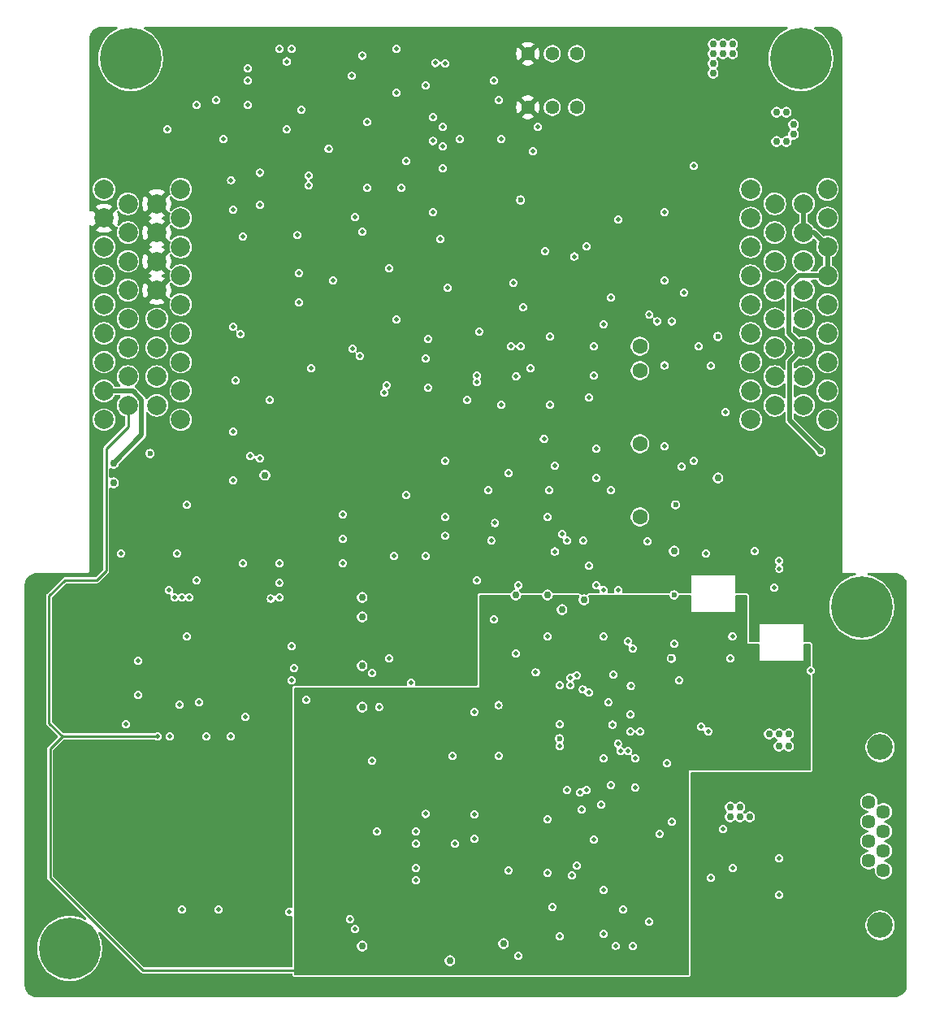
<source format=gbr>
%TF.GenerationSoftware,KiCad,Pcbnew,9.0.7*%
%TF.CreationDate,2026-02-09T19:02:23-08:00*%
%TF.ProjectId,VCU,5643552e-6b69-4636-9164-5f7063625858,1.5*%
%TF.SameCoordinates,Original*%
%TF.FileFunction,Copper,L3,Inr*%
%TF.FilePolarity,Positive*%
%FSLAX46Y46*%
G04 Gerber Fmt 4.6, Leading zero omitted, Abs format (unit mm)*
G04 Created by KiCad (PCBNEW 9.0.7) date 2026-02-09 19:02:23*
%MOMM*%
%LPD*%
G01*
G04 APERTURE LIST*
%TA.AperFunction,ComponentPad*%
%ADD10C,1.600200*%
%TD*%
%TA.AperFunction,ComponentPad*%
%ADD11C,6.400000*%
%TD*%
%TA.AperFunction,ComponentPad*%
%ADD12C,2.000000*%
%TD*%
%TA.AperFunction,ComponentPad*%
%ADD13C,1.440000*%
%TD*%
%TA.AperFunction,ComponentPad*%
%ADD14C,1.447800*%
%TD*%
%TA.AperFunction,ComponentPad*%
%ADD15C,2.692400*%
%TD*%
%TA.AperFunction,ViaPad*%
%ADD16C,0.508000*%
%TD*%
%TA.AperFunction,ViaPad*%
%ADD17C,0.762000*%
%TD*%
%TA.AperFunction,ViaPad*%
%ADD18C,0.600000*%
%TD*%
%TA.AperFunction,Conductor*%
%ADD19C,0.254000*%
%TD*%
%TA.AperFunction,Conductor*%
%ADD20C,0.508000*%
%TD*%
G04 APERTURE END LIST*
D10*
%TO.N,GND*%
%TO.C,K3*%
X255395099Y-102918001D03*
%TO.N,Net-(D22-K)*%
X255395099Y-105458001D03*
%TO.N,BSPD_Shutdown_Out*%
X255395099Y-113078001D03*
%TO.N,Inertia_Shutdown*%
X255395099Y-120698001D03*
%TD*%
D11*
%TO.N,GND*%
%TO.C,H1*%
X202309099Y-72946001D03*
%TD*%
%TO.N,GND*%
%TO.C,H3*%
X278509099Y-130096001D03*
%TD*%
%TO.N,GND*%
%TO.C,H2*%
X195958626Y-165656001D03*
%TD*%
D12*
%TO.N,/APPS_1_Raw*%
%TO.C,J3*%
X207532880Y-86575640D03*
%TO.N,/APPS_2_Raw*%
X207532880Y-89575640D03*
%TO.N,/BPPS_1_Raw*%
X207532880Y-92575640D03*
%TO.N,/Status_Indicator_Strip*%
X207532880Y-95575640D03*
%TO.N,/BMS_LED_Cathode*%
X207532880Y-98575640D03*
%TO.N,/IMD_LED_Cathode*%
X207532880Y-101575640D03*
%TO.N,/BSPD_LED_Cathode*%
X207532880Y-104575640D03*
%TO.N,/RTD_Button_Neg*%
X207532880Y-107575640D03*
%TO.N,/RTD_LED_Cathode*%
X207532880Y-110575640D03*
%TO.N,+5V*%
X205032880Y-88075640D03*
X205032880Y-91075640D03*
X205032880Y-94075640D03*
X205032880Y-97075640D03*
%TO.N,+12V*%
X205032880Y-100075640D03*
X205032880Y-103075640D03*
X205032880Y-106075640D03*
X205032880Y-109075640D03*
%TO.N,GND*%
X202032880Y-88075640D03*
X202032880Y-91075640D03*
X202032880Y-94075640D03*
X202032880Y-97075640D03*
%TO.N,E_Stop_Shutdown*%
X202032880Y-100075640D03*
X202032880Y-103075640D03*
%TO.N,Inertia_Shutdown*%
X202032880Y-106075640D03*
%TO.N,+3V3*%
X202032880Y-109075640D03*
%TO.N,/MCU/SPS_1_Raw*%
X199532880Y-86575640D03*
%TO.N,+5V*%
X199532880Y-89575640D03*
%TO.N,GND*%
X199532880Y-92575640D03*
%TO.N,Shutdown_In*%
X199532880Y-95575640D03*
%TO.N,BOTS_Shutdown*%
X199532880Y-98575640D03*
X199532880Y-101575640D03*
%TO.N,unconnected-(J3-Pin_32-Pad32)*%
X199532880Y-104575640D03*
%TO.N,/MCU/Solenoid_Neg*%
X199532880Y-107575640D03*
%TO.N,+12V*%
X199532880Y-110575640D03*
%TD*%
D13*
%TO.N,+5V*%
%TO.C,RV2*%
X243711099Y-78026001D03*
%TO.N,Net-(U7A--)*%
X246251099Y-78026001D03*
%TO.N,GND*%
X248791099Y-78026001D03*
%TD*%
D12*
%TO.N,/CAN_Powertrain_H*%
%TO.C,J1*%
X266934820Y-110574600D03*
%TO.N,/nIMD_Fault*%
X266934820Y-107574600D03*
%TO.N,/nBMS_Fault*%
X266934820Y-104574600D03*
%TO.N,Shutdown_In*%
X266934820Y-101574600D03*
%TO.N,/UART5_RX*%
X266934820Y-98574600D03*
%TO.N,/UART5_TX*%
X266934820Y-95574600D03*
%TO.N,/Current_Analog_Raw*%
X266934820Y-92574600D03*
%TO.N,/Current_Vref_Raw*%
X266934820Y-89574600D03*
%TO.N,+12V*%
X266934820Y-86574600D03*
%TO.N,/CAN_Powertrain_L*%
X269434820Y-109074600D03*
%TO.N,/Reset_Button*%
X269434820Y-106074600D03*
%TO.N,/Brake_LED_Cathode*%
X269434820Y-103074600D03*
%TO.N,/RTD_Buzzer_Neg*%
X269434820Y-100074600D03*
%TO.N,/Driverless_Signal*%
X269434820Y-97074600D03*
%TO.N,/Rear_Brake_Raw*%
X269434820Y-94074600D03*
%TO.N,/Front_Brake_Raw*%
X269434820Y-91074600D03*
%TO.N,GND*%
X269434820Y-88074600D03*
%TO.N,CAN_Data_H*%
X272434820Y-109074600D03*
%TO.N,BSPD_Shutdown_Out*%
X272434820Y-106074600D03*
%TO.N,+12V*%
X272434820Y-103074600D03*
%TO.N,/RTD_Buzzer_Pos*%
X272434820Y-100074600D03*
%TO.N,/TSSI_RED_Cathode*%
X272434820Y-97074600D03*
%TO.N,/TSSI_GREEN_Cathode*%
X272434820Y-94074600D03*
%TO.N,+12V*%
X272434820Y-91074600D03*
X272434820Y-88074600D03*
%TO.N,CAN_Data_L*%
X274934820Y-110574600D03*
%TO.N,unconnected-(J1-Pin_27-Pad27)*%
X274934820Y-107574600D03*
%TO.N,unconnected-(J1-Pin_28-Pad28)*%
X274934820Y-104574600D03*
%TO.N,unconnected-(J1-Pin_29-Pad29)*%
X274934820Y-101574600D03*
%TO.N,unconnected-(J1-Pin_30-Pad30)*%
X274934820Y-98574600D03*
%TO.N,+12V*%
X274934820Y-95574600D03*
X274934820Y-92574600D03*
%TO.N,GND*%
X274934820Y-89574600D03*
X274934820Y-86574600D03*
%TD*%
D11*
%TO.N,GND*%
%TO.C,H4*%
X272159099Y-72946001D03*
%TD*%
D13*
%TO.N,+5V*%
%TO.C,RV1*%
X243711099Y-72443001D03*
%TO.N,Net-(U7B--)*%
X246251099Y-72443001D03*
%TO.N,GND*%
X248791099Y-72443001D03*
%TD*%
D14*
%TO.N,CAN_Data_L*%
%TO.C,J2*%
X280769700Y-151432000D03*
%TO.N,CAN_Data_H*%
X279245700Y-150416000D03*
%TO.N,/Dash_Launch*%
X279245700Y-152448000D03*
%TO.N,/Dash_Lap*%
X279245700Y-154480000D03*
%TO.N,unconnected-(J2-Pin_5-Pad5)*%
X280769700Y-153464000D03*
%TO.N,unconnected-(J2-Pin_6-Pad6)*%
X280769700Y-155496000D03*
%TO.N,+12V*%
X280769700Y-157528000D03*
%TO.N,GND*%
X279245700Y-156512000D03*
D15*
X280414100Y-163243000D03*
X280414100Y-144701000D03*
%TD*%
D16*
%TO.N,GND*%
X232027099Y-158544001D03*
X264793099Y-135430001D03*
X229233099Y-135430001D03*
X219073099Y-134160001D03*
X257935099Y-88948001D03*
X218579231Y-73250801D03*
X233805099Y-88948001D03*
X220089099Y-78280001D03*
D17*
X263015099Y-74470001D03*
D16*
X214247099Y-141526001D03*
X253617099Y-161592001D03*
X251585099Y-100632001D03*
X214501099Y-77772001D03*
D17*
X264031099Y-72438001D03*
X263015099Y-71422001D03*
D16*
X217803099Y-129080001D03*
X243203099Y-98854001D03*
D17*
X263015099Y-73454001D03*
D16*
X260983099Y-84122001D03*
X207389099Y-140256001D03*
X240663099Y-145590001D03*
X217803099Y-125524001D03*
X251585099Y-128318001D03*
X229233099Y-94790001D03*
D17*
X264793099Y-151940001D03*
X264031099Y-71422001D03*
D16*
X224407099Y-125524001D03*
X252347099Y-97838001D03*
D17*
X270635099Y-81582001D03*
X271397099Y-79804001D03*
D16*
X224407099Y-120444001D03*
D17*
X265047099Y-71422001D03*
D16*
X269365099Y-128064001D03*
D17*
X265809099Y-151940001D03*
D16*
X247013099Y-144574001D03*
X254125099Y-133652001D03*
X245743099Y-152194001D03*
X269873099Y-156258001D03*
D17*
X269619099Y-81582001D03*
X265047099Y-72438001D03*
D18*
X259108299Y-119428001D03*
X242949099Y-87678001D03*
D16*
X265023299Y-133144001D03*
X257935099Y-113332001D03*
X208151099Y-133144001D03*
X213993099Y-91488001D03*
X231011099Y-83614001D03*
X227455099Y-146098001D03*
D17*
X270889099Y-144574001D03*
D16*
X212977099Y-111808001D03*
X245997099Y-109014001D03*
X219073099Y-137716001D03*
D17*
X271397099Y-80820001D03*
D16*
X206373099Y-143558001D03*
X216787099Y-108506001D03*
D17*
X270635099Y-78534001D03*
D16*
X235075099Y-114856001D03*
X246251099Y-161338001D03*
X273175099Y-136700001D03*
X245743099Y-120698001D03*
X207135099Y-124508001D03*
X257935099Y-96060001D03*
X259967099Y-97330001D03*
X254647231Y-165416133D03*
X247013099Y-164386001D03*
X242695099Y-166418001D03*
X231011099Y-118412001D03*
X207643099Y-161592001D03*
X249299099Y-151178001D03*
D17*
X269619099Y-78534001D03*
D16*
X206119099Y-80312001D03*
X235329099Y-96822001D03*
X236091099Y-154734001D03*
X233043099Y-124762001D03*
X250061099Y-108252001D03*
X224407099Y-122984001D03*
X253109099Y-89710001D03*
X233043099Y-104188001D03*
X210183099Y-143558001D03*
D17*
X270889099Y-143304001D03*
D16*
X267333099Y-124254001D03*
X252855099Y-165373031D03*
X221105099Y-105204001D03*
D17*
X269873099Y-144574001D03*
D16*
X233297099Y-107236001D03*
X212977099Y-116888001D03*
D17*
X269873099Y-143304001D03*
D16*
X246505099Y-115364001D03*
X254872967Y-148906133D03*
X239886967Y-123168401D03*
X219835099Y-95298001D03*
X240155099Y-131366001D03*
X211453099Y-161592001D03*
X250823099Y-113586001D03*
X250061099Y-125778001D03*
X242695099Y-127810001D03*
D17*
X265809099Y-150924001D03*
D16*
X262761099Y-158290001D03*
X245997099Y-101902001D03*
X245743099Y-133144001D03*
X217794682Y-127556001D03*
X257935099Y-104910901D03*
X203071099Y-135684001D03*
X228979099Y-106982001D03*
X220851099Y-85138001D03*
X242187099Y-96314001D03*
X229995099Y-76502001D03*
D17*
X263015099Y-72438001D03*
D16*
X269873099Y-160068001D03*
X229741099Y-124762001D03*
X208151099Y-119428001D03*
X247013099Y-138224001D03*
D17*
X266825099Y-151940001D03*
D16*
X230503099Y-86408001D03*
X248139899Y-138252263D03*
X240155099Y-75232001D03*
X248537099Y-93570801D03*
X247267099Y-122476001D03*
D17*
X264793099Y-150924001D03*
D16*
X219835099Y-98346001D03*
X212723099Y-143558001D03*
X241679099Y-157528001D03*
X262253099Y-124508001D03*
X253109099Y-128318001D03*
D17*
X268857099Y-143304001D03*
D18*
X258951099Y-128826001D03*
D16*
X264031099Y-153210001D03*
X201801099Y-142288001D03*
X259459099Y-137716001D03*
X209421099Y-140002001D03*
X235837099Y-145590001D03*
X238377099Y-127302001D03*
X258189099Y-146352001D03*
D17*
X241171099Y-165148001D03*
D16*
X217803099Y-71930001D03*
X258951099Y-133906001D03*
%TO.N,+3V3*%
X256341099Y-132890001D03*
X247521099Y-166418001D03*
X221105099Y-140764001D03*
X257935099Y-135430001D03*
X243557599Y-136954001D03*
D17*
X265301099Y-143812001D03*
D16*
X267587099Y-137970001D03*
X242949099Y-148130001D03*
D17*
X264285099Y-144828001D03*
D16*
X260221099Y-132890001D03*
X236091099Y-159814001D03*
D17*
X265301099Y-144828001D03*
D16*
X246251099Y-163146801D03*
X255649099Y-148892001D03*
X247267099Y-151178001D03*
D17*
X264285099Y-145844001D03*
X265301099Y-142796001D03*
D16*
X250569099Y-166418001D03*
D17*
X264285099Y-142796001D03*
D16*
X205103099Y-143558001D03*
X245743099Y-156258001D03*
D17*
X266317099Y-142796001D03*
X264285099Y-143812001D03*
X265301099Y-145844001D03*
%TO.N,+5V*%
X253871099Y-79042001D03*
X252855099Y-78026001D03*
D16*
X208151099Y-139748001D03*
X267333099Y-130858001D03*
X229233099Y-131620001D03*
X218565099Y-75740001D03*
D17*
X252855099Y-79042001D03*
X252855099Y-77010001D03*
X270381099Y-151940001D03*
D16*
X226235899Y-87170001D03*
D17*
X256919099Y-75994001D03*
D16*
X241425099Y-98854001D03*
D17*
X253871099Y-80058001D03*
D16*
X253109099Y-87678001D03*
X230249099Y-127556001D03*
D17*
X264031099Y-148130001D03*
X265047099Y-148130001D03*
X253871099Y-77010001D03*
X253871099Y-78026001D03*
X253871099Y-75994001D03*
D16*
X239901099Y-77518001D03*
X226185099Y-95044001D03*
X208405099Y-118412001D03*
D17*
X252855099Y-75994001D03*
X255903099Y-75994001D03*
X255903099Y-80058001D03*
X265047099Y-149146001D03*
X256919099Y-80058001D03*
D16*
X213485099Y-71422001D03*
D17*
X269111099Y-151940001D03*
X264031099Y-149146001D03*
X254887099Y-79042001D03*
X270381099Y-150670001D03*
D16*
X208659099Y-116634001D03*
D17*
X254887099Y-80058001D03*
D16*
X222121099Y-88948001D03*
D17*
X254887099Y-75994001D03*
X270381099Y-148638001D03*
X254887099Y-78026001D03*
D16*
X257935099Y-101902001D03*
D17*
X270381099Y-149654001D03*
X252855099Y-80058001D03*
D16*
X260779899Y-124762001D03*
X215263099Y-143558001D03*
X224661099Y-135684001D03*
X239647099Y-84630001D03*
X218311099Y-81836001D03*
D17*
X254887099Y-77010001D03*
D16*
%TO.N,/Shutdown_VCU/BSPD_Fault_nDelayed*%
X219693967Y-91346869D03*
X234567099Y-91742001D03*
D17*
%TO.N,+12V*%
X226439099Y-140510001D03*
X226439099Y-129080001D03*
X216304499Y-116354601D03*
X226439099Y-131112001D03*
X274191099Y-113840001D03*
X226439099Y-136192001D03*
X226439099Y-165402001D03*
D16*
%TO.N,RTD_Button_3V3*%
X215771099Y-114602001D03*
X254633099Y-134414001D03*
%TO.N,/BPPS_1_Raw*%
X206881099Y-129080001D03*
%TO.N,/APPS_1_Raw*%
X208405099Y-129080001D03*
%TO.N,/APPS_2_Raw*%
X207643099Y-129080001D03*
%TO.N,E_Stop_Shutdown*%
X201293099Y-124508001D03*
%TO.N,RTD_LED*%
X239596299Y-117904001D03*
X251578173Y-133144001D03*
%TO.N,/Brake_LED_Cathode*%
X246505099Y-124304801D03*
D18*
%TO.N,/TSSI_RED_Cathode*%
X263523099Y-101902001D03*
X258666902Y-135430001D03*
D16*
X240648967Y-140306801D03*
%TO.N,/RTD_Buzzer_Neg*%
X256157099Y-123238001D03*
X264285099Y-109776001D03*
%TO.N,/RTD_Buzzer_Pos*%
X261491099Y-102918001D03*
%TO.N,Dash_Lap_Filtered*%
X265047099Y-157274001D03*
X254133328Y-145102035D03*
%TO.N,/TSSI_GREEN_Cathode*%
X250569099Y-105966001D03*
X250569099Y-102918001D03*
X245946299Y-117904001D03*
%TO.N,/Shutdown_VCU/High_Current_Output*%
X223391099Y-96060001D03*
X218554761Y-80327063D03*
%TO.N,/nBMS_Fault*%
X226185099Y-103934001D03*
X242491898Y-106045063D03*
X238377099Y-105966001D03*
%TO.N,Driverless_Signal_Filtered*%
X250823099Y-127810001D03*
X250823099Y-116634001D03*
%TO.N,NRST*%
X238123099Y-141018001D03*
X252081099Y-140002001D03*
X233043099Y-151635201D03*
X232027099Y-154734001D03*
D17*
%TO.N,Shutdown_In*%
X249553099Y-129334001D03*
X242441099Y-128826001D03*
X247267099Y-130350001D03*
X245743099Y-128826001D03*
X258951099Y-124254001D03*
X200531099Y-117142001D03*
D16*
%TO.N,BSPD_Shutdown_Out*%
X252347099Y-117907002D03*
D17*
X263523099Y-116634001D03*
D16*
%TO.N,Inertia_Shutdown*%
X249459109Y-123144011D03*
X247775099Y-123168401D03*
D18*
X204341099Y-114094001D03*
D16*
%TO.N,Current_Analog_Buff_Filtered*%
X244727099Y-80058001D03*
X234059099Y-73403201D03*
%TO.N,Rear_Brake_Fault*%
X212773899Y-85616581D03*
X211961099Y-81328001D03*
%TO.N,Front_Brake_Fault*%
X211199099Y-77264001D03*
X212977099Y-88694001D03*
%TO.N,BPPS_1_Buff_Filt*%
X231519099Y-137970001D03*
X242455231Y-134936133D03*
%TO.N,APPS_1_Buff_Filt*%
X220597099Y-139748001D03*
X250061099Y-138986001D03*
%TO.N,Rear_Brake_Buff_Filtered*%
X258697099Y-100327201D03*
X240663099Y-77264001D03*
X244219099Y-82598001D03*
X249807099Y-92504001D03*
%TO.N,/Shutdown_VCU/Hard_Front_Brake*%
X234821099Y-80058001D03*
X233805099Y-79042001D03*
%TO.N,Front_Brake_Buff_Filtered*%
X257173099Y-100327201D03*
X236599099Y-81328001D03*
X240917099Y-81328001D03*
X245489099Y-93012001D03*
%TO.N,/Shutdown_VCU/Hard_Rear_Brake*%
X235075099Y-73454001D03*
X220851099Y-86154001D03*
%TO.N,/Shutdown_VCU/Front_Brake_Short*%
X214501099Y-75232001D03*
X225691231Y-89470133D03*
%TO.N,/Shutdown_VCU/Current_Sensor_Open*%
X209167099Y-77772001D03*
X226439099Y-72641201D03*
%TO.N,/Shutdown_VCU/Rear_Brake_Open*%
X229995099Y-71930001D03*
X219073099Y-71930001D03*
%TO.N,/Shutdown_VCU/Front_Brake_Open*%
X222948099Y-82344001D03*
X214501099Y-73962001D03*
%TO.N,APPS_2_Buff_Filt*%
X203071099Y-139240001D03*
X249440322Y-138679048D03*
%TO.N,/Shutdown_VCU/BSPD_Set*%
X228725099Y-107744001D03*
X225423099Y-103172001D03*
%TO.N,STLINK_SWCLK*%
X225154967Y-162593869D03*
X218819099Y-161846001D03*
X258697099Y-152448001D03*
X225691231Y-163638133D03*
X257427099Y-153718001D03*
%TO.N,STLINK_SWO*%
X232027099Y-157274001D03*
X252522037Y-142338801D03*
%TO.N,INT1_3V3*%
X247775099Y-149146001D03*
X251585099Y-159560001D03*
%TO.N,UART4_TX*%
X254379099Y-143050001D03*
X253094967Y-144334133D03*
%TO.N,/nIMD_Fault*%
X243965099Y-105204001D03*
%TO.N,UART4_RX*%
X232027099Y-153464001D03*
X227963099Y-153464001D03*
X255395099Y-143050001D03*
X253363099Y-145082001D03*
%TO.N,SPI2_NSS*%
X248283099Y-158036001D03*
X245743099Y-157782001D03*
%TO.N,SPI2_SCK*%
X250569099Y-154298000D03*
X248791099Y-157020001D03*
%TO.N,SPI2_MOSI*%
X251331099Y-150670001D03*
X249807099Y-149146001D03*
%TO.N,BME_NSS*%
X249139899Y-149384605D03*
X254379099Y-141272001D03*
%TO.N,/MCU/BSDP_Fault*%
X245387499Y-112588879D03*
X238631099Y-101394001D03*
X233297099Y-102156001D03*
X241933099Y-102918001D03*
%TO.N,/MCU/Rear_Brake_Buff_Filtered_3V*%
X248791099Y-137208001D03*
X259713099Y-115440201D03*
%TO.N,/Shutdown_VCU/Short_Threshold*%
X226439099Y-90980001D03*
X234821099Y-84376001D03*
X226947099Y-86408001D03*
X226947099Y-79550001D03*
%TO.N,/MCU/Front_Brake_Buff_Filtered_3V*%
X260983099Y-114856001D03*
X248139899Y-137462001D03*
%TO.N,/Shutdown_VCU/Open_Threshold*%
X233805099Y-81531201D03*
X233043099Y-75740001D03*
%TO.N,/Status_Indicator_Strip*%
X214774299Y-114348001D03*
X216914099Y-129207001D03*
%TO.N,/MCU/Status_Indicator_Strip_3V*%
X254445267Y-138290169D03*
X228202967Y-140495869D03*
%TO.N,WKUP1*%
X251585099Y-164132001D03*
X256360299Y-162862001D03*
%TO.N,Net-(U6A--)*%
X225372299Y-74749401D03*
X234821099Y-82090001D03*
%TO.N,Net-(R34-Pad2)*%
X213993099Y-125524001D03*
X209167099Y-127302001D03*
%TO.N,/Reset_Button*%
X229995099Y-100124001D03*
X256373099Y-99597601D03*
X262761099Y-104950001D03*
%TO.N,/MCU/BSPD_Shutdown_Out_3V04*%
X240282099Y-121333001D03*
X244528638Y-136898462D03*
%TO.N,/Shutdown_VCU/Shutdown_LEDS/TSSI_Red_Logic*%
X235075099Y-122677301D03*
X235075099Y-120698001D03*
%TO.N,/UART5_RX*%
X261745099Y-142542001D03*
X269873099Y-125270001D03*
%TO.N,/UART5_TX*%
X262507099Y-143050001D03*
X269919758Y-126078660D03*
%TO.N,/BMS_LED_Cathode*%
X240917099Y-109014001D03*
X212977099Y-100886001D03*
%TO.N,/BSPD_LED_Cathode*%
X213231099Y-106474001D03*
X241679099Y-116126001D03*
%TO.N,/IMD_LED_Cathode*%
X242949099Y-102918001D03*
X213739099Y-101648001D03*
%TO.N,Net-(U9-Pad2)*%
X215771099Y-88186001D03*
X215771099Y-84833201D03*
%TO.N,Solenoid_Signal*%
X238123099Y-154226001D03*
X238123099Y-151686001D03*
D17*
%TO.N,/MCU/Solenoid_Neg*%
X200531099Y-115110001D03*
X235583099Y-166926001D03*
D16*
%TO.N,SPS_1_Buff_Filt*%
X227455099Y-136954001D03*
X219327099Y-136446001D03*
%TO.N,/MCU/SPS_1_Raw*%
X206322299Y-128318001D03*
%TO.N,Net-(U27-PA8)*%
X251585099Y-145844001D03*
%TO.N,Net-(U27-PA9)*%
X252347099Y-148638001D03*
%TO.N,Net-(U27-PA10)*%
X254887099Y-145844001D03*
%TO.N,Net-(U27-PB0)*%
X247013099Y-142288001D03*
D18*
%TO.N,Net-(U27-PB10)*%
X247013099Y-143812001D03*
D16*
%TO.N,Net-(U27-PC15)*%
X252639899Y-137127648D03*
%TO.N,Net-(D22-K)*%
X238396170Y-106651538D03*
X237361099Y-108506001D03*
%TD*%
D19*
%TO.N,+3V3*%
X195197099Y-143558001D02*
X205103099Y-143558001D01*
X202032880Y-111322220D02*
X202032880Y-109075640D01*
X219835099Y-167942001D02*
X203579099Y-167942001D01*
X203579099Y-167942001D02*
X193927099Y-158290001D01*
X193927099Y-144828001D02*
X195197099Y-143558001D01*
X198753099Y-127302001D02*
X199769099Y-126286001D01*
X195197099Y-143558001D02*
X193814937Y-142175839D01*
X193814937Y-128938163D02*
X195451099Y-127302001D01*
X199769099Y-113586001D02*
X202032880Y-111322220D01*
X193814937Y-142175839D02*
X193814937Y-128938163D01*
X193927099Y-158290001D02*
X193927099Y-144828001D01*
X199769099Y-126286001D02*
X199769099Y-113586001D01*
X195451099Y-127302001D02*
X198753099Y-127302001D01*
D20*
%TO.N,+12V*%
X274191099Y-113840001D02*
X271002020Y-110650922D01*
X271002020Y-110650922D02*
X271002020Y-104507400D01*
X272434820Y-103074600D02*
X270889099Y-101528879D01*
X271002020Y-104507400D02*
X272434820Y-103074600D01*
X271908534Y-95574600D02*
X274934820Y-95574600D01*
X270889099Y-96594035D02*
X271908534Y-95574600D01*
X270889099Y-101528879D02*
X270889099Y-96594035D01*
X274934820Y-95574600D02*
X274934820Y-92574600D01*
X272413099Y-91052879D02*
X272413099Y-88096321D01*
X273523698Y-91074600D02*
X272434820Y-91074600D01*
X274934820Y-92485722D02*
X273523698Y-91074600D01*
%TO.N,/MCU/Solenoid_Neg*%
X202559166Y-107575640D02*
X199532880Y-107575640D01*
X203465680Y-112175420D02*
X203465680Y-108482154D01*
X200531099Y-115110001D02*
X203465680Y-112175420D01*
X203465680Y-108482154D02*
X202559166Y-107575640D01*
%TD*%
%TA.AperFunction,Conductor*%
%TO.N,+3V3*%
G36*
X241833507Y-128846003D02*
G01*
X241880000Y-128899659D01*
X241887090Y-128919382D01*
X241895831Y-128952001D01*
X241919915Y-129041884D01*
X241993545Y-129169415D01*
X241993553Y-129169425D01*
X242097674Y-129273546D01*
X242097679Y-129273550D01*
X242097681Y-129273552D01*
X242225217Y-129347185D01*
X242367466Y-129385301D01*
X242367468Y-129385301D01*
X242514730Y-129385301D01*
X242514732Y-129385301D01*
X242656981Y-129347185D01*
X242784517Y-129273552D01*
X242888650Y-129169419D01*
X242962283Y-129041883D01*
X242995106Y-128919387D01*
X243032057Y-128858767D01*
X243095918Y-128827745D01*
X243116812Y-128826001D01*
X245067386Y-128826001D01*
X245135507Y-128846003D01*
X245182000Y-128899659D01*
X245189090Y-128919382D01*
X245197831Y-128952001D01*
X245221915Y-129041884D01*
X245295545Y-129169415D01*
X245295553Y-129169425D01*
X245399674Y-129273546D01*
X245399679Y-129273550D01*
X245399681Y-129273552D01*
X245527217Y-129347185D01*
X245669466Y-129385301D01*
X245669468Y-129385301D01*
X245816730Y-129385301D01*
X245816732Y-129385301D01*
X245958981Y-129347185D01*
X246086517Y-129273552D01*
X246190650Y-129169419D01*
X246264283Y-129041883D01*
X246297106Y-128919387D01*
X246334057Y-128858767D01*
X246397918Y-128827745D01*
X246418812Y-128826001D01*
X248982331Y-128826001D01*
X249050452Y-128846003D01*
X249096945Y-128899659D01*
X249107049Y-128969933D01*
X249091450Y-129015001D01*
X249031915Y-129118118D01*
X248993799Y-129260369D01*
X248993799Y-129407632D01*
X248993798Y-129407632D01*
X249031915Y-129549883D01*
X249105545Y-129677415D01*
X249105553Y-129677425D01*
X249209674Y-129781546D01*
X249209679Y-129781550D01*
X249209681Y-129781552D01*
X249209682Y-129781553D01*
X249209684Y-129781554D01*
X249259165Y-129810122D01*
X249337217Y-129855185D01*
X249479466Y-129893301D01*
X249479468Y-129893301D01*
X249626730Y-129893301D01*
X249626732Y-129893301D01*
X249768981Y-129855185D01*
X249896517Y-129781552D01*
X250000650Y-129677419D01*
X250074283Y-129549883D01*
X250112399Y-129407634D01*
X250112399Y-129260368D01*
X250074283Y-129118119D01*
X250014748Y-129015001D01*
X249998010Y-128946005D01*
X250021231Y-128878914D01*
X250077038Y-128835027D01*
X250123867Y-128826001D01*
X258359244Y-128826001D01*
X258427365Y-128846003D01*
X258473858Y-128899659D01*
X258480947Y-128919380D01*
X258500027Y-128990583D01*
X258505395Y-129010618D01*
X258568361Y-129119680D01*
X258568369Y-129119690D01*
X258657409Y-129208730D01*
X258657414Y-129208734D01*
X258657416Y-129208736D01*
X258657417Y-129208737D01*
X258657419Y-129208738D01*
X258746847Y-129260369D01*
X258766482Y-129271705D01*
X258888130Y-129304301D01*
X258888133Y-129304301D01*
X259014065Y-129304301D01*
X259014068Y-129304301D01*
X259135716Y-129271705D01*
X259244782Y-129208736D01*
X259333834Y-129119684D01*
X259396803Y-129010618D01*
X259421248Y-128919387D01*
X259458199Y-128858767D01*
X259522059Y-128827746D01*
X259542954Y-128826001D01*
X260603099Y-128826001D01*
X260671220Y-128846003D01*
X260717713Y-128899659D01*
X260729099Y-128952001D01*
X260729099Y-130604001D01*
X265301099Y-130604001D01*
X265301099Y-128952001D01*
X265321101Y-128883880D01*
X265374757Y-128837387D01*
X265427099Y-128826001D01*
X266445099Y-128826001D01*
X266513220Y-128846003D01*
X266559713Y-128899659D01*
X266571099Y-128952001D01*
X266571099Y-133906001D01*
X267715099Y-133906001D01*
X267783220Y-133926003D01*
X267829713Y-133979659D01*
X267841099Y-134032001D01*
X267841099Y-135684001D01*
X272413099Y-135684001D01*
X272413099Y-134032001D01*
X272433101Y-133963880D01*
X272486757Y-133917387D01*
X272539099Y-133906001D01*
X273049099Y-133906001D01*
X273117220Y-133926003D01*
X273163713Y-133979659D01*
X273175099Y-134032001D01*
X273175099Y-136155768D01*
X273155097Y-136223889D01*
X273101441Y-136270382D01*
X273081711Y-136277474D01*
X273008238Y-136297161D01*
X273008235Y-136297162D01*
X272909664Y-136354072D01*
X272909654Y-136354080D01*
X272829178Y-136434556D01*
X272829170Y-136434566D01*
X272772260Y-136533137D01*
X272772259Y-136533140D01*
X272742799Y-136643084D01*
X272742799Y-136756917D01*
X272772259Y-136866861D01*
X272772260Y-136866864D01*
X272829170Y-136965435D01*
X272829178Y-136965445D01*
X272909654Y-137045921D01*
X272909659Y-137045925D01*
X272909661Y-137045927D01*
X272909662Y-137045928D01*
X272909664Y-137045929D01*
X273008234Y-137102838D01*
X273008238Y-137102840D01*
X273081713Y-137122527D01*
X273142332Y-137159477D01*
X273173354Y-137223338D01*
X273175099Y-137244233D01*
X273175099Y-146988001D01*
X273155097Y-147056122D01*
X273101441Y-147102615D01*
X273049099Y-147114001D01*
X260475099Y-147114001D01*
X260475099Y-168324001D01*
X260455097Y-168392122D01*
X260401441Y-168438615D01*
X260349099Y-168450001D01*
X219453099Y-168450001D01*
X219384978Y-168429999D01*
X219338485Y-168376343D01*
X219327099Y-168324001D01*
X219327099Y-166999632D01*
X235023798Y-166999632D01*
X235061915Y-167141883D01*
X235135545Y-167269415D01*
X235135553Y-167269425D01*
X235239674Y-167373546D01*
X235239679Y-167373550D01*
X235239681Y-167373552D01*
X235367217Y-167447185D01*
X235509466Y-167485301D01*
X235509468Y-167485301D01*
X235656730Y-167485301D01*
X235656732Y-167485301D01*
X235798981Y-167447185D01*
X235926517Y-167373552D01*
X236030650Y-167269419D01*
X236104283Y-167141883D01*
X236142399Y-166999634D01*
X236142399Y-166852368D01*
X236104283Y-166710119D01*
X236030650Y-166582583D01*
X236030648Y-166582581D01*
X236030644Y-166582576D01*
X235926523Y-166478455D01*
X235926513Y-166478447D01*
X235897935Y-166461948D01*
X235798981Y-166404817D01*
X235656732Y-166366701D01*
X235509466Y-166366701D01*
X235414633Y-166392111D01*
X235367216Y-166404817D01*
X235239684Y-166478447D01*
X235239674Y-166478455D01*
X235135553Y-166582576D01*
X235135545Y-166582586D01*
X235061915Y-166710118D01*
X235023799Y-166852369D01*
X235023799Y-166999632D01*
X235023798Y-166999632D01*
X219327099Y-166999632D01*
X219327099Y-166361084D01*
X242262799Y-166361084D01*
X242262799Y-166474917D01*
X242292259Y-166584861D01*
X242292260Y-166584864D01*
X242349170Y-166683435D01*
X242349178Y-166683445D01*
X242429654Y-166763921D01*
X242429659Y-166763925D01*
X242429661Y-166763927D01*
X242429662Y-166763928D01*
X242429664Y-166763929D01*
X242528235Y-166820839D01*
X242528238Y-166820840D01*
X242638186Y-166850301D01*
X242752012Y-166850301D01*
X242861960Y-166820840D01*
X242960537Y-166763927D01*
X243041025Y-166683439D01*
X243097938Y-166584862D01*
X243127399Y-166474914D01*
X243127399Y-166361088D01*
X243097938Y-166251140D01*
X243097937Y-166251137D01*
X243041027Y-166152566D01*
X243041019Y-166152556D01*
X242960543Y-166072080D01*
X242960533Y-166072072D01*
X242861962Y-166015162D01*
X242861959Y-166015161D01*
X242752015Y-165985701D01*
X242752012Y-165985701D01*
X242638186Y-165985701D01*
X242638182Y-165985701D01*
X242528238Y-166015161D01*
X242528235Y-166015162D01*
X242429664Y-166072072D01*
X242429654Y-166072080D01*
X242349178Y-166152556D01*
X242349170Y-166152566D01*
X242292260Y-166251137D01*
X242292259Y-166251140D01*
X242262799Y-166361084D01*
X219327099Y-166361084D01*
X219327099Y-165475632D01*
X225879798Y-165475632D01*
X225917915Y-165617883D01*
X225991545Y-165745415D01*
X225991553Y-165745425D01*
X226095674Y-165849546D01*
X226095679Y-165849550D01*
X226095681Y-165849552D01*
X226223217Y-165923185D01*
X226365466Y-165961301D01*
X226365468Y-165961301D01*
X226512730Y-165961301D01*
X226512732Y-165961301D01*
X226654981Y-165923185D01*
X226782517Y-165849552D01*
X226886650Y-165745419D01*
X226960283Y-165617883D01*
X226998399Y-165475634D01*
X226998399Y-165328368D01*
X226969799Y-165221632D01*
X240611798Y-165221632D01*
X240649915Y-165363883D01*
X240723545Y-165491415D01*
X240723553Y-165491425D01*
X240827674Y-165595546D01*
X240827679Y-165595550D01*
X240827681Y-165595552D01*
X240955217Y-165669185D01*
X241097466Y-165707301D01*
X241097468Y-165707301D01*
X241244730Y-165707301D01*
X241244732Y-165707301D01*
X241386981Y-165669185D01*
X241514517Y-165595552D01*
X241618650Y-165491419D01*
X241692283Y-165363883D01*
X241693533Y-165359220D01*
X241705083Y-165316114D01*
X252422799Y-165316114D01*
X252422799Y-165429947D01*
X252452259Y-165539891D01*
X252452260Y-165539894D01*
X252509170Y-165638465D01*
X252509178Y-165638475D01*
X252589654Y-165718951D01*
X252589659Y-165718955D01*
X252589661Y-165718957D01*
X252589662Y-165718958D01*
X252589664Y-165718959D01*
X252688235Y-165775869D01*
X252688238Y-165775870D01*
X252798186Y-165805331D01*
X252912012Y-165805331D01*
X253021960Y-165775870D01*
X253120537Y-165718957D01*
X253201025Y-165638469D01*
X253257938Y-165539892D01*
X253287399Y-165429944D01*
X253287399Y-165359216D01*
X254214931Y-165359216D01*
X254214931Y-165473049D01*
X254244391Y-165582993D01*
X254244392Y-165582996D01*
X254301302Y-165681567D01*
X254301310Y-165681577D01*
X254381786Y-165762053D01*
X254381791Y-165762057D01*
X254381793Y-165762059D01*
X254381794Y-165762060D01*
X254381796Y-165762061D01*
X254480367Y-165818971D01*
X254480370Y-165818972D01*
X254590318Y-165848433D01*
X254704144Y-165848433D01*
X254814092Y-165818972D01*
X254912669Y-165762059D01*
X254993157Y-165681571D01*
X255050070Y-165582994D01*
X255079531Y-165473046D01*
X255079531Y-165359220D01*
X255050070Y-165249272D01*
X255050069Y-165249269D01*
X254993159Y-165150698D01*
X254993151Y-165150688D01*
X254912675Y-165070212D01*
X254912665Y-165070204D01*
X254814094Y-165013294D01*
X254814091Y-165013293D01*
X254704147Y-164983833D01*
X254704144Y-164983833D01*
X254590318Y-164983833D01*
X254590314Y-164983833D01*
X254480370Y-165013293D01*
X254480367Y-165013294D01*
X254381796Y-165070204D01*
X254381786Y-165070212D01*
X254301310Y-165150688D01*
X254301302Y-165150698D01*
X254244392Y-165249269D01*
X254244391Y-165249272D01*
X254214931Y-165359216D01*
X253287399Y-165359216D01*
X253287399Y-165316118D01*
X253257938Y-165206170D01*
X253257937Y-165206167D01*
X253201027Y-165107596D01*
X253201019Y-165107586D01*
X253120543Y-165027110D01*
X253120533Y-165027102D01*
X253021962Y-164970192D01*
X253021959Y-164970191D01*
X252912015Y-164940731D01*
X252912012Y-164940731D01*
X252798186Y-164940731D01*
X252798182Y-164940731D01*
X252688238Y-164970191D01*
X252688235Y-164970192D01*
X252589664Y-165027102D01*
X252589654Y-165027110D01*
X252509178Y-165107586D01*
X252509170Y-165107596D01*
X252452260Y-165206167D01*
X252452259Y-165206170D01*
X252422799Y-165316114D01*
X241705083Y-165316114D01*
X241716030Y-165275259D01*
X241716033Y-165275248D01*
X241722993Y-165249272D01*
X241730399Y-165221634D01*
X241730399Y-165074368D01*
X241692283Y-164932119D01*
X241647220Y-164854067D01*
X241618652Y-164804586D01*
X241618644Y-164804576D01*
X241514523Y-164700455D01*
X241514513Y-164700447D01*
X241386981Y-164626817D01*
X241244732Y-164588701D01*
X241097466Y-164588701D01*
X241002633Y-164614111D01*
X240955216Y-164626817D01*
X240827684Y-164700447D01*
X240827674Y-164700455D01*
X240723553Y-164804576D01*
X240723545Y-164804586D01*
X240649915Y-164932118D01*
X240611799Y-165074369D01*
X240611799Y-165221632D01*
X240611798Y-165221632D01*
X226969799Y-165221632D01*
X226960283Y-165186119D01*
X226895764Y-165074369D01*
X226886652Y-165058586D01*
X226886644Y-165058576D01*
X226782523Y-164954455D01*
X226782513Y-164954447D01*
X226654981Y-164880817D01*
X226512732Y-164842701D01*
X226365466Y-164842701D01*
X226270633Y-164868111D01*
X226223216Y-164880817D01*
X226095684Y-164954447D01*
X226095674Y-164954455D01*
X225991553Y-165058576D01*
X225991545Y-165058586D01*
X225917915Y-165186118D01*
X225917915Y-165186119D01*
X225883082Y-165316118D01*
X225879799Y-165328369D01*
X225879799Y-165475632D01*
X225879798Y-165475632D01*
X219327099Y-165475632D01*
X219327099Y-164329084D01*
X246580799Y-164329084D01*
X246580799Y-164442917D01*
X246610259Y-164552861D01*
X246610260Y-164552864D01*
X246667170Y-164651435D01*
X246667178Y-164651445D01*
X246747654Y-164731921D01*
X246747659Y-164731925D01*
X246747661Y-164731927D01*
X246747662Y-164731928D01*
X246747664Y-164731929D01*
X246846235Y-164788839D01*
X246846238Y-164788840D01*
X246904990Y-164804583D01*
X246956186Y-164818301D01*
X247070012Y-164818301D01*
X247179960Y-164788840D01*
X247278537Y-164731927D01*
X247359025Y-164651439D01*
X247415938Y-164552862D01*
X247445399Y-164442914D01*
X247445399Y-164329088D01*
X247415938Y-164219140D01*
X247415937Y-164219137D01*
X247364375Y-164129829D01*
X247359027Y-164120566D01*
X247359019Y-164120556D01*
X247313547Y-164075084D01*
X251152799Y-164075084D01*
X251152799Y-164188917D01*
X251182259Y-164298861D01*
X251182260Y-164298864D01*
X251239170Y-164397435D01*
X251239178Y-164397445D01*
X251319654Y-164477921D01*
X251319659Y-164477925D01*
X251319661Y-164477927D01*
X251319662Y-164477928D01*
X251319664Y-164477929D01*
X251418235Y-164534839D01*
X251418238Y-164534840D01*
X251528186Y-164564301D01*
X251642012Y-164564301D01*
X251751960Y-164534840D01*
X251850537Y-164477927D01*
X251931025Y-164397439D01*
X251987938Y-164298862D01*
X252017399Y-164188914D01*
X252017399Y-164075088D01*
X252008257Y-164040972D01*
X251987938Y-163965140D01*
X251987937Y-163965137D01*
X251931027Y-163866566D01*
X251931019Y-163866556D01*
X251850543Y-163786080D01*
X251850533Y-163786072D01*
X251751962Y-163729162D01*
X251751959Y-163729161D01*
X251642015Y-163699701D01*
X251642012Y-163699701D01*
X251528186Y-163699701D01*
X251528182Y-163699701D01*
X251418238Y-163729161D01*
X251418235Y-163729162D01*
X251319664Y-163786072D01*
X251319654Y-163786080D01*
X251239178Y-163866556D01*
X251239170Y-163866566D01*
X251182260Y-163965137D01*
X251182259Y-163965140D01*
X251152799Y-164075084D01*
X247313547Y-164075084D01*
X247278543Y-164040080D01*
X247278533Y-164040072D01*
X247179962Y-163983162D01*
X247179959Y-163983161D01*
X247070015Y-163953701D01*
X247070012Y-163953701D01*
X246956186Y-163953701D01*
X246956182Y-163953701D01*
X246846238Y-163983161D01*
X246846235Y-163983162D01*
X246747664Y-164040072D01*
X246747654Y-164040080D01*
X246667178Y-164120556D01*
X246667170Y-164120566D01*
X246610260Y-164219137D01*
X246610259Y-164219140D01*
X246580799Y-164329084D01*
X219327099Y-164329084D01*
X219327099Y-163581216D01*
X225258931Y-163581216D01*
X225258931Y-163695049D01*
X225288391Y-163804993D01*
X225288392Y-163804996D01*
X225345302Y-163903567D01*
X225345310Y-163903577D01*
X225425786Y-163984053D01*
X225425791Y-163984057D01*
X225425793Y-163984059D01*
X225425794Y-163984060D01*
X225425796Y-163984061D01*
X225524367Y-164040971D01*
X225524370Y-164040972D01*
X225634318Y-164070433D01*
X225748144Y-164070433D01*
X225858092Y-164040972D01*
X225956669Y-163984059D01*
X226037157Y-163903571D01*
X226094070Y-163804994D01*
X226123531Y-163695046D01*
X226123531Y-163581220D01*
X226094070Y-163471272D01*
X226094069Y-163471269D01*
X226037159Y-163372698D01*
X226037151Y-163372688D01*
X225956675Y-163292212D01*
X225956665Y-163292204D01*
X225858094Y-163235294D01*
X225858091Y-163235293D01*
X225748147Y-163205833D01*
X225748144Y-163205833D01*
X225634318Y-163205833D01*
X225634314Y-163205833D01*
X225524370Y-163235293D01*
X225524367Y-163235294D01*
X225425796Y-163292204D01*
X225425786Y-163292212D01*
X225345310Y-163372688D01*
X225345302Y-163372698D01*
X225288392Y-163471269D01*
X225288391Y-163471272D01*
X225258931Y-163581216D01*
X219327099Y-163581216D01*
X219327099Y-162536952D01*
X224722667Y-162536952D01*
X224722667Y-162650785D01*
X224752127Y-162760729D01*
X224752128Y-162760732D01*
X224809038Y-162859303D01*
X224809046Y-162859313D01*
X224889522Y-162939789D01*
X224889527Y-162939793D01*
X224889529Y-162939795D01*
X224889530Y-162939796D01*
X224889532Y-162939797D01*
X224988103Y-162996707D01*
X224988106Y-162996708D01*
X225098054Y-163026169D01*
X225211880Y-163026169D01*
X225321828Y-162996708D01*
X225420405Y-162939795D01*
X225500893Y-162859307D01*
X225532198Y-162805084D01*
X255927999Y-162805084D01*
X255927999Y-162918917D01*
X255957459Y-163028861D01*
X255957460Y-163028864D01*
X256014370Y-163127435D01*
X256014378Y-163127445D01*
X256094854Y-163207921D01*
X256094859Y-163207925D01*
X256094861Y-163207927D01*
X256094862Y-163207928D01*
X256094864Y-163207929D01*
X256193435Y-163264839D01*
X256193438Y-163264840D01*
X256303386Y-163294301D01*
X256417212Y-163294301D01*
X256527160Y-163264840D01*
X256625737Y-163207927D01*
X256706225Y-163127439D01*
X256763138Y-163028862D01*
X256792599Y-162918914D01*
X256792599Y-162805088D01*
X256763138Y-162695140D01*
X256763137Y-162695137D01*
X256706227Y-162596566D01*
X256706219Y-162596556D01*
X256625743Y-162516080D01*
X256625733Y-162516072D01*
X256527162Y-162459162D01*
X256527159Y-162459161D01*
X256417215Y-162429701D01*
X256417212Y-162429701D01*
X256303386Y-162429701D01*
X256303382Y-162429701D01*
X256193438Y-162459161D01*
X256193435Y-162459162D01*
X256094864Y-162516072D01*
X256094854Y-162516080D01*
X256014378Y-162596556D01*
X256014370Y-162596566D01*
X255957460Y-162695137D01*
X255957459Y-162695140D01*
X255927999Y-162805084D01*
X225532198Y-162805084D01*
X225557806Y-162760730D01*
X225587267Y-162650782D01*
X225587267Y-162536956D01*
X225557806Y-162427008D01*
X225557805Y-162427005D01*
X225500895Y-162328434D01*
X225500887Y-162328424D01*
X225420411Y-162247948D01*
X225420401Y-162247940D01*
X225321830Y-162191030D01*
X225321827Y-162191029D01*
X225211883Y-162161569D01*
X225211880Y-162161569D01*
X225098054Y-162161569D01*
X225098050Y-162161569D01*
X224988106Y-162191029D01*
X224988103Y-162191030D01*
X224889532Y-162247940D01*
X224889522Y-162247948D01*
X224809046Y-162328424D01*
X224809038Y-162328434D01*
X224752128Y-162427005D01*
X224752127Y-162427008D01*
X224722667Y-162536952D01*
X219327099Y-162536952D01*
X219327099Y-161281084D01*
X245818799Y-161281084D01*
X245818799Y-161394917D01*
X245848259Y-161504861D01*
X245848260Y-161504864D01*
X245905170Y-161603435D01*
X245905178Y-161603445D01*
X245985654Y-161683921D01*
X245985659Y-161683925D01*
X245985661Y-161683927D01*
X245985662Y-161683928D01*
X245985664Y-161683929D01*
X246084235Y-161740839D01*
X246084238Y-161740840D01*
X246194186Y-161770301D01*
X246308012Y-161770301D01*
X246417960Y-161740840D01*
X246516537Y-161683927D01*
X246597025Y-161603439D01*
X246636489Y-161535084D01*
X253184799Y-161535084D01*
X253184799Y-161648917D01*
X253214259Y-161758861D01*
X253214260Y-161758864D01*
X253271170Y-161857435D01*
X253271178Y-161857445D01*
X253351654Y-161937921D01*
X253351659Y-161937925D01*
X253351661Y-161937927D01*
X253351662Y-161937928D01*
X253351664Y-161937929D01*
X253450235Y-161994839D01*
X253450238Y-161994840D01*
X253560186Y-162024301D01*
X253674012Y-162024301D01*
X253783960Y-161994840D01*
X253882537Y-161937927D01*
X253963025Y-161857439D01*
X254019938Y-161758862D01*
X254049399Y-161648914D01*
X254049399Y-161535088D01*
X254019938Y-161425140D01*
X254019937Y-161425137D01*
X253963027Y-161326566D01*
X253963019Y-161326556D01*
X253882543Y-161246080D01*
X253882533Y-161246072D01*
X253783962Y-161189162D01*
X253783959Y-161189161D01*
X253674015Y-161159701D01*
X253674012Y-161159701D01*
X253560186Y-161159701D01*
X253560182Y-161159701D01*
X253450238Y-161189161D01*
X253450235Y-161189162D01*
X253351664Y-161246072D01*
X253351654Y-161246080D01*
X253271178Y-161326556D01*
X253271170Y-161326566D01*
X253214260Y-161425137D01*
X253214259Y-161425140D01*
X253184799Y-161535084D01*
X246636489Y-161535084D01*
X246653938Y-161504862D01*
X246683399Y-161394914D01*
X246683399Y-161281088D01*
X246674018Y-161246080D01*
X246653938Y-161171140D01*
X246653937Y-161171137D01*
X246597027Y-161072566D01*
X246597019Y-161072556D01*
X246516543Y-160992080D01*
X246516533Y-160992072D01*
X246417962Y-160935162D01*
X246417959Y-160935161D01*
X246308015Y-160905701D01*
X246308012Y-160905701D01*
X246194186Y-160905701D01*
X246194182Y-160905701D01*
X246084238Y-160935161D01*
X246084235Y-160935162D01*
X245985664Y-160992072D01*
X245985654Y-160992080D01*
X245905178Y-161072556D01*
X245905170Y-161072566D01*
X245848260Y-161171137D01*
X245848259Y-161171140D01*
X245818799Y-161281084D01*
X219327099Y-161281084D01*
X219327099Y-159503084D01*
X251152799Y-159503084D01*
X251152799Y-159616917D01*
X251182259Y-159726861D01*
X251182260Y-159726864D01*
X251239170Y-159825435D01*
X251239178Y-159825445D01*
X251319654Y-159905921D01*
X251319659Y-159905925D01*
X251319661Y-159905927D01*
X251319662Y-159905928D01*
X251319664Y-159905929D01*
X251418235Y-159962839D01*
X251418238Y-159962840D01*
X251528186Y-159992301D01*
X251642012Y-159992301D01*
X251751960Y-159962840D01*
X251850537Y-159905927D01*
X251931025Y-159825439D01*
X251987938Y-159726862D01*
X252017399Y-159616914D01*
X252017399Y-159503088D01*
X251987938Y-159393140D01*
X251987937Y-159393137D01*
X251931027Y-159294566D01*
X251931019Y-159294556D01*
X251850543Y-159214080D01*
X251850533Y-159214072D01*
X251751962Y-159157162D01*
X251751959Y-159157161D01*
X251642015Y-159127701D01*
X251642012Y-159127701D01*
X251528186Y-159127701D01*
X251528182Y-159127701D01*
X251418238Y-159157161D01*
X251418235Y-159157162D01*
X251319664Y-159214072D01*
X251319654Y-159214080D01*
X251239178Y-159294556D01*
X251239170Y-159294566D01*
X251182260Y-159393137D01*
X251182259Y-159393140D01*
X251152799Y-159503084D01*
X219327099Y-159503084D01*
X219327099Y-158487084D01*
X231594799Y-158487084D01*
X231594799Y-158600917D01*
X231624259Y-158710861D01*
X231624260Y-158710864D01*
X231681170Y-158809435D01*
X231681178Y-158809445D01*
X231761654Y-158889921D01*
X231761659Y-158889925D01*
X231761661Y-158889927D01*
X231761662Y-158889928D01*
X231761664Y-158889929D01*
X231860235Y-158946839D01*
X231860238Y-158946840D01*
X231970186Y-158976301D01*
X232084012Y-158976301D01*
X232193960Y-158946840D01*
X232292537Y-158889927D01*
X232373025Y-158809439D01*
X232429938Y-158710862D01*
X232459399Y-158600914D01*
X232459399Y-158487088D01*
X232446470Y-158438839D01*
X232429938Y-158377140D01*
X232429937Y-158377137D01*
X232373027Y-158278566D01*
X232373019Y-158278556D01*
X232292543Y-158198080D01*
X232292533Y-158198072D01*
X232193962Y-158141162D01*
X232193959Y-158141161D01*
X232084015Y-158111701D01*
X232084012Y-158111701D01*
X231970186Y-158111701D01*
X231970182Y-158111701D01*
X231860238Y-158141161D01*
X231860235Y-158141162D01*
X231761664Y-158198072D01*
X231761654Y-158198080D01*
X231681178Y-158278556D01*
X231681170Y-158278566D01*
X231624260Y-158377137D01*
X231624259Y-158377140D01*
X231594799Y-158487084D01*
X219327099Y-158487084D01*
X219327099Y-157217084D01*
X231594799Y-157217084D01*
X231594799Y-157330917D01*
X231624259Y-157440861D01*
X231624260Y-157440864D01*
X231681170Y-157539435D01*
X231681178Y-157539445D01*
X231761654Y-157619921D01*
X231761659Y-157619925D01*
X231761661Y-157619927D01*
X231761662Y-157619928D01*
X231761664Y-157619929D01*
X231860235Y-157676839D01*
X231860238Y-157676840D01*
X231927499Y-157694863D01*
X231970186Y-157706301D01*
X232084012Y-157706301D01*
X232193960Y-157676840D01*
X232292537Y-157619927D01*
X232373025Y-157539439D01*
X232412489Y-157471084D01*
X241246799Y-157471084D01*
X241246799Y-157584917D01*
X241276259Y-157694861D01*
X241276260Y-157694864D01*
X241333170Y-157793435D01*
X241333178Y-157793445D01*
X241413654Y-157873921D01*
X241413659Y-157873925D01*
X241413661Y-157873927D01*
X241413662Y-157873928D01*
X241413664Y-157873929D01*
X241512235Y-157930839D01*
X241512238Y-157930840D01*
X241579499Y-157948863D01*
X241622186Y-157960301D01*
X241736012Y-157960301D01*
X241845960Y-157930840D01*
X241944537Y-157873927D01*
X242025025Y-157793439D01*
X242064489Y-157725084D01*
X245310799Y-157725084D01*
X245310799Y-157838917D01*
X245340259Y-157948861D01*
X245340260Y-157948864D01*
X245397170Y-158047435D01*
X245397178Y-158047445D01*
X245477654Y-158127921D01*
X245477659Y-158127925D01*
X245477661Y-158127927D01*
X245477662Y-158127928D01*
X245477664Y-158127929D01*
X245576235Y-158184839D01*
X245576238Y-158184840D01*
X245686186Y-158214301D01*
X245800012Y-158214301D01*
X245909960Y-158184840D01*
X246008537Y-158127927D01*
X246089025Y-158047439D01*
X246128489Y-157979084D01*
X247850799Y-157979084D01*
X247850799Y-158092917D01*
X247880259Y-158202861D01*
X247880260Y-158202864D01*
X247937170Y-158301435D01*
X247937178Y-158301445D01*
X248017654Y-158381921D01*
X248017659Y-158381925D01*
X248017661Y-158381927D01*
X248017662Y-158381928D01*
X248017664Y-158381929D01*
X248116235Y-158438839D01*
X248116238Y-158438840D01*
X248226186Y-158468301D01*
X248340012Y-158468301D01*
X248449960Y-158438840D01*
X248548537Y-158381927D01*
X248629025Y-158301439D01*
X248685938Y-158202862D01*
X248715399Y-158092914D01*
X248715399Y-157979088D01*
X248702470Y-157930839D01*
X248685938Y-157869140D01*
X248685937Y-157869137D01*
X248629027Y-157770566D01*
X248629019Y-157770556D01*
X248548543Y-157690080D01*
X248548533Y-157690072D01*
X248449962Y-157633162D01*
X248449959Y-157633161D01*
X248340015Y-157603701D01*
X248340012Y-157603701D01*
X248226186Y-157603701D01*
X248226182Y-157603701D01*
X248116238Y-157633161D01*
X248116235Y-157633162D01*
X248017664Y-157690072D01*
X248017654Y-157690080D01*
X247937178Y-157770556D01*
X247937170Y-157770566D01*
X247880260Y-157869137D01*
X247880259Y-157869140D01*
X247850799Y-157979084D01*
X246128489Y-157979084D01*
X246145938Y-157948862D01*
X246175399Y-157838914D01*
X246175399Y-157725088D01*
X246166018Y-157690080D01*
X246145938Y-157615140D01*
X246145937Y-157615137D01*
X246089027Y-157516566D01*
X246089019Y-157516556D01*
X246008543Y-157436080D01*
X246008533Y-157436072D01*
X245909962Y-157379162D01*
X245909959Y-157379161D01*
X245800015Y-157349701D01*
X245800012Y-157349701D01*
X245686186Y-157349701D01*
X245686182Y-157349701D01*
X245576238Y-157379161D01*
X245576235Y-157379162D01*
X245477664Y-157436072D01*
X245477654Y-157436080D01*
X245397178Y-157516556D01*
X245397170Y-157516566D01*
X245340260Y-157615137D01*
X245340259Y-157615140D01*
X245310799Y-157725084D01*
X242064489Y-157725084D01*
X242081938Y-157694862D01*
X242111399Y-157584914D01*
X242111399Y-157471088D01*
X242102018Y-157436080D01*
X242081938Y-157361140D01*
X242081937Y-157361137D01*
X242025027Y-157262566D01*
X242025019Y-157262556D01*
X241944543Y-157182080D01*
X241944533Y-157182072D01*
X241845962Y-157125162D01*
X241845959Y-157125161D01*
X241736015Y-157095701D01*
X241736012Y-157095701D01*
X241622186Y-157095701D01*
X241622182Y-157095701D01*
X241512238Y-157125161D01*
X241512235Y-157125162D01*
X241413664Y-157182072D01*
X241413654Y-157182080D01*
X241333178Y-157262556D01*
X241333170Y-157262566D01*
X241276260Y-157361137D01*
X241276259Y-157361140D01*
X241246799Y-157471084D01*
X232412489Y-157471084D01*
X232429938Y-157440862D01*
X232459399Y-157330914D01*
X232459399Y-157217088D01*
X232450018Y-157182080D01*
X232429938Y-157107140D01*
X232429937Y-157107137D01*
X232378375Y-157017829D01*
X232373027Y-157008566D01*
X232373019Y-157008556D01*
X232327547Y-156963084D01*
X248358799Y-156963084D01*
X248358799Y-157076917D01*
X248388259Y-157186861D01*
X248388260Y-157186864D01*
X248445170Y-157285435D01*
X248445178Y-157285445D01*
X248525654Y-157365921D01*
X248525659Y-157365925D01*
X248525661Y-157365927D01*
X248525662Y-157365928D01*
X248525664Y-157365929D01*
X248624235Y-157422839D01*
X248624238Y-157422840D01*
X248691499Y-157440863D01*
X248734186Y-157452301D01*
X248848012Y-157452301D01*
X248957960Y-157422840D01*
X249056537Y-157365927D01*
X249137025Y-157285439D01*
X249193938Y-157186862D01*
X249223399Y-157076914D01*
X249223399Y-156963088D01*
X249214018Y-156928080D01*
X249193938Y-156853140D01*
X249193937Y-156853137D01*
X249137027Y-156754566D01*
X249137019Y-156754556D01*
X249056543Y-156674080D01*
X249056533Y-156674072D01*
X248957962Y-156617162D01*
X248957959Y-156617161D01*
X248848015Y-156587701D01*
X248848012Y-156587701D01*
X248734186Y-156587701D01*
X248734182Y-156587701D01*
X248624238Y-156617161D01*
X248624235Y-156617162D01*
X248525664Y-156674072D01*
X248525654Y-156674080D01*
X248445178Y-156754556D01*
X248445170Y-156754566D01*
X248388260Y-156853137D01*
X248388259Y-156853140D01*
X248358799Y-156963084D01*
X232327547Y-156963084D01*
X232292543Y-156928080D01*
X232292533Y-156928072D01*
X232193962Y-156871162D01*
X232193959Y-156871161D01*
X232084015Y-156841701D01*
X232084012Y-156841701D01*
X231970186Y-156841701D01*
X231970182Y-156841701D01*
X231860238Y-156871161D01*
X231860235Y-156871162D01*
X231761664Y-156928072D01*
X231761654Y-156928080D01*
X231681178Y-157008556D01*
X231681170Y-157008566D01*
X231624260Y-157107137D01*
X231624259Y-157107140D01*
X231594799Y-157217084D01*
X219327099Y-157217084D01*
X219327099Y-154677084D01*
X231594799Y-154677084D01*
X231594799Y-154790917D01*
X231624259Y-154900861D01*
X231624260Y-154900864D01*
X231681170Y-154999435D01*
X231681178Y-154999445D01*
X231761654Y-155079921D01*
X231761659Y-155079925D01*
X231761661Y-155079927D01*
X231761662Y-155079928D01*
X231761664Y-155079929D01*
X231860235Y-155136839D01*
X231860238Y-155136840D01*
X231970186Y-155166301D01*
X232084012Y-155166301D01*
X232193960Y-155136840D01*
X232292537Y-155079927D01*
X232373025Y-154999439D01*
X232429938Y-154900862D01*
X232459399Y-154790914D01*
X232459399Y-154677088D01*
X232459398Y-154677084D01*
X235658799Y-154677084D01*
X235658799Y-154790917D01*
X235688259Y-154900861D01*
X235688260Y-154900864D01*
X235745170Y-154999435D01*
X235745178Y-154999445D01*
X235825654Y-155079921D01*
X235825659Y-155079925D01*
X235825661Y-155079927D01*
X235825662Y-155079928D01*
X235825664Y-155079929D01*
X235924235Y-155136839D01*
X235924238Y-155136840D01*
X236034186Y-155166301D01*
X236148012Y-155166301D01*
X236257960Y-155136840D01*
X236356537Y-155079927D01*
X236437025Y-154999439D01*
X236493938Y-154900862D01*
X236523399Y-154790914D01*
X236523399Y-154677088D01*
X236510470Y-154628839D01*
X236493938Y-154567140D01*
X236493937Y-154567137D01*
X236437027Y-154468566D01*
X236437019Y-154468556D01*
X236356543Y-154388080D01*
X236356533Y-154388072D01*
X236257962Y-154331162D01*
X236257959Y-154331161D01*
X236148015Y-154301701D01*
X236148012Y-154301701D01*
X236034186Y-154301701D01*
X236034182Y-154301701D01*
X235924238Y-154331161D01*
X235924235Y-154331162D01*
X235825664Y-154388072D01*
X235825654Y-154388080D01*
X235745178Y-154468556D01*
X235745170Y-154468566D01*
X235688260Y-154567137D01*
X235688259Y-154567140D01*
X235658799Y-154677084D01*
X232459398Y-154677084D01*
X232446470Y-154628839D01*
X232429938Y-154567140D01*
X232429937Y-154567137D01*
X232373027Y-154468566D01*
X232373019Y-154468556D01*
X232292543Y-154388080D01*
X232292533Y-154388072D01*
X232193962Y-154331162D01*
X232193959Y-154331161D01*
X232084015Y-154301701D01*
X232084012Y-154301701D01*
X231970186Y-154301701D01*
X231970182Y-154301701D01*
X231860238Y-154331161D01*
X231860235Y-154331162D01*
X231761664Y-154388072D01*
X231761654Y-154388080D01*
X231681178Y-154468556D01*
X231681170Y-154468566D01*
X231624260Y-154567137D01*
X231624259Y-154567140D01*
X231594799Y-154677084D01*
X219327099Y-154677084D01*
X219327099Y-154169084D01*
X237690799Y-154169084D01*
X237690799Y-154282917D01*
X237720259Y-154392861D01*
X237720260Y-154392864D01*
X237777170Y-154491435D01*
X237777178Y-154491445D01*
X237857654Y-154571921D01*
X237857659Y-154571925D01*
X237857661Y-154571927D01*
X237857662Y-154571928D01*
X237857664Y-154571929D01*
X237956235Y-154628839D01*
X237956238Y-154628840D01*
X238066186Y-154658301D01*
X238180012Y-154658301D01*
X238289960Y-154628840D01*
X238388537Y-154571927D01*
X238469025Y-154491439D01*
X238525938Y-154392862D01*
X238555399Y-154282914D01*
X238555399Y-154241083D01*
X250136799Y-154241083D01*
X250136799Y-154354916D01*
X250166259Y-154464860D01*
X250166260Y-154464863D01*
X250223170Y-154563434D01*
X250223178Y-154563444D01*
X250303654Y-154643920D01*
X250303659Y-154643924D01*
X250303661Y-154643926D01*
X250303662Y-154643927D01*
X250303664Y-154643928D01*
X250402235Y-154700838D01*
X250402238Y-154700839D01*
X250512186Y-154730300D01*
X250626012Y-154730300D01*
X250735960Y-154700839D01*
X250834537Y-154643926D01*
X250915025Y-154563438D01*
X250971938Y-154464861D01*
X251001399Y-154354913D01*
X251001399Y-154241087D01*
X250971938Y-154131139D01*
X250971937Y-154131136D01*
X250915027Y-154032565D01*
X250915019Y-154032555D01*
X250834543Y-153952079D01*
X250834533Y-153952071D01*
X250735962Y-153895161D01*
X250735959Y-153895160D01*
X250626015Y-153865700D01*
X250626012Y-153865700D01*
X250512186Y-153865700D01*
X250512182Y-153865700D01*
X250402238Y-153895160D01*
X250402235Y-153895161D01*
X250303664Y-153952071D01*
X250303654Y-153952079D01*
X250223178Y-154032555D01*
X250223170Y-154032565D01*
X250166260Y-154131136D01*
X250166259Y-154131139D01*
X250136799Y-154241083D01*
X238555399Y-154241083D01*
X238555399Y-154169088D01*
X238542470Y-154120839D01*
X238525938Y-154059140D01*
X238525937Y-154059137D01*
X238469027Y-153960566D01*
X238469019Y-153960556D01*
X238388543Y-153880080D01*
X238388533Y-153880072D01*
X238289962Y-153823162D01*
X238289959Y-153823161D01*
X238180015Y-153793701D01*
X238180012Y-153793701D01*
X238066186Y-153793701D01*
X238066182Y-153793701D01*
X237956238Y-153823161D01*
X237956235Y-153823162D01*
X237857664Y-153880072D01*
X237857654Y-153880080D01*
X237777178Y-153960556D01*
X237777170Y-153960566D01*
X237720260Y-154059137D01*
X237720259Y-154059140D01*
X237690799Y-154169084D01*
X219327099Y-154169084D01*
X219327099Y-153407084D01*
X227530799Y-153407084D01*
X227530799Y-153520917D01*
X227560259Y-153630861D01*
X227560260Y-153630864D01*
X227617170Y-153729435D01*
X227617178Y-153729445D01*
X227697654Y-153809921D01*
X227697659Y-153809925D01*
X227697661Y-153809927D01*
X227697662Y-153809928D01*
X227697664Y-153809929D01*
X227796235Y-153866839D01*
X227796238Y-153866840D01*
X227901931Y-153895161D01*
X227906186Y-153896301D01*
X228020012Y-153896301D01*
X228129960Y-153866840D01*
X228228537Y-153809927D01*
X228309025Y-153729439D01*
X228365938Y-153630862D01*
X228395399Y-153520914D01*
X228395399Y-153407088D01*
X228395398Y-153407084D01*
X231594799Y-153407084D01*
X231594799Y-153520917D01*
X231624259Y-153630861D01*
X231624260Y-153630864D01*
X231681170Y-153729435D01*
X231681178Y-153729445D01*
X231761654Y-153809921D01*
X231761659Y-153809925D01*
X231761661Y-153809927D01*
X231761662Y-153809928D01*
X231761664Y-153809929D01*
X231860235Y-153866839D01*
X231860238Y-153866840D01*
X231965931Y-153895161D01*
X231970186Y-153896301D01*
X232084012Y-153896301D01*
X232193960Y-153866840D01*
X232292537Y-153809927D01*
X232373025Y-153729439D01*
X232412489Y-153661084D01*
X256994799Y-153661084D01*
X256994799Y-153774917D01*
X257024259Y-153884861D01*
X257024260Y-153884864D01*
X257081170Y-153983435D01*
X257081178Y-153983445D01*
X257161654Y-154063921D01*
X257161659Y-154063925D01*
X257161661Y-154063927D01*
X257161662Y-154063928D01*
X257161664Y-154063929D01*
X257260235Y-154120839D01*
X257260238Y-154120840D01*
X257298662Y-154131136D01*
X257370186Y-154150301D01*
X257484012Y-154150301D01*
X257593960Y-154120840D01*
X257692537Y-154063927D01*
X257773025Y-153983439D01*
X257823992Y-153895161D01*
X257829937Y-153884864D01*
X257829938Y-153884861D01*
X257831221Y-153880075D01*
X257859399Y-153774914D01*
X257859399Y-153661088D01*
X257829938Y-153551140D01*
X257829937Y-153551137D01*
X257773027Y-153452566D01*
X257773019Y-153452556D01*
X257692543Y-153372080D01*
X257692533Y-153372072D01*
X257593962Y-153315162D01*
X257593959Y-153315161D01*
X257484015Y-153285701D01*
X257484012Y-153285701D01*
X257370186Y-153285701D01*
X257370182Y-153285701D01*
X257260238Y-153315161D01*
X257260235Y-153315162D01*
X257161664Y-153372072D01*
X257161654Y-153372080D01*
X257081178Y-153452556D01*
X257081170Y-153452566D01*
X257024260Y-153551137D01*
X257024259Y-153551140D01*
X256994799Y-153661084D01*
X232412489Y-153661084D01*
X232429938Y-153630862D01*
X232459399Y-153520914D01*
X232459399Y-153407088D01*
X232450018Y-153372080D01*
X232429938Y-153297140D01*
X232429937Y-153297137D01*
X232373027Y-153198566D01*
X232373019Y-153198556D01*
X232292543Y-153118080D01*
X232292533Y-153118072D01*
X232193962Y-153061162D01*
X232193959Y-153061161D01*
X232084015Y-153031701D01*
X232084012Y-153031701D01*
X231970186Y-153031701D01*
X231970182Y-153031701D01*
X231860238Y-153061161D01*
X231860235Y-153061162D01*
X231761664Y-153118072D01*
X231761654Y-153118080D01*
X231681178Y-153198556D01*
X231681170Y-153198566D01*
X231624260Y-153297137D01*
X231624259Y-153297140D01*
X231594799Y-153407084D01*
X228395398Y-153407084D01*
X228386018Y-153372080D01*
X228365938Y-153297140D01*
X228365937Y-153297137D01*
X228309027Y-153198566D01*
X228309019Y-153198556D01*
X228228543Y-153118080D01*
X228228533Y-153118072D01*
X228129962Y-153061162D01*
X228129959Y-153061161D01*
X228020015Y-153031701D01*
X228020012Y-153031701D01*
X227906186Y-153031701D01*
X227906182Y-153031701D01*
X227796238Y-153061161D01*
X227796235Y-153061162D01*
X227697664Y-153118072D01*
X227697654Y-153118080D01*
X227617178Y-153198556D01*
X227617170Y-153198566D01*
X227560260Y-153297137D01*
X227560259Y-153297140D01*
X227530799Y-153407084D01*
X219327099Y-153407084D01*
X219327099Y-152137084D01*
X245310799Y-152137084D01*
X245310799Y-152250917D01*
X245340259Y-152360861D01*
X245340260Y-152360864D01*
X245397170Y-152459435D01*
X245397178Y-152459445D01*
X245477654Y-152539921D01*
X245477659Y-152539925D01*
X245477661Y-152539927D01*
X245477662Y-152539928D01*
X245477664Y-152539929D01*
X245576235Y-152596839D01*
X245576238Y-152596840D01*
X245686186Y-152626301D01*
X245800012Y-152626301D01*
X245909960Y-152596840D01*
X246008537Y-152539927D01*
X246089025Y-152459439D01*
X246128489Y-152391084D01*
X258264799Y-152391084D01*
X258264799Y-152504917D01*
X258294259Y-152614861D01*
X258294260Y-152614864D01*
X258351170Y-152713435D01*
X258351178Y-152713445D01*
X258431654Y-152793921D01*
X258431659Y-152793925D01*
X258431661Y-152793927D01*
X258431662Y-152793928D01*
X258431664Y-152793929D01*
X258530235Y-152850839D01*
X258530238Y-152850840D01*
X258640186Y-152880301D01*
X258754012Y-152880301D01*
X258863960Y-152850840D01*
X258962537Y-152793927D01*
X259043025Y-152713439D01*
X259099938Y-152614862D01*
X259129399Y-152504914D01*
X259129399Y-152391088D01*
X259099938Y-152281140D01*
X259099937Y-152281137D01*
X259043027Y-152182566D01*
X259043019Y-152182556D01*
X258962543Y-152102080D01*
X258962533Y-152102072D01*
X258863962Y-152045162D01*
X258863959Y-152045161D01*
X258754015Y-152015701D01*
X258754012Y-152015701D01*
X258640186Y-152015701D01*
X258640182Y-152015701D01*
X258530238Y-152045161D01*
X258530235Y-152045162D01*
X258431664Y-152102072D01*
X258431654Y-152102080D01*
X258351178Y-152182556D01*
X258351170Y-152182566D01*
X258294260Y-152281137D01*
X258294259Y-152281140D01*
X258264799Y-152391084D01*
X246128489Y-152391084D01*
X246145938Y-152360862D01*
X246175399Y-152250914D01*
X246175399Y-152137088D01*
X246166018Y-152102080D01*
X246145938Y-152027140D01*
X246145937Y-152027137D01*
X246089027Y-151928566D01*
X246089019Y-151928556D01*
X246008543Y-151848080D01*
X246008533Y-151848072D01*
X245909962Y-151791162D01*
X245909959Y-151791161D01*
X245800015Y-151761701D01*
X245800012Y-151761701D01*
X245686186Y-151761701D01*
X245686182Y-151761701D01*
X245576238Y-151791161D01*
X245576235Y-151791162D01*
X245477664Y-151848072D01*
X245477654Y-151848080D01*
X245397178Y-151928556D01*
X245397170Y-151928566D01*
X245340260Y-152027137D01*
X245340259Y-152027140D01*
X245310799Y-152137084D01*
X219327099Y-152137084D01*
X219327099Y-151578284D01*
X232610799Y-151578284D01*
X232610799Y-151692117D01*
X232640259Y-151802061D01*
X232640260Y-151802064D01*
X232697170Y-151900635D01*
X232697178Y-151900645D01*
X232777654Y-151981121D01*
X232777659Y-151981125D01*
X232777661Y-151981127D01*
X232777662Y-151981128D01*
X232777664Y-151981129D01*
X232876235Y-152038039D01*
X232876238Y-152038040D01*
X232986186Y-152067501D01*
X233100012Y-152067501D01*
X233209960Y-152038040D01*
X233308537Y-151981127D01*
X233389025Y-151900639D01*
X233445938Y-151802062D01*
X233475399Y-151692114D01*
X233475399Y-151629084D01*
X237690799Y-151629084D01*
X237690799Y-151742917D01*
X237720259Y-151852861D01*
X237720260Y-151852864D01*
X237777170Y-151951435D01*
X237777178Y-151951445D01*
X237857654Y-152031921D01*
X237857659Y-152031925D01*
X237857661Y-152031927D01*
X237857662Y-152031928D01*
X237857664Y-152031929D01*
X237956235Y-152088839D01*
X237956238Y-152088840D01*
X238066186Y-152118301D01*
X238180012Y-152118301D01*
X238289960Y-152088840D01*
X238388537Y-152031927D01*
X238469025Y-151951439D01*
X238525938Y-151852862D01*
X238555399Y-151742914D01*
X238555399Y-151629088D01*
X238542470Y-151580839D01*
X238525938Y-151519140D01*
X238525937Y-151519137D01*
X238469027Y-151420566D01*
X238469019Y-151420556D01*
X238388543Y-151340080D01*
X238388533Y-151340072D01*
X238289962Y-151283162D01*
X238289959Y-151283161D01*
X238180015Y-151253701D01*
X238180012Y-151253701D01*
X238066186Y-151253701D01*
X238066182Y-151253701D01*
X237956238Y-151283161D01*
X237956235Y-151283162D01*
X237857664Y-151340072D01*
X237857654Y-151340080D01*
X237777178Y-151420556D01*
X237777170Y-151420566D01*
X237720260Y-151519137D01*
X237720259Y-151519140D01*
X237690799Y-151629084D01*
X233475399Y-151629084D01*
X233475399Y-151578288D01*
X233445938Y-151468340D01*
X233445937Y-151468337D01*
X233389027Y-151369766D01*
X233389019Y-151369756D01*
X233308543Y-151289280D01*
X233308533Y-151289272D01*
X233209961Y-151232362D01*
X233209959Y-151232361D01*
X233100015Y-151202901D01*
X233100012Y-151202901D01*
X232986186Y-151202901D01*
X232986182Y-151202901D01*
X232876238Y-151232361D01*
X232876235Y-151232362D01*
X232777664Y-151289272D01*
X232777654Y-151289280D01*
X232697178Y-151369756D01*
X232697170Y-151369766D01*
X232640260Y-151468337D01*
X232640259Y-151468340D01*
X232610799Y-151578284D01*
X219327099Y-151578284D01*
X219327099Y-151121084D01*
X248866799Y-151121084D01*
X248866799Y-151234917D01*
X248896259Y-151344861D01*
X248896260Y-151344864D01*
X248953170Y-151443435D01*
X248953178Y-151443445D01*
X249033654Y-151523921D01*
X249033659Y-151523925D01*
X249033661Y-151523927D01*
X249033662Y-151523928D01*
X249033664Y-151523929D01*
X249132235Y-151580839D01*
X249132238Y-151580840D01*
X249190990Y-151596583D01*
X249242186Y-151610301D01*
X249356012Y-151610301D01*
X249465960Y-151580840D01*
X249564537Y-151523927D01*
X249645025Y-151443439D01*
X249701938Y-151344862D01*
X249731399Y-151234914D01*
X249731399Y-151121088D01*
X249718470Y-151072839D01*
X249701938Y-151011140D01*
X249701937Y-151011137D01*
X249645027Y-150912566D01*
X249645019Y-150912556D01*
X249564543Y-150832080D01*
X249564533Y-150832072D01*
X249465962Y-150775162D01*
X249465959Y-150775161D01*
X249356015Y-150745701D01*
X249356012Y-150745701D01*
X249242186Y-150745701D01*
X249242182Y-150745701D01*
X249132238Y-150775161D01*
X249132235Y-150775162D01*
X249033664Y-150832072D01*
X249033654Y-150832080D01*
X248953178Y-150912556D01*
X248953170Y-150912566D01*
X248896260Y-151011137D01*
X248896259Y-151011140D01*
X248866799Y-151121084D01*
X219327099Y-151121084D01*
X219327099Y-150613084D01*
X250898799Y-150613084D01*
X250898799Y-150726917D01*
X250928259Y-150836861D01*
X250928260Y-150836864D01*
X250985170Y-150935435D01*
X250985178Y-150935445D01*
X251065654Y-151015921D01*
X251065659Y-151015925D01*
X251065661Y-151015927D01*
X251065662Y-151015928D01*
X251065664Y-151015929D01*
X251164235Y-151072839D01*
X251164238Y-151072840D01*
X251274186Y-151102301D01*
X251388012Y-151102301D01*
X251497960Y-151072840D01*
X251596537Y-151015927D01*
X251677025Y-150935439D01*
X251733938Y-150836862D01*
X251763399Y-150726914D01*
X251763399Y-150613088D01*
X251733938Y-150503140D01*
X251733937Y-150503137D01*
X251677027Y-150404566D01*
X251677019Y-150404556D01*
X251596543Y-150324080D01*
X251596533Y-150324072D01*
X251497962Y-150267162D01*
X251497959Y-150267161D01*
X251388015Y-150237701D01*
X251388012Y-150237701D01*
X251274186Y-150237701D01*
X251274182Y-150237701D01*
X251164238Y-150267161D01*
X251164235Y-150267162D01*
X251065664Y-150324072D01*
X251065654Y-150324080D01*
X250985178Y-150404556D01*
X250985170Y-150404566D01*
X250928260Y-150503137D01*
X250928259Y-150503140D01*
X250898799Y-150613084D01*
X219327099Y-150613084D01*
X219327099Y-149089084D01*
X247342799Y-149089084D01*
X247342799Y-149202917D01*
X247372259Y-149312861D01*
X247372260Y-149312864D01*
X247429170Y-149411435D01*
X247429178Y-149411445D01*
X247509654Y-149491921D01*
X247509659Y-149491925D01*
X247509661Y-149491927D01*
X247509662Y-149491928D01*
X247509664Y-149491929D01*
X247608235Y-149548839D01*
X247608238Y-149548840D01*
X247718186Y-149578301D01*
X247832012Y-149578301D01*
X247941960Y-149548840D01*
X247943646Y-149547867D01*
X248025788Y-149500442D01*
X248040537Y-149491927D01*
X248121025Y-149411439D01*
X248169378Y-149327688D01*
X248707599Y-149327688D01*
X248707599Y-149441521D01*
X248737059Y-149551465D01*
X248737060Y-149551468D01*
X248793970Y-149650039D01*
X248793978Y-149650049D01*
X248874454Y-149730525D01*
X248874459Y-149730529D01*
X248874461Y-149730531D01*
X248874462Y-149730532D01*
X248874464Y-149730533D01*
X248973035Y-149787443D01*
X248973038Y-149787444D01*
X249082986Y-149816905D01*
X249196812Y-149816905D01*
X249306760Y-149787444D01*
X249405337Y-149730531D01*
X249485825Y-149650043D01*
X249508772Y-149610296D01*
X249560153Y-149561304D01*
X249629867Y-149547867D01*
X249650503Y-149551591D01*
X249750182Y-149578300D01*
X249750186Y-149578301D01*
X249864012Y-149578301D01*
X249973960Y-149548840D01*
X249975646Y-149547867D01*
X250057788Y-149500442D01*
X250072537Y-149491927D01*
X250153025Y-149411439D01*
X250209938Y-149312862D01*
X250239399Y-149202914D01*
X250239399Y-149089088D01*
X250226470Y-149040839D01*
X250209938Y-148979140D01*
X250209937Y-148979137D01*
X250153027Y-148880566D01*
X250153019Y-148880556D01*
X250072543Y-148800080D01*
X250072533Y-148800072D01*
X249973962Y-148743162D01*
X249973959Y-148743161D01*
X249864015Y-148713701D01*
X249864012Y-148713701D01*
X249750186Y-148713701D01*
X249750182Y-148713701D01*
X249640238Y-148743161D01*
X249640235Y-148743162D01*
X249541664Y-148800072D01*
X249541654Y-148800080D01*
X249461178Y-148880556D01*
X249461170Y-148880566D01*
X249438224Y-148920310D01*
X249386841Y-148969302D01*
X249317127Y-148982737D01*
X249296495Y-148979015D01*
X249233871Y-148962235D01*
X249196812Y-148952305D01*
X249082986Y-148952305D01*
X249082982Y-148952305D01*
X248973038Y-148981765D01*
X248973035Y-148981766D01*
X248874464Y-149038676D01*
X248874454Y-149038684D01*
X248793978Y-149119160D01*
X248793970Y-149119170D01*
X248737060Y-149217741D01*
X248737059Y-149217744D01*
X248707599Y-149327688D01*
X248169378Y-149327688D01*
X248177938Y-149312862D01*
X248207399Y-149202914D01*
X248207399Y-149089088D01*
X248194470Y-149040839D01*
X248177938Y-148979140D01*
X248177937Y-148979137D01*
X248121027Y-148880566D01*
X248121019Y-148880556D01*
X248040543Y-148800080D01*
X248040533Y-148800072D01*
X247941962Y-148743162D01*
X247941959Y-148743161D01*
X247832015Y-148713701D01*
X247832012Y-148713701D01*
X247718186Y-148713701D01*
X247718182Y-148713701D01*
X247608238Y-148743161D01*
X247608235Y-148743162D01*
X247509664Y-148800072D01*
X247509654Y-148800080D01*
X247429178Y-148880556D01*
X247429170Y-148880566D01*
X247372260Y-148979137D01*
X247372259Y-148979140D01*
X247342799Y-149089084D01*
X219327099Y-149089084D01*
X219327099Y-148581084D01*
X251914799Y-148581084D01*
X251914799Y-148694917D01*
X251944259Y-148804861D01*
X251944260Y-148804864D01*
X252001170Y-148903435D01*
X252001178Y-148903445D01*
X252081654Y-148983921D01*
X252081659Y-148983925D01*
X252081661Y-148983927D01*
X252081662Y-148983928D01*
X252081664Y-148983929D01*
X252180235Y-149040839D01*
X252180238Y-149040840D01*
X252290186Y-149070301D01*
X252404012Y-149070301D01*
X252513960Y-149040840D01*
X252517695Y-149038684D01*
X252546819Y-149021869D01*
X252612537Y-148983927D01*
X252693025Y-148903439D01*
X252724330Y-148849216D01*
X254440667Y-148849216D01*
X254440667Y-148963049D01*
X254470127Y-149072993D01*
X254470128Y-149072996D01*
X254527038Y-149171567D01*
X254527046Y-149171577D01*
X254607522Y-149252053D01*
X254607527Y-149252057D01*
X254607529Y-149252059D01*
X254607530Y-149252060D01*
X254607532Y-149252061D01*
X254706103Y-149308971D01*
X254706106Y-149308972D01*
X254816054Y-149338433D01*
X254929880Y-149338433D01*
X255039828Y-149308972D01*
X255138405Y-149252059D01*
X255218893Y-149171571D01*
X255275806Y-149072994D01*
X255305267Y-148963046D01*
X255305267Y-148849220D01*
X255275806Y-148739272D01*
X255275805Y-148739269D01*
X255218895Y-148640698D01*
X255218887Y-148640688D01*
X255138411Y-148560212D01*
X255138401Y-148560204D01*
X255039830Y-148503294D01*
X255039827Y-148503293D01*
X254929883Y-148473833D01*
X254929880Y-148473833D01*
X254816054Y-148473833D01*
X254816050Y-148473833D01*
X254706106Y-148503293D01*
X254706103Y-148503294D01*
X254607532Y-148560204D01*
X254607522Y-148560212D01*
X254527046Y-148640688D01*
X254527038Y-148640698D01*
X254470128Y-148739269D01*
X254470127Y-148739272D01*
X254440667Y-148849216D01*
X252724330Y-148849216D01*
X252749938Y-148804862D01*
X252779399Y-148694914D01*
X252779399Y-148581088D01*
X252749938Y-148471140D01*
X252749937Y-148471137D01*
X252693027Y-148372566D01*
X252693019Y-148372556D01*
X252612543Y-148292080D01*
X252612533Y-148292072D01*
X252513962Y-148235162D01*
X252513959Y-148235161D01*
X252404015Y-148205701D01*
X252404012Y-148205701D01*
X252290186Y-148205701D01*
X252290182Y-148205701D01*
X252180238Y-148235161D01*
X252180235Y-148235162D01*
X252081664Y-148292072D01*
X252081654Y-148292080D01*
X252001178Y-148372556D01*
X252001170Y-148372566D01*
X251944260Y-148471137D01*
X251944259Y-148471140D01*
X251914799Y-148581084D01*
X219327099Y-148581084D01*
X219327099Y-146041084D01*
X227022799Y-146041084D01*
X227022799Y-146154917D01*
X227052259Y-146264861D01*
X227052260Y-146264864D01*
X227109170Y-146363435D01*
X227109178Y-146363445D01*
X227189654Y-146443921D01*
X227189659Y-146443925D01*
X227189661Y-146443927D01*
X227189662Y-146443928D01*
X227189664Y-146443929D01*
X227288235Y-146500839D01*
X227288238Y-146500840D01*
X227398186Y-146530301D01*
X227512012Y-146530301D01*
X227621960Y-146500840D01*
X227720537Y-146443927D01*
X227801025Y-146363439D01*
X227840489Y-146295084D01*
X257756799Y-146295084D01*
X257756799Y-146408917D01*
X257786259Y-146518861D01*
X257786260Y-146518864D01*
X257843170Y-146617435D01*
X257843178Y-146617445D01*
X257923654Y-146697921D01*
X257923659Y-146697925D01*
X257923661Y-146697927D01*
X257923662Y-146697928D01*
X257923664Y-146697929D01*
X258022235Y-146754839D01*
X258022238Y-146754840D01*
X258132186Y-146784301D01*
X258246012Y-146784301D01*
X258355960Y-146754840D01*
X258454537Y-146697927D01*
X258535025Y-146617439D01*
X258591938Y-146518862D01*
X258621399Y-146408914D01*
X258621399Y-146295088D01*
X258608470Y-146246839D01*
X258591938Y-146185140D01*
X258591937Y-146185137D01*
X258535027Y-146086566D01*
X258535019Y-146086556D01*
X258454543Y-146006080D01*
X258454533Y-146006072D01*
X258355962Y-145949162D01*
X258355959Y-145949161D01*
X258246015Y-145919701D01*
X258246012Y-145919701D01*
X258132186Y-145919701D01*
X258132182Y-145919701D01*
X258022238Y-145949161D01*
X258022235Y-145949162D01*
X257923664Y-146006072D01*
X257923654Y-146006080D01*
X257843178Y-146086556D01*
X257843170Y-146086566D01*
X257786260Y-146185137D01*
X257786259Y-146185140D01*
X257756799Y-146295084D01*
X227840489Y-146295084D01*
X227857938Y-146264862D01*
X227887399Y-146154914D01*
X227887399Y-146041088D01*
X227878018Y-146006080D01*
X227857938Y-145931140D01*
X227857937Y-145931137D01*
X227801027Y-145832566D01*
X227801019Y-145832556D01*
X227720543Y-145752080D01*
X227720533Y-145752072D01*
X227621962Y-145695162D01*
X227621959Y-145695161D01*
X227512015Y-145665701D01*
X227512012Y-145665701D01*
X227398186Y-145665701D01*
X227398182Y-145665701D01*
X227288238Y-145695161D01*
X227288235Y-145695162D01*
X227189664Y-145752072D01*
X227189654Y-145752080D01*
X227109178Y-145832556D01*
X227109170Y-145832566D01*
X227052260Y-145931137D01*
X227052259Y-145931140D01*
X227022799Y-146041084D01*
X219327099Y-146041084D01*
X219327099Y-145533084D01*
X235404799Y-145533084D01*
X235404799Y-145646917D01*
X235434259Y-145756861D01*
X235434260Y-145756864D01*
X235491170Y-145855435D01*
X235491178Y-145855445D01*
X235571654Y-145935921D01*
X235571659Y-145935925D01*
X235571661Y-145935927D01*
X235571662Y-145935928D01*
X235571664Y-145935929D01*
X235670235Y-145992839D01*
X235670238Y-145992840D01*
X235780186Y-146022301D01*
X235894012Y-146022301D01*
X236003960Y-145992840D01*
X236102537Y-145935927D01*
X236183025Y-145855439D01*
X236239938Y-145756862D01*
X236269399Y-145646914D01*
X236269399Y-145533088D01*
X236269398Y-145533084D01*
X240230799Y-145533084D01*
X240230799Y-145646917D01*
X240260259Y-145756861D01*
X240260260Y-145756864D01*
X240317170Y-145855435D01*
X240317178Y-145855445D01*
X240397654Y-145935921D01*
X240397659Y-145935925D01*
X240397661Y-145935927D01*
X240397662Y-145935928D01*
X240397664Y-145935929D01*
X240496235Y-145992839D01*
X240496238Y-145992840D01*
X240606186Y-146022301D01*
X240720012Y-146022301D01*
X240829960Y-145992840D01*
X240928537Y-145935927D01*
X241009025Y-145855439D01*
X241048489Y-145787084D01*
X251152799Y-145787084D01*
X251152799Y-145900917D01*
X251182259Y-146010861D01*
X251182260Y-146010864D01*
X251239170Y-146109435D01*
X251239178Y-146109445D01*
X251319654Y-146189921D01*
X251319659Y-146189925D01*
X251319661Y-146189927D01*
X251319662Y-146189928D01*
X251319664Y-146189929D01*
X251418235Y-146246839D01*
X251418238Y-146246840D01*
X251528186Y-146276301D01*
X251642012Y-146276301D01*
X251751960Y-146246840D01*
X251850537Y-146189927D01*
X251931025Y-146109439D01*
X251987938Y-146010862D01*
X252017399Y-145900914D01*
X252017399Y-145787088D01*
X252008018Y-145752080D01*
X251987938Y-145677140D01*
X251987937Y-145677137D01*
X251931027Y-145578566D01*
X251931019Y-145578556D01*
X251850543Y-145498080D01*
X251850533Y-145498072D01*
X251751962Y-145441162D01*
X251751959Y-145441161D01*
X251642015Y-145411701D01*
X251642012Y-145411701D01*
X251528186Y-145411701D01*
X251528182Y-145411701D01*
X251418238Y-145441161D01*
X251418235Y-145441162D01*
X251319664Y-145498072D01*
X251319654Y-145498080D01*
X251239178Y-145578556D01*
X251239170Y-145578566D01*
X251182260Y-145677137D01*
X251182259Y-145677140D01*
X251152799Y-145787084D01*
X241048489Y-145787084D01*
X241065938Y-145756862D01*
X241095399Y-145646914D01*
X241095399Y-145533088D01*
X241086018Y-145498080D01*
X241065938Y-145423140D01*
X241065937Y-145423137D01*
X241009027Y-145324566D01*
X241009019Y-145324556D01*
X240928543Y-145244080D01*
X240928533Y-145244072D01*
X240829962Y-145187162D01*
X240829959Y-145187161D01*
X240720015Y-145157701D01*
X240720012Y-145157701D01*
X240606186Y-145157701D01*
X240606182Y-145157701D01*
X240496238Y-145187161D01*
X240496235Y-145187162D01*
X240397664Y-145244072D01*
X240397654Y-145244080D01*
X240317178Y-145324556D01*
X240317170Y-145324566D01*
X240260260Y-145423137D01*
X240260259Y-145423140D01*
X240230799Y-145533084D01*
X236269398Y-145533084D01*
X236260018Y-145498080D01*
X236239938Y-145423140D01*
X236239937Y-145423137D01*
X236183027Y-145324566D01*
X236183019Y-145324556D01*
X236102543Y-145244080D01*
X236102533Y-145244072D01*
X236003962Y-145187162D01*
X236003959Y-145187161D01*
X235894015Y-145157701D01*
X235894012Y-145157701D01*
X235780186Y-145157701D01*
X235780182Y-145157701D01*
X235670238Y-145187161D01*
X235670235Y-145187162D01*
X235571664Y-145244072D01*
X235571654Y-145244080D01*
X235491178Y-145324556D01*
X235491170Y-145324566D01*
X235434260Y-145423137D01*
X235434259Y-145423140D01*
X235404799Y-145533084D01*
X219327099Y-145533084D01*
X219327099Y-143749032D01*
X246534799Y-143749032D01*
X246534799Y-143874970D01*
X246550754Y-143934513D01*
X246567395Y-143996619D01*
X246630361Y-144105680D01*
X246630369Y-144105690D01*
X246661141Y-144136462D01*
X246695167Y-144198774D01*
X246690102Y-144269589D01*
X246672009Y-144302260D01*
X246667173Y-144308562D01*
X246610260Y-144407137D01*
X246610259Y-144407140D01*
X246580799Y-144517084D01*
X246580799Y-144630917D01*
X246610259Y-144740861D01*
X246610260Y-144740864D01*
X246667170Y-144839435D01*
X246667178Y-144839445D01*
X246747654Y-144919921D01*
X246747659Y-144919925D01*
X246747661Y-144919927D01*
X246747662Y-144919928D01*
X246747664Y-144919929D01*
X246846235Y-144976839D01*
X246846238Y-144976840D01*
X246956186Y-145006301D01*
X247070012Y-145006301D01*
X247179960Y-144976840D01*
X247278537Y-144919927D01*
X247359025Y-144839439D01*
X247415938Y-144740862D01*
X247445399Y-144630914D01*
X247445399Y-144517088D01*
X247415938Y-144407140D01*
X247387636Y-144358119D01*
X247373833Y-144334211D01*
X247373830Y-144334206D01*
X247359025Y-144308563D01*
X247355085Y-144304623D01*
X247347718Y-144292996D01*
X247343194Y-144277216D01*
X252662667Y-144277216D01*
X252662667Y-144391049D01*
X252692127Y-144500993D01*
X252692128Y-144500996D01*
X252749038Y-144599567D01*
X252749046Y-144599577D01*
X252829522Y-144680053D01*
X252829527Y-144680057D01*
X252829529Y-144680059D01*
X252829530Y-144680060D01*
X252829532Y-144680061D01*
X252920250Y-144732437D01*
X252969243Y-144783819D01*
X252982679Y-144853533D01*
X252966372Y-144904552D01*
X252960259Y-144915139D01*
X252960259Y-144915140D01*
X252930799Y-145025084D01*
X252930799Y-145138917D01*
X252960259Y-145248861D01*
X252960260Y-145248864D01*
X253017170Y-145347435D01*
X253017178Y-145347445D01*
X253097654Y-145427921D01*
X253097659Y-145427925D01*
X253097661Y-145427927D01*
X253097662Y-145427928D01*
X253097664Y-145427929D01*
X253196235Y-145484839D01*
X253196238Y-145484840D01*
X253271004Y-145504874D01*
X253306186Y-145514301D01*
X253420012Y-145514301D01*
X253529960Y-145484840D01*
X253542305Y-145477713D01*
X253605615Y-145441161D01*
X253628537Y-145427927D01*
X253649101Y-145407362D01*
X253711410Y-145373338D01*
X253782226Y-145378402D01*
X253827291Y-145407363D01*
X253867883Y-145447955D01*
X253867888Y-145447959D01*
X253867890Y-145447961D01*
X253867891Y-145447962D01*
X253867893Y-145447963D01*
X253966464Y-145504873D01*
X253966467Y-145504874D01*
X254076415Y-145534335D01*
X254190241Y-145534335D01*
X254265008Y-145514301D01*
X254300186Y-145504875D01*
X254300186Y-145504874D01*
X254300189Y-145504874D01*
X254318241Y-145494451D01*
X254387234Y-145477713D01*
X254454326Y-145500932D01*
X254498215Y-145556737D01*
X254504966Y-145627412D01*
X254490363Y-145666566D01*
X254484262Y-145677134D01*
X254484259Y-145677140D01*
X254454799Y-145787084D01*
X254454799Y-145900917D01*
X254484259Y-146010861D01*
X254484260Y-146010864D01*
X254541170Y-146109435D01*
X254541178Y-146109445D01*
X254621654Y-146189921D01*
X254621659Y-146189925D01*
X254621661Y-146189927D01*
X254621662Y-146189928D01*
X254621664Y-146189929D01*
X254720235Y-146246839D01*
X254720238Y-146246840D01*
X254830186Y-146276301D01*
X254944012Y-146276301D01*
X255053960Y-146246840D01*
X255152537Y-146189927D01*
X255233025Y-146109439D01*
X255289938Y-146010862D01*
X255319399Y-145900914D01*
X255319399Y-145787088D01*
X255310018Y-145752080D01*
X255289938Y-145677140D01*
X255289937Y-145677137D01*
X255233027Y-145578566D01*
X255233019Y-145578556D01*
X255152543Y-145498080D01*
X255152533Y-145498072D01*
X255053962Y-145441162D01*
X255053959Y-145441161D01*
X254944015Y-145411701D01*
X254944012Y-145411701D01*
X254830186Y-145411701D01*
X254830182Y-145411701D01*
X254720238Y-145441161D01*
X254720233Y-145441163D01*
X254702182Y-145451585D01*
X254633186Y-145468322D01*
X254566095Y-145445100D01*
X254522209Y-145389292D01*
X254515461Y-145318617D01*
X254530067Y-145279461D01*
X254536167Y-145268896D01*
X254565628Y-145158948D01*
X254565628Y-145045122D01*
X254555225Y-145006300D01*
X254536167Y-144935174D01*
X254536166Y-144935171D01*
X254479256Y-144836600D01*
X254479248Y-144836590D01*
X254398772Y-144756114D01*
X254398762Y-144756106D01*
X254300191Y-144699196D01*
X254300188Y-144699195D01*
X254190244Y-144669735D01*
X254190241Y-144669735D01*
X254076415Y-144669735D01*
X254076411Y-144669735D01*
X253966467Y-144699195D01*
X253966464Y-144699196D01*
X253867893Y-144756106D01*
X253867886Y-144756111D01*
X253847324Y-144776674D01*
X253785011Y-144810698D01*
X253714195Y-144805632D01*
X253684753Y-144789935D01*
X253676402Y-144783940D01*
X253628537Y-144736075D01*
X253532414Y-144680578D01*
X253527338Y-144676935D01*
X253509181Y-144653666D01*
X253488822Y-144632313D01*
X253487608Y-144626017D01*
X253483663Y-144620961D01*
X253480969Y-144591571D01*
X253475386Y-144562600D01*
X253477662Y-144555479D01*
X253477184Y-144550261D01*
X253482750Y-144539564D01*
X253491698Y-144511574D01*
X253497805Y-144500996D01*
X253497806Y-144500993D01*
X253497974Y-144500368D01*
X253527267Y-144391046D01*
X253527267Y-144277220D01*
X253497806Y-144167272D01*
X253497805Y-144167269D01*
X253440895Y-144068698D01*
X253440887Y-144068688D01*
X253360411Y-143988212D01*
X253360401Y-143988204D01*
X253261830Y-143931294D01*
X253261827Y-143931293D01*
X253151883Y-143901833D01*
X253151880Y-143901833D01*
X253038054Y-143901833D01*
X253038050Y-143901833D01*
X252928106Y-143931293D01*
X252928103Y-143931294D01*
X252829532Y-143988204D01*
X252829522Y-143988212D01*
X252749046Y-144068688D01*
X252749038Y-144068698D01*
X252692128Y-144167269D01*
X252692127Y-144167272D01*
X252662667Y-144277216D01*
X247343194Y-144277216D01*
X247339433Y-144264096D01*
X247328588Y-144236045D01*
X247329757Y-144230341D01*
X247328154Y-144224748D01*
X247336808Y-144195956D01*
X247342850Y-144166496D01*
X247347592Y-144160081D01*
X247348592Y-144156757D01*
X247352559Y-144153363D01*
X247365056Y-144136462D01*
X247395834Y-144105684D01*
X247458803Y-143996618D01*
X247491399Y-143874970D01*
X247491399Y-143749032D01*
X247458803Y-143627384D01*
X247458802Y-143627382D01*
X247395836Y-143518321D01*
X247395828Y-143518311D01*
X247306788Y-143429271D01*
X247306778Y-143429263D01*
X247197717Y-143366297D01*
X247167304Y-143358148D01*
X247076068Y-143333701D01*
X246950130Y-143333701D01*
X246877141Y-143353258D01*
X246828480Y-143366297D01*
X246719419Y-143429263D01*
X246719409Y-143429271D01*
X246630369Y-143518311D01*
X246630361Y-143518321D01*
X246567395Y-143627382D01*
X246562025Y-143647425D01*
X246534799Y-143749032D01*
X219327099Y-143749032D01*
X219327099Y-142993084D01*
X253946799Y-142993084D01*
X253946799Y-143106917D01*
X253976259Y-143216861D01*
X253976260Y-143216864D01*
X254033170Y-143315435D01*
X254033178Y-143315445D01*
X254113654Y-143395921D01*
X254113659Y-143395925D01*
X254113661Y-143395927D01*
X254113662Y-143395928D01*
X254113664Y-143395929D01*
X254212235Y-143452839D01*
X254212238Y-143452840D01*
X254322186Y-143482301D01*
X254436012Y-143482301D01*
X254545960Y-143452840D01*
X254644537Y-143395927D01*
X254725025Y-143315439D01*
X254774140Y-143230369D01*
X254777980Y-143223718D01*
X254829362Y-143174725D01*
X254899076Y-143161289D01*
X254964987Y-143187675D01*
X254996218Y-143223718D01*
X255049170Y-143315435D01*
X255049178Y-143315445D01*
X255129654Y-143395921D01*
X255129659Y-143395925D01*
X255129661Y-143395927D01*
X255129662Y-143395928D01*
X255129664Y-143395929D01*
X255228235Y-143452839D01*
X255228238Y-143452840D01*
X255338186Y-143482301D01*
X255452012Y-143482301D01*
X255561960Y-143452840D01*
X255660537Y-143395927D01*
X255741025Y-143315439D01*
X255797938Y-143216862D01*
X255827399Y-143106914D01*
X255827399Y-142993088D01*
X255820130Y-142965962D01*
X255797938Y-142883140D01*
X255797937Y-142883137D01*
X255741027Y-142784566D01*
X255741019Y-142784556D01*
X255660543Y-142704080D01*
X255660533Y-142704072D01*
X255561962Y-142647162D01*
X255561959Y-142647161D01*
X255452015Y-142617701D01*
X255452012Y-142617701D01*
X255338186Y-142617701D01*
X255338182Y-142617701D01*
X255228238Y-142647161D01*
X255228235Y-142647162D01*
X255129664Y-142704072D01*
X255129654Y-142704080D01*
X255049178Y-142784556D01*
X255049170Y-142784566D01*
X254996218Y-142876283D01*
X254944835Y-142925276D01*
X254875122Y-142938712D01*
X254809211Y-142912326D01*
X254777980Y-142876283D01*
X254725027Y-142784566D01*
X254725019Y-142784556D01*
X254644543Y-142704080D01*
X254644533Y-142704072D01*
X254545962Y-142647162D01*
X254545959Y-142647161D01*
X254436015Y-142617701D01*
X254436012Y-142617701D01*
X254322186Y-142617701D01*
X254322182Y-142617701D01*
X254212238Y-142647161D01*
X254212235Y-142647162D01*
X254113664Y-142704072D01*
X254113654Y-142704080D01*
X254033178Y-142784556D01*
X254033170Y-142784566D01*
X253976260Y-142883137D01*
X253976259Y-142883140D01*
X253946799Y-142993084D01*
X219327099Y-142993084D01*
X219327099Y-142231084D01*
X246580799Y-142231084D01*
X246580799Y-142344917D01*
X246610259Y-142454861D01*
X246610260Y-142454864D01*
X246667170Y-142553435D01*
X246667178Y-142553445D01*
X246747654Y-142633921D01*
X246747659Y-142633925D01*
X246747661Y-142633927D01*
X246747662Y-142633928D01*
X246747664Y-142633929D01*
X246846235Y-142690839D01*
X246846238Y-142690840D01*
X246956186Y-142720301D01*
X247070012Y-142720301D01*
X247179960Y-142690840D01*
X247278537Y-142633927D01*
X247359025Y-142553439D01*
X247415938Y-142454862D01*
X247445399Y-142344914D01*
X247445399Y-142281884D01*
X252089737Y-142281884D01*
X252089737Y-142395717D01*
X252119197Y-142505661D01*
X252119198Y-142505664D01*
X252176108Y-142604235D01*
X252176116Y-142604245D01*
X252256592Y-142684721D01*
X252256597Y-142684725D01*
X252256599Y-142684727D01*
X252256600Y-142684728D01*
X252256602Y-142684729D01*
X252355173Y-142741639D01*
X252355176Y-142741640D01*
X252465124Y-142771101D01*
X252578950Y-142771101D01*
X252688898Y-142741640D01*
X252787475Y-142684727D01*
X252867963Y-142604239D01*
X252905905Y-142538521D01*
X252924875Y-142505664D01*
X252924876Y-142505661D01*
X252930390Y-142485084D01*
X261312799Y-142485084D01*
X261312799Y-142598917D01*
X261342259Y-142708861D01*
X261342260Y-142708864D01*
X261399170Y-142807435D01*
X261399178Y-142807445D01*
X261479654Y-142887921D01*
X261479659Y-142887925D01*
X261479661Y-142887927D01*
X261479662Y-142887928D01*
X261479664Y-142887929D01*
X261578235Y-142944839D01*
X261578238Y-142944840D01*
X261636990Y-142960583D01*
X261688186Y-142974301D01*
X261802012Y-142974301D01*
X261911960Y-142944840D01*
X261911962Y-142944838D01*
X261916186Y-142943707D01*
X261987163Y-142945395D01*
X262045959Y-142985189D01*
X262073908Y-143050453D01*
X262074799Y-143065413D01*
X262074799Y-143106917D01*
X262104259Y-143216861D01*
X262104260Y-143216864D01*
X262161170Y-143315435D01*
X262161178Y-143315445D01*
X262241654Y-143395921D01*
X262241659Y-143395925D01*
X262241661Y-143395927D01*
X262241662Y-143395928D01*
X262241664Y-143395929D01*
X262340235Y-143452839D01*
X262340238Y-143452840D01*
X262450186Y-143482301D01*
X262564012Y-143482301D01*
X262673960Y-143452840D01*
X262772537Y-143395927D01*
X262790832Y-143377632D01*
X268297798Y-143377632D01*
X268335915Y-143519883D01*
X268409545Y-143647415D01*
X268409553Y-143647425D01*
X268513674Y-143751546D01*
X268513679Y-143751550D01*
X268513681Y-143751552D01*
X268641217Y-143825185D01*
X268783466Y-143863301D01*
X268783468Y-143863301D01*
X268930730Y-143863301D01*
X268930732Y-143863301D01*
X269072981Y-143825185D01*
X269200517Y-143751552D01*
X269203037Y-143749032D01*
X269276004Y-143676066D01*
X269338316Y-143642040D01*
X269409131Y-143647105D01*
X269454194Y-143676066D01*
X269529674Y-143751546D01*
X269529679Y-143751550D01*
X269529681Y-143751552D01*
X269657215Y-143825184D01*
X269664369Y-143829314D01*
X269662759Y-143832101D01*
X269706244Y-143867148D01*
X269728660Y-143934513D01*
X269711097Y-144003303D01*
X269663660Y-144047461D01*
X269664369Y-144048688D01*
X269529684Y-144126447D01*
X269529674Y-144126455D01*
X269425553Y-144230576D01*
X269425545Y-144230586D01*
X269351915Y-144358118D01*
X269313799Y-144500369D01*
X269313799Y-144647632D01*
X269313798Y-144647632D01*
X269351915Y-144789883D01*
X269425545Y-144917415D01*
X269425553Y-144917425D01*
X269529674Y-145021546D01*
X269529679Y-145021550D01*
X269529681Y-145021552D01*
X269529682Y-145021553D01*
X269529684Y-145021554D01*
X269570498Y-145045118D01*
X269657217Y-145095185D01*
X269799466Y-145133301D01*
X269799468Y-145133301D01*
X269946730Y-145133301D01*
X269946732Y-145133301D01*
X270088981Y-145095185D01*
X270216517Y-145021552D01*
X270231769Y-145006300D01*
X270292004Y-144946066D01*
X270354316Y-144912040D01*
X270425131Y-144917105D01*
X270470194Y-144946066D01*
X270545674Y-145021546D01*
X270545679Y-145021550D01*
X270545681Y-145021552D01*
X270545682Y-145021553D01*
X270545684Y-145021554D01*
X270586498Y-145045118D01*
X270673217Y-145095185D01*
X270815466Y-145133301D01*
X270815468Y-145133301D01*
X270962730Y-145133301D01*
X270962732Y-145133301D01*
X271104981Y-145095185D01*
X271232517Y-145021552D01*
X271336650Y-144917419D01*
X271410283Y-144789883D01*
X271448399Y-144647634D01*
X271448399Y-144500368D01*
X271410283Y-144358119D01*
X271355999Y-144264096D01*
X271336652Y-144230586D01*
X271336644Y-144230576D01*
X271232523Y-144126455D01*
X271232513Y-144126447D01*
X271097829Y-144048688D01*
X271099440Y-144045897D01*
X271055971Y-144010881D01*
X271033538Y-143943522D01*
X271051083Y-143874727D01*
X271098532Y-143830533D01*
X271097829Y-143829314D01*
X271104981Y-143825185D01*
X271232517Y-143751552D01*
X271336650Y-143647419D01*
X271410283Y-143519883D01*
X271448399Y-143377634D01*
X271448399Y-143230368D01*
X271410283Y-143088119D01*
X271355417Y-142993088D01*
X271336652Y-142960586D01*
X271336644Y-142960576D01*
X271232523Y-142856455D01*
X271232513Y-142856447D01*
X271104981Y-142782817D01*
X270962732Y-142744701D01*
X270815466Y-142744701D01*
X270720633Y-142770111D01*
X270673216Y-142782817D01*
X270545684Y-142856447D01*
X270545674Y-142856455D01*
X270470194Y-142931936D01*
X270407882Y-142965962D01*
X270337067Y-142960897D01*
X270292004Y-142931936D01*
X270216523Y-142856455D01*
X270216513Y-142856447D01*
X270088981Y-142782817D01*
X269946732Y-142744701D01*
X269799466Y-142744701D01*
X269704633Y-142770111D01*
X269657216Y-142782817D01*
X269529684Y-142856447D01*
X269529674Y-142856455D01*
X269454194Y-142931936D01*
X269391882Y-142965962D01*
X269321067Y-142960897D01*
X269276004Y-142931936D01*
X269200523Y-142856455D01*
X269200513Y-142856447D01*
X269072981Y-142782817D01*
X268930732Y-142744701D01*
X268783466Y-142744701D01*
X268688633Y-142770111D01*
X268641216Y-142782817D01*
X268513684Y-142856447D01*
X268513674Y-142856455D01*
X268409553Y-142960576D01*
X268409545Y-142960586D01*
X268335915Y-143088118D01*
X268335915Y-143088119D01*
X268301418Y-143216864D01*
X268297799Y-143230369D01*
X268297799Y-143377632D01*
X268297798Y-143377632D01*
X262790832Y-143377632D01*
X262853025Y-143315439D01*
X262902140Y-143230369D01*
X262909936Y-143216866D01*
X262909936Y-143216864D01*
X262909938Y-143216862D01*
X262939399Y-143106914D01*
X262939399Y-142993088D01*
X262932130Y-142965962D01*
X262909938Y-142883140D01*
X262909937Y-142883137D01*
X262853027Y-142784566D01*
X262853019Y-142784556D01*
X262772543Y-142704080D01*
X262772533Y-142704072D01*
X262673962Y-142647162D01*
X262673959Y-142647161D01*
X262564015Y-142617701D01*
X262564012Y-142617701D01*
X262450186Y-142617701D01*
X262340238Y-142647162D01*
X262340236Y-142647162D01*
X262336011Y-142648295D01*
X262265034Y-142646605D01*
X262206238Y-142606811D01*
X262178290Y-142541547D01*
X262177399Y-142526588D01*
X262177399Y-142485088D01*
X262177398Y-142485084D01*
X262147938Y-142375140D01*
X262147937Y-142375137D01*
X262091027Y-142276566D01*
X262091019Y-142276556D01*
X262010543Y-142196080D01*
X262010533Y-142196072D01*
X261911962Y-142139162D01*
X261911959Y-142139161D01*
X261802015Y-142109701D01*
X261802012Y-142109701D01*
X261688186Y-142109701D01*
X261688182Y-142109701D01*
X261578238Y-142139161D01*
X261578235Y-142139162D01*
X261479664Y-142196072D01*
X261479654Y-142196080D01*
X261399178Y-142276556D01*
X261399170Y-142276566D01*
X261342260Y-142375137D01*
X261342259Y-142375140D01*
X261312799Y-142485084D01*
X252930390Y-142485084D01*
X252954337Y-142395714D01*
X252954337Y-142281888D01*
X252924876Y-142171940D01*
X252924875Y-142171937D01*
X252867965Y-142073366D01*
X252867957Y-142073356D01*
X252787481Y-141992880D01*
X252787471Y-141992872D01*
X252688900Y-141935962D01*
X252688897Y-141935961D01*
X252578953Y-141906501D01*
X252578950Y-141906501D01*
X252465124Y-141906501D01*
X252465120Y-141906501D01*
X252355176Y-141935961D01*
X252355173Y-141935962D01*
X252256602Y-141992872D01*
X252256592Y-141992880D01*
X252176116Y-142073356D01*
X252176108Y-142073366D01*
X252119198Y-142171937D01*
X252119197Y-142171940D01*
X252089737Y-142281884D01*
X247445399Y-142281884D01*
X247445399Y-142231088D01*
X247436018Y-142196080D01*
X247415938Y-142121140D01*
X247415937Y-142121137D01*
X247359027Y-142022566D01*
X247359019Y-142022556D01*
X247278543Y-141942080D01*
X247278533Y-141942072D01*
X247179962Y-141885162D01*
X247179959Y-141885161D01*
X247070015Y-141855701D01*
X247070012Y-141855701D01*
X246956186Y-141855701D01*
X246956182Y-141855701D01*
X246846238Y-141885161D01*
X246846235Y-141885162D01*
X246747664Y-141942072D01*
X246747654Y-141942080D01*
X246667178Y-142022556D01*
X246667170Y-142022566D01*
X246610260Y-142121137D01*
X246610259Y-142121140D01*
X246580799Y-142231084D01*
X219327099Y-142231084D01*
X219327099Y-140583632D01*
X225879798Y-140583632D01*
X225917915Y-140725883D01*
X225991545Y-140853415D01*
X225991553Y-140853425D01*
X226095674Y-140957546D01*
X226095679Y-140957550D01*
X226095681Y-140957552D01*
X226095682Y-140957553D01*
X226095684Y-140957554D01*
X226145165Y-140986122D01*
X226223217Y-141031185D01*
X226365466Y-141069301D01*
X226365468Y-141069301D01*
X226512730Y-141069301D01*
X226512732Y-141069301D01*
X226654981Y-141031185D01*
X226776399Y-140961084D01*
X237690799Y-140961084D01*
X237690799Y-141074917D01*
X237720259Y-141184861D01*
X237720260Y-141184864D01*
X237777170Y-141283435D01*
X237777178Y-141283445D01*
X237857654Y-141363921D01*
X237857659Y-141363925D01*
X237857661Y-141363927D01*
X237857662Y-141363928D01*
X237857664Y-141363929D01*
X237956235Y-141420839D01*
X237956238Y-141420840D01*
X238066186Y-141450301D01*
X238180012Y-141450301D01*
X238289960Y-141420840D01*
X238388537Y-141363927D01*
X238469025Y-141283439D01*
X238508489Y-141215084D01*
X253946799Y-141215084D01*
X253946799Y-141328917D01*
X253976259Y-141438861D01*
X253976260Y-141438864D01*
X254033170Y-141537435D01*
X254033178Y-141537445D01*
X254113654Y-141617921D01*
X254113659Y-141617925D01*
X254113661Y-141617927D01*
X254113662Y-141617928D01*
X254113664Y-141617929D01*
X254212235Y-141674839D01*
X254212238Y-141674840D01*
X254322186Y-141704301D01*
X254436012Y-141704301D01*
X254545960Y-141674840D01*
X254644537Y-141617927D01*
X254725025Y-141537439D01*
X254781938Y-141438862D01*
X254811399Y-141328914D01*
X254811399Y-141215088D01*
X254781938Y-141105140D01*
X254781937Y-141105137D01*
X254725027Y-141006566D01*
X254725019Y-141006556D01*
X254644543Y-140926080D01*
X254644533Y-140926072D01*
X254545962Y-140869162D01*
X254545959Y-140869161D01*
X254436015Y-140839701D01*
X254436012Y-140839701D01*
X254322186Y-140839701D01*
X254322182Y-140839701D01*
X254212238Y-140869161D01*
X254212235Y-140869162D01*
X254113664Y-140926072D01*
X254113654Y-140926080D01*
X254033178Y-141006556D01*
X254033170Y-141006566D01*
X253976260Y-141105137D01*
X253976259Y-141105140D01*
X253946799Y-141215084D01*
X238508489Y-141215084D01*
X238525938Y-141184862D01*
X238555399Y-141074914D01*
X238555399Y-140961088D01*
X238546018Y-140926080D01*
X238525938Y-140851140D01*
X238525937Y-140851137D01*
X238469027Y-140752566D01*
X238469019Y-140752556D01*
X238388543Y-140672080D01*
X238388533Y-140672072D01*
X238289962Y-140615162D01*
X238289959Y-140615161D01*
X238180015Y-140585701D01*
X238180012Y-140585701D01*
X238066186Y-140585701D01*
X238066182Y-140585701D01*
X237956238Y-140615161D01*
X237956235Y-140615162D01*
X237857664Y-140672072D01*
X237857654Y-140672080D01*
X237777178Y-140752556D01*
X237777170Y-140752566D01*
X237720260Y-140851137D01*
X237720259Y-140851140D01*
X237690799Y-140961084D01*
X226776399Y-140961084D01*
X226782517Y-140957552D01*
X226886650Y-140853419D01*
X226960283Y-140725883D01*
X226998399Y-140583634D01*
X226998399Y-140438952D01*
X227770667Y-140438952D01*
X227770667Y-140552785D01*
X227800127Y-140662729D01*
X227800128Y-140662732D01*
X227857038Y-140761303D01*
X227857046Y-140761313D01*
X227937522Y-140841789D01*
X227937527Y-140841793D01*
X227937529Y-140841795D01*
X227937530Y-140841796D01*
X227937532Y-140841797D01*
X228036103Y-140898707D01*
X228036106Y-140898708D01*
X228146054Y-140928169D01*
X228259880Y-140928169D01*
X228369828Y-140898708D01*
X228421004Y-140869162D01*
X228465089Y-140843710D01*
X228467168Y-140842508D01*
X228468405Y-140841795D01*
X228548893Y-140761307D01*
X228600411Y-140672075D01*
X228605805Y-140662732D01*
X228605806Y-140662729D01*
X228627001Y-140583632D01*
X228635267Y-140552782D01*
X228635267Y-140438956D01*
X228626125Y-140404840D01*
X228605806Y-140329008D01*
X228605806Y-140329007D01*
X228591731Y-140304628D01*
X228560124Y-140249884D01*
X240216667Y-140249884D01*
X240216667Y-140363717D01*
X240246127Y-140473661D01*
X240246128Y-140473664D01*
X240303038Y-140572235D01*
X240303046Y-140572245D01*
X240383522Y-140652721D01*
X240383527Y-140652725D01*
X240383529Y-140652727D01*
X240383530Y-140652728D01*
X240383532Y-140652729D01*
X240482103Y-140709639D01*
X240482106Y-140709640D01*
X240542724Y-140725883D01*
X240592054Y-140739101D01*
X240705880Y-140739101D01*
X240815828Y-140709640D01*
X240914405Y-140652727D01*
X240994893Y-140572239D01*
X241051806Y-140473662D01*
X241081267Y-140363714D01*
X241081267Y-140249888D01*
X241059555Y-140168861D01*
X241051806Y-140139940D01*
X241051805Y-140139937D01*
X240994895Y-140041366D01*
X240994887Y-140041356D01*
X240914411Y-139960880D01*
X240914401Y-139960872D01*
X240887055Y-139945084D01*
X251648799Y-139945084D01*
X251648799Y-140058917D01*
X251678259Y-140168861D01*
X251678260Y-140168864D01*
X251735170Y-140267435D01*
X251735178Y-140267445D01*
X251815654Y-140347921D01*
X251815659Y-140347925D01*
X251815661Y-140347927D01*
X251815662Y-140347928D01*
X251815664Y-140347929D01*
X251914235Y-140404839D01*
X251914238Y-140404840D01*
X252024186Y-140434301D01*
X252138012Y-140434301D01*
X252247960Y-140404840D01*
X252346537Y-140347927D01*
X252427025Y-140267439D01*
X252483938Y-140168862D01*
X252513399Y-140058914D01*
X252513399Y-139945088D01*
X252483938Y-139835140D01*
X252483937Y-139835137D01*
X252427027Y-139736566D01*
X252427019Y-139736556D01*
X252346543Y-139656080D01*
X252346533Y-139656072D01*
X252247962Y-139599162D01*
X252247959Y-139599161D01*
X252138015Y-139569701D01*
X252138012Y-139569701D01*
X252024186Y-139569701D01*
X252024182Y-139569701D01*
X251914238Y-139599161D01*
X251914235Y-139599162D01*
X251815664Y-139656072D01*
X251815654Y-139656080D01*
X251735178Y-139736556D01*
X251735170Y-139736566D01*
X251678260Y-139835137D01*
X251678259Y-139835140D01*
X251648799Y-139945084D01*
X240887055Y-139945084D01*
X240815830Y-139903962D01*
X240815827Y-139903961D01*
X240705883Y-139874501D01*
X240705880Y-139874501D01*
X240592054Y-139874501D01*
X240592050Y-139874501D01*
X240482106Y-139903961D01*
X240482103Y-139903962D01*
X240383532Y-139960872D01*
X240383522Y-139960880D01*
X240303046Y-140041356D01*
X240303038Y-140041366D01*
X240246128Y-140139937D01*
X240246127Y-140139940D01*
X240216667Y-140249884D01*
X228560124Y-140249884D01*
X228548893Y-140230431D01*
X228548887Y-140230424D01*
X228468411Y-140149948D01*
X228468401Y-140149940D01*
X228369830Y-140093030D01*
X228369827Y-140093029D01*
X228259883Y-140063569D01*
X228259880Y-140063569D01*
X228146054Y-140063569D01*
X228146050Y-140063569D01*
X228036106Y-140093029D01*
X228036103Y-140093030D01*
X227937532Y-140149940D01*
X227937522Y-140149948D01*
X227857046Y-140230424D01*
X227857038Y-140230434D01*
X227800128Y-140329005D01*
X227800127Y-140329008D01*
X227770667Y-140438952D01*
X226998399Y-140438952D01*
X226998399Y-140436368D01*
X226960283Y-140294119D01*
X226886650Y-140166583D01*
X226886648Y-140166581D01*
X226886644Y-140166576D01*
X226782523Y-140062455D01*
X226782513Y-140062447D01*
X226654981Y-139988817D01*
X226512732Y-139950701D01*
X226365466Y-139950701D01*
X226270633Y-139976111D01*
X226223216Y-139988817D01*
X226095684Y-140062447D01*
X226095674Y-140062455D01*
X225991553Y-140166576D01*
X225991545Y-140166586D01*
X225917915Y-140294118D01*
X225879799Y-140436369D01*
X225879799Y-140583632D01*
X225879798Y-140583632D01*
X219327099Y-140583632D01*
X219327099Y-139691084D01*
X220164799Y-139691084D01*
X220164799Y-139804917D01*
X220194259Y-139914861D01*
X220194260Y-139914864D01*
X220251170Y-140013435D01*
X220251178Y-140013445D01*
X220331654Y-140093921D01*
X220331659Y-140093925D01*
X220331661Y-140093927D01*
X220331662Y-140093928D01*
X220331664Y-140093929D01*
X220430235Y-140150839D01*
X220430238Y-140150840D01*
X220488990Y-140166583D01*
X220540186Y-140180301D01*
X220654012Y-140180301D01*
X220763960Y-140150840D01*
X220862537Y-140093927D01*
X220943025Y-140013439D01*
X220999938Y-139914862D01*
X221029399Y-139804914D01*
X221029399Y-139691088D01*
X221020018Y-139656080D01*
X220999938Y-139581140D01*
X220999937Y-139581137D01*
X220943027Y-139482566D01*
X220943019Y-139482556D01*
X220862543Y-139402080D01*
X220862533Y-139402072D01*
X220763962Y-139345162D01*
X220763959Y-139345161D01*
X220654015Y-139315701D01*
X220654012Y-139315701D01*
X220540186Y-139315701D01*
X220540182Y-139315701D01*
X220430238Y-139345161D01*
X220430235Y-139345162D01*
X220331664Y-139402072D01*
X220331654Y-139402080D01*
X220251178Y-139482556D01*
X220251170Y-139482566D01*
X220194260Y-139581137D01*
X220194259Y-139581140D01*
X220164799Y-139691084D01*
X219327099Y-139691084D01*
X219327099Y-138604001D01*
X219347101Y-138535880D01*
X219400757Y-138489387D01*
X219453099Y-138478001D01*
X238631099Y-138478001D01*
X238631099Y-138167084D01*
X246580799Y-138167084D01*
X246580799Y-138280917D01*
X246610259Y-138390861D01*
X246610260Y-138390864D01*
X246667170Y-138489435D01*
X246667178Y-138489445D01*
X246747654Y-138569921D01*
X246747659Y-138569925D01*
X246747661Y-138569927D01*
X246747662Y-138569928D01*
X246747664Y-138569929D01*
X246846235Y-138626839D01*
X246846238Y-138626840D01*
X246951707Y-138655101D01*
X246956186Y-138656301D01*
X247070012Y-138656301D01*
X247179960Y-138626840D01*
X247188110Y-138622135D01*
X247255615Y-138583161D01*
X247278537Y-138569927D01*
X247359025Y-138489439D01*
X247415938Y-138390862D01*
X247445399Y-138280914D01*
X247445399Y-138167088D01*
X247432470Y-138118839D01*
X247415938Y-138057140D01*
X247415937Y-138057137D01*
X247359027Y-137958566D01*
X247359019Y-137958556D01*
X247278543Y-137878080D01*
X247278533Y-137878072D01*
X247179962Y-137821162D01*
X247179959Y-137821161D01*
X247070015Y-137791701D01*
X247070012Y-137791701D01*
X246956186Y-137791701D01*
X246956182Y-137791701D01*
X246846238Y-137821161D01*
X246846235Y-137821162D01*
X246747664Y-137878072D01*
X246747654Y-137878080D01*
X246667178Y-137958556D01*
X246667170Y-137958566D01*
X246610260Y-138057137D01*
X246610259Y-138057140D01*
X246580799Y-138167084D01*
X238631099Y-138167084D01*
X238631099Y-137405084D01*
X247707599Y-137405084D01*
X247707599Y-137518917D01*
X247737059Y-137628861D01*
X247737060Y-137628864D01*
X247793970Y-137727435D01*
X247793978Y-137727445D01*
X247834570Y-137768037D01*
X247868596Y-137830349D01*
X247863531Y-137901164D01*
X247834570Y-137946227D01*
X247793978Y-137986818D01*
X247793970Y-137986828D01*
X247737060Y-138085399D01*
X247737059Y-138085402D01*
X247707599Y-138195346D01*
X247707599Y-138309179D01*
X247737059Y-138419123D01*
X247737060Y-138419126D01*
X247793970Y-138517697D01*
X247793978Y-138517707D01*
X247874454Y-138598183D01*
X247874459Y-138598187D01*
X247874461Y-138598189D01*
X247874462Y-138598190D01*
X247874464Y-138598191D01*
X247973035Y-138655101D01*
X247973038Y-138655102D01*
X248082986Y-138684563D01*
X248196812Y-138684563D01*
X248306760Y-138655102D01*
X248363868Y-138622131D01*
X249008022Y-138622131D01*
X249008022Y-138735964D01*
X249037482Y-138845908D01*
X249037483Y-138845911D01*
X249094393Y-138944482D01*
X249094401Y-138944492D01*
X249174877Y-139024968D01*
X249174882Y-139024972D01*
X249174884Y-139024974D01*
X249174885Y-139024975D01*
X249174887Y-139024976D01*
X249273458Y-139081886D01*
X249273461Y-139081887D01*
X249383409Y-139111348D01*
X249497233Y-139111348D01*
X249497235Y-139111348D01*
X249522541Y-139104567D01*
X249593514Y-139106255D01*
X249652311Y-139146047D01*
X249664267Y-139163268D01*
X249715173Y-139251439D01*
X249715175Y-139251441D01*
X249715178Y-139251445D01*
X249795654Y-139331921D01*
X249795659Y-139331925D01*
X249795661Y-139331927D01*
X249795662Y-139331928D01*
X249795664Y-139331929D01*
X249894235Y-139388839D01*
X249894238Y-139388840D01*
X250004186Y-139418301D01*
X250118012Y-139418301D01*
X250227960Y-139388840D01*
X250326537Y-139331927D01*
X250407025Y-139251439D01*
X250463938Y-139152862D01*
X250493399Y-139042914D01*
X250493399Y-138929088D01*
X250463938Y-138819140D01*
X250463937Y-138819137D01*
X250407027Y-138720566D01*
X250407019Y-138720556D01*
X250326543Y-138640080D01*
X250326533Y-138640072D01*
X250227962Y-138583162D01*
X250227959Y-138583161D01*
X250118015Y-138553701D01*
X250118012Y-138553701D01*
X250004186Y-138553701D01*
X249978879Y-138560481D01*
X249907904Y-138558792D01*
X249849108Y-138518998D01*
X249837150Y-138501775D01*
X249786250Y-138413613D01*
X249786242Y-138413603D01*
X249705766Y-138333127D01*
X249705756Y-138333119D01*
X249607185Y-138276209D01*
X249607182Y-138276208D01*
X249497238Y-138246748D01*
X249497235Y-138246748D01*
X249383409Y-138246748D01*
X249383405Y-138246748D01*
X249273461Y-138276208D01*
X249273458Y-138276209D01*
X249174887Y-138333119D01*
X249174877Y-138333127D01*
X249094401Y-138413603D01*
X249094393Y-138413613D01*
X249037483Y-138512184D01*
X249037482Y-138512187D01*
X249008022Y-138622131D01*
X248363868Y-138622131D01*
X248405337Y-138598189D01*
X248433605Y-138569921D01*
X248478746Y-138524781D01*
X248485819Y-138517707D01*
X248485825Y-138517701D01*
X248542738Y-138419124D01*
X248572199Y-138309176D01*
X248572199Y-138233252D01*
X254012967Y-138233252D01*
X254012967Y-138347085D01*
X254042427Y-138457029D01*
X254042428Y-138457032D01*
X254099338Y-138555603D01*
X254099346Y-138555613D01*
X254179822Y-138636089D01*
X254179827Y-138636093D01*
X254179829Y-138636095D01*
X254179830Y-138636096D01*
X254179832Y-138636097D01*
X254278403Y-138693007D01*
X254278406Y-138693008D01*
X254381214Y-138720556D01*
X254388354Y-138722469D01*
X254502180Y-138722469D01*
X254612128Y-138693008D01*
X254710705Y-138636095D01*
X254791193Y-138555607D01*
X254829425Y-138489387D01*
X254848105Y-138457032D01*
X254848106Y-138457029D01*
X254858263Y-138419126D01*
X254877567Y-138347082D01*
X254877567Y-138233256D01*
X254848106Y-138123308D01*
X254848105Y-138123305D01*
X254791195Y-138024734D01*
X254791187Y-138024724D01*
X254710711Y-137944248D01*
X254710701Y-137944240D01*
X254612130Y-137887330D01*
X254612127Y-137887329D01*
X254502183Y-137857869D01*
X254502180Y-137857869D01*
X254388354Y-137857869D01*
X254388350Y-137857869D01*
X254278406Y-137887329D01*
X254278403Y-137887330D01*
X254179832Y-137944240D01*
X254179822Y-137944248D01*
X254099346Y-138024724D01*
X254099338Y-138024734D01*
X254042428Y-138123305D01*
X254042427Y-138123308D01*
X254012967Y-138233252D01*
X248572199Y-138233252D01*
X248572199Y-138195350D01*
X248542738Y-138085402D01*
X248542737Y-138085399D01*
X248485827Y-137986828D01*
X248485819Y-137986818D01*
X248445228Y-137946227D01*
X248444843Y-137945523D01*
X248444142Y-137945129D01*
X248427842Y-137914387D01*
X248411202Y-137883915D01*
X248411259Y-137883113D01*
X248410883Y-137882404D01*
X248413786Y-137847785D01*
X248416267Y-137813100D01*
X248416771Y-137812189D01*
X248416816Y-137811656D01*
X248418495Y-137809077D01*
X248434388Y-137780392D01*
X248439403Y-137773860D01*
X248485825Y-137727439D01*
X248518470Y-137670894D01*
X248523510Y-137664332D01*
X248530702Y-137659084D01*
X259026799Y-137659084D01*
X259026799Y-137772917D01*
X259056259Y-137882861D01*
X259056260Y-137882864D01*
X259113170Y-137981435D01*
X259113178Y-137981445D01*
X259193654Y-138061921D01*
X259193659Y-138061925D01*
X259193661Y-138061927D01*
X259193662Y-138061928D01*
X259193664Y-138061929D01*
X259292235Y-138118839D01*
X259292238Y-138118840D01*
X259308912Y-138123308D01*
X259402186Y-138148301D01*
X259516012Y-138148301D01*
X259625960Y-138118840D01*
X259724537Y-138061927D01*
X259805025Y-137981439D01*
X259851371Y-137901164D01*
X259861937Y-137882864D01*
X259861938Y-137882861D01*
X259862061Y-137882404D01*
X259891399Y-137772914D01*
X259891399Y-137659088D01*
X259879757Y-137615642D01*
X259861938Y-137549140D01*
X259861937Y-137549137D01*
X259805027Y-137450566D01*
X259805019Y-137450556D01*
X259724543Y-137370080D01*
X259724533Y-137370072D01*
X259625962Y-137313162D01*
X259625959Y-137313161D01*
X259516015Y-137283701D01*
X259516012Y-137283701D01*
X259402186Y-137283701D01*
X259402182Y-137283701D01*
X259292238Y-137313161D01*
X259292235Y-137313162D01*
X259193664Y-137370072D01*
X259193654Y-137370080D01*
X259113178Y-137450556D01*
X259113170Y-137450566D01*
X259056260Y-137549137D01*
X259056259Y-137549140D01*
X259026799Y-137659084D01*
X248530702Y-137659084D01*
X248545770Y-137648089D01*
X248565707Y-137629080D01*
X248574020Y-137627477D01*
X248580863Y-137622485D01*
X248608368Y-137620856D01*
X248635420Y-137615642D01*
X248650495Y-137618362D01*
X248651735Y-137618289D01*
X248652513Y-137618726D01*
X248656056Y-137619365D01*
X248734186Y-137640301D01*
X248848012Y-137640301D01*
X248957960Y-137610840D01*
X249056537Y-137553927D01*
X249137025Y-137473439D01*
X249183413Y-137393092D01*
X249193937Y-137374864D01*
X249193938Y-137374861D01*
X249195221Y-137370075D01*
X249223399Y-137264914D01*
X249223399Y-137151088D01*
X249201867Y-137070731D01*
X252207599Y-137070731D01*
X252207599Y-137184564D01*
X252237059Y-137294508D01*
X252237060Y-137294511D01*
X252293970Y-137393082D01*
X252293978Y-137393092D01*
X252374454Y-137473568D01*
X252374459Y-137473572D01*
X252374461Y-137473574D01*
X252374462Y-137473575D01*
X252374464Y-137473576D01*
X252473035Y-137530486D01*
X252473038Y-137530487D01*
X252542639Y-137549137D01*
X252582986Y-137559948D01*
X252696812Y-137559948D01*
X252806760Y-137530487D01*
X252905337Y-137473574D01*
X252985825Y-137393086D01*
X253042374Y-137295140D01*
X253042737Y-137294511D01*
X253042738Y-137294508D01*
X253044560Y-137287711D01*
X253072199Y-137184561D01*
X253072199Y-137070735D01*
X253042738Y-136960787D01*
X253042737Y-136960784D01*
X252985827Y-136862213D01*
X252985819Y-136862203D01*
X252905343Y-136781727D01*
X252905333Y-136781719D01*
X252806762Y-136724809D01*
X252806759Y-136724808D01*
X252696815Y-136695348D01*
X252696812Y-136695348D01*
X252582986Y-136695348D01*
X252582982Y-136695348D01*
X252473038Y-136724808D01*
X252473035Y-136724809D01*
X252374464Y-136781719D01*
X252374454Y-136781727D01*
X252293978Y-136862203D01*
X252293970Y-136862213D01*
X252237060Y-136960784D01*
X252237059Y-136960787D01*
X252207599Y-137070731D01*
X249201867Y-137070731D01*
X249193938Y-137041140D01*
X249193936Y-137041137D01*
X249193936Y-137041135D01*
X249137027Y-136942566D01*
X249137019Y-136942556D01*
X249056543Y-136862080D01*
X249056533Y-136862072D01*
X248957962Y-136805162D01*
X248957959Y-136805161D01*
X248848015Y-136775701D01*
X248848012Y-136775701D01*
X248734186Y-136775701D01*
X248734182Y-136775701D01*
X248624238Y-136805161D01*
X248624235Y-136805162D01*
X248525664Y-136862072D01*
X248525654Y-136862080D01*
X248445178Y-136942556D01*
X248445170Y-136942566D01*
X248416671Y-136991929D01*
X248365288Y-137040923D01*
X248295574Y-137054358D01*
X248274943Y-137050636D01*
X248196812Y-137029701D01*
X248082986Y-137029701D01*
X248082982Y-137029701D01*
X247973038Y-137059161D01*
X247973035Y-137059162D01*
X247874464Y-137116072D01*
X247874454Y-137116080D01*
X247793978Y-137196556D01*
X247793970Y-137196566D01*
X247737060Y-137295137D01*
X247737059Y-137295140D01*
X247707599Y-137405084D01*
X238631099Y-137405084D01*
X238631099Y-136841545D01*
X244096338Y-136841545D01*
X244096338Y-136955378D01*
X244125798Y-137065322D01*
X244125799Y-137065325D01*
X244182709Y-137163896D01*
X244182717Y-137163906D01*
X244263193Y-137244382D01*
X244263198Y-137244386D01*
X244263200Y-137244388D01*
X244263201Y-137244389D01*
X244263203Y-137244390D01*
X244361774Y-137301300D01*
X244361777Y-137301301D01*
X244471725Y-137330762D01*
X244585551Y-137330762D01*
X244695499Y-137301301D01*
X244695500Y-137301300D01*
X244695504Y-137301299D01*
X244719038Y-137287711D01*
X244719041Y-137287710D01*
X244774402Y-137255746D01*
X244794076Y-137244388D01*
X244874564Y-137163900D01*
X244914292Y-137095088D01*
X244931476Y-137065325D01*
X244931477Y-137065322D01*
X244936674Y-137045929D01*
X244960938Y-136955375D01*
X244960938Y-136841549D01*
X244931477Y-136731601D01*
X244931476Y-136731598D01*
X244874566Y-136633027D01*
X244874558Y-136633017D01*
X244794082Y-136552541D01*
X244794072Y-136552533D01*
X244695501Y-136495623D01*
X244695498Y-136495622D01*
X244585554Y-136466162D01*
X244585551Y-136466162D01*
X244471725Y-136466162D01*
X244471721Y-136466162D01*
X244361777Y-136495622D01*
X244361774Y-136495623D01*
X244263203Y-136552533D01*
X244263193Y-136552541D01*
X244182717Y-136633017D01*
X244182709Y-136633027D01*
X244125799Y-136731598D01*
X244125798Y-136731601D01*
X244096338Y-136841545D01*
X238631099Y-136841545D01*
X238631099Y-134879216D01*
X242022931Y-134879216D01*
X242022931Y-134993049D01*
X242052391Y-135102993D01*
X242052392Y-135102996D01*
X242109302Y-135201567D01*
X242109310Y-135201577D01*
X242189786Y-135282053D01*
X242189791Y-135282057D01*
X242189793Y-135282059D01*
X242189794Y-135282060D01*
X242189796Y-135282061D01*
X242288367Y-135338971D01*
X242288370Y-135338972D01*
X242398318Y-135368433D01*
X242512144Y-135368433D01*
X242517373Y-135367032D01*
X258188602Y-135367032D01*
X258188602Y-135492970D01*
X258213049Y-135584206D01*
X258221198Y-135614619D01*
X258284164Y-135723680D01*
X258284172Y-135723690D01*
X258373212Y-135812730D01*
X258373217Y-135812734D01*
X258373219Y-135812736D01*
X258373220Y-135812737D01*
X258373222Y-135812738D01*
X258459068Y-135862301D01*
X258482285Y-135875705D01*
X258603933Y-135908301D01*
X258603936Y-135908301D01*
X258729868Y-135908301D01*
X258729871Y-135908301D01*
X258851519Y-135875705D01*
X258960585Y-135812736D01*
X259049637Y-135723684D01*
X259112606Y-135614618D01*
X259145202Y-135492970D01*
X259145202Y-135373084D01*
X264360799Y-135373084D01*
X264360799Y-135486917D01*
X264390259Y-135596861D01*
X264390260Y-135596864D01*
X264447170Y-135695435D01*
X264447178Y-135695445D01*
X264527654Y-135775921D01*
X264527659Y-135775925D01*
X264527661Y-135775927D01*
X264527662Y-135775928D01*
X264527664Y-135775929D01*
X264626235Y-135832839D01*
X264626238Y-135832840D01*
X264684990Y-135848583D01*
X264736186Y-135862301D01*
X264850012Y-135862301D01*
X264959960Y-135832840D01*
X265058537Y-135775927D01*
X265139025Y-135695439D01*
X265195938Y-135596862D01*
X265225399Y-135486914D01*
X265225399Y-135373088D01*
X265216257Y-135338972D01*
X265195938Y-135263140D01*
X265195937Y-135263137D01*
X265139027Y-135164566D01*
X265139019Y-135164556D01*
X265058543Y-135084080D01*
X265058533Y-135084072D01*
X264959962Y-135027162D01*
X264959959Y-135027161D01*
X264850015Y-134997701D01*
X264850012Y-134997701D01*
X264736186Y-134997701D01*
X264736182Y-134997701D01*
X264626238Y-135027161D01*
X264626235Y-135027162D01*
X264527664Y-135084072D01*
X264527654Y-135084080D01*
X264447178Y-135164556D01*
X264447170Y-135164566D01*
X264390260Y-135263137D01*
X264390259Y-135263140D01*
X264360799Y-135373084D01*
X259145202Y-135373084D01*
X259145202Y-135367032D01*
X259112606Y-135245384D01*
X259087311Y-135201571D01*
X259049639Y-135136321D01*
X259049631Y-135136311D01*
X258960591Y-135047271D01*
X258960581Y-135047263D01*
X258851520Y-134984297D01*
X258821107Y-134976148D01*
X258729871Y-134951701D01*
X258603933Y-134951701D01*
X258530944Y-134971258D01*
X258482283Y-134984297D01*
X258373222Y-135047263D01*
X258373212Y-135047271D01*
X258284172Y-135136311D01*
X258284164Y-135136321D01*
X258221198Y-135245382D01*
X258219505Y-135251701D01*
X258188602Y-135367032D01*
X242517373Y-135367032D01*
X242622092Y-135338972D01*
X242720669Y-135282059D01*
X242721566Y-135281162D01*
X242733051Y-135269678D01*
X242801151Y-135201577D01*
X242801157Y-135201571D01*
X242858070Y-135102994D01*
X242887531Y-134993046D01*
X242887531Y-134879220D01*
X242858070Y-134769272D01*
X242858069Y-134769269D01*
X242801159Y-134670698D01*
X242801151Y-134670688D01*
X242720675Y-134590212D01*
X242720665Y-134590204D01*
X242622094Y-134533294D01*
X242622091Y-134533293D01*
X242512147Y-134503833D01*
X242512144Y-134503833D01*
X242398318Y-134503833D01*
X242398314Y-134503833D01*
X242288370Y-134533293D01*
X242288367Y-134533294D01*
X242189796Y-134590204D01*
X242189786Y-134590212D01*
X242109310Y-134670688D01*
X242109302Y-134670698D01*
X242052392Y-134769269D01*
X242052391Y-134769272D01*
X242022931Y-134879216D01*
X238631099Y-134879216D01*
X238631099Y-133595084D01*
X253692799Y-133595084D01*
X253692799Y-133708917D01*
X253722259Y-133818861D01*
X253722260Y-133818864D01*
X253779170Y-133917435D01*
X253779178Y-133917445D01*
X253859654Y-133997921D01*
X253859659Y-133997925D01*
X253859661Y-133997927D01*
X253859662Y-133997928D01*
X253859664Y-133997929D01*
X253958235Y-134054839D01*
X253958238Y-134054840D01*
X254068182Y-134084300D01*
X254068186Y-134084301D01*
X254109686Y-134084301D01*
X254177807Y-134104303D01*
X254224300Y-134157959D01*
X254234404Y-134228233D01*
X254231393Y-134242913D01*
X254230260Y-134247138D01*
X254230260Y-134247140D01*
X254205833Y-134338301D01*
X254200799Y-134357089D01*
X254200799Y-134470917D01*
X254230259Y-134580861D01*
X254230260Y-134580864D01*
X254287170Y-134679435D01*
X254287178Y-134679445D01*
X254367654Y-134759921D01*
X254367659Y-134759925D01*
X254367661Y-134759927D01*
X254367662Y-134759928D01*
X254367664Y-134759929D01*
X254466235Y-134816839D01*
X254466238Y-134816840D01*
X254576186Y-134846301D01*
X254690012Y-134846301D01*
X254799960Y-134816840D01*
X254898537Y-134759927D01*
X254979025Y-134679439D01*
X255030543Y-134590207D01*
X255035937Y-134580864D01*
X255035938Y-134580861D01*
X255065398Y-134470917D01*
X255065399Y-134470914D01*
X255065399Y-134357088D01*
X255065398Y-134357084D01*
X255035938Y-134247140D01*
X255035937Y-134247137D01*
X254979027Y-134148566D01*
X254979019Y-134148556D01*
X254898543Y-134068080D01*
X254898533Y-134068072D01*
X254799962Y-134011162D01*
X254799959Y-134011161D01*
X254690015Y-133981701D01*
X254690012Y-133981701D01*
X254648512Y-133981701D01*
X254624138Y-133974544D01*
X254598912Y-133971528D01*
X254590659Y-133964714D01*
X254580391Y-133961699D01*
X254563754Y-133942499D01*
X254544165Y-133926325D01*
X254540906Y-133916131D01*
X254533898Y-133908043D01*
X254530282Y-133882894D01*
X254522548Y-133858699D01*
X254523697Y-133849084D01*
X258518799Y-133849084D01*
X258518799Y-133962917D01*
X258548259Y-134072861D01*
X258548260Y-134072864D01*
X258605170Y-134171435D01*
X258605178Y-134171445D01*
X258685654Y-134251921D01*
X258685659Y-134251925D01*
X258685661Y-134251927D01*
X258685662Y-134251928D01*
X258685664Y-134251929D01*
X258784235Y-134308839D01*
X258784238Y-134308840D01*
X258894186Y-134338301D01*
X259008012Y-134338301D01*
X259117960Y-134308840D01*
X259216537Y-134251927D01*
X259297025Y-134171439D01*
X259353938Y-134072862D01*
X259383399Y-133962914D01*
X259383399Y-133849088D01*
X259376432Y-133823089D01*
X259353938Y-133739140D01*
X259353937Y-133739137D01*
X259297027Y-133640566D01*
X259297019Y-133640556D01*
X259216543Y-133560080D01*
X259216533Y-133560072D01*
X259117962Y-133503162D01*
X259117959Y-133503161D01*
X259008015Y-133473701D01*
X259008012Y-133473701D01*
X258894186Y-133473701D01*
X258894182Y-133473701D01*
X258784238Y-133503161D01*
X258784235Y-133503162D01*
X258685664Y-133560072D01*
X258685654Y-133560080D01*
X258605178Y-133640556D01*
X258605170Y-133640566D01*
X258548260Y-133739137D01*
X258548259Y-133739140D01*
X258518799Y-133849084D01*
X254523697Y-133849084D01*
X254524479Y-133842539D01*
X254523794Y-133837769D01*
X254526805Y-133823089D01*
X254527938Y-133818861D01*
X254557399Y-133708914D01*
X254557399Y-133595088D01*
X254548018Y-133560080D01*
X254527938Y-133485140D01*
X254527937Y-133485137D01*
X254471027Y-133386566D01*
X254471019Y-133386556D01*
X254390543Y-133306080D01*
X254390533Y-133306072D01*
X254291962Y-133249162D01*
X254291959Y-133249161D01*
X254182015Y-133219701D01*
X254182012Y-133219701D01*
X254068186Y-133219701D01*
X254068182Y-133219701D01*
X253958238Y-133249161D01*
X253958235Y-133249162D01*
X253859664Y-133306072D01*
X253859654Y-133306080D01*
X253779178Y-133386556D01*
X253779170Y-133386566D01*
X253722260Y-133485137D01*
X253722259Y-133485140D01*
X253692799Y-133595084D01*
X238631099Y-133595084D01*
X238631099Y-133087084D01*
X245310799Y-133087084D01*
X245310799Y-133200917D01*
X245340259Y-133310861D01*
X245340260Y-133310864D01*
X245397170Y-133409435D01*
X245397178Y-133409445D01*
X245477654Y-133489921D01*
X245477659Y-133489925D01*
X245477661Y-133489927D01*
X245477662Y-133489928D01*
X245477664Y-133489929D01*
X245576235Y-133546839D01*
X245576238Y-133546840D01*
X245686186Y-133576301D01*
X245800012Y-133576301D01*
X245909960Y-133546840D01*
X246008537Y-133489927D01*
X246089025Y-133409439D01*
X246145938Y-133310862D01*
X246175399Y-133200914D01*
X246175399Y-133087088D01*
X246175398Y-133087084D01*
X251145873Y-133087084D01*
X251145873Y-133200917D01*
X251175333Y-133310861D01*
X251175334Y-133310864D01*
X251232244Y-133409435D01*
X251232252Y-133409445D01*
X251312728Y-133489921D01*
X251312733Y-133489925D01*
X251312735Y-133489927D01*
X251312736Y-133489928D01*
X251312738Y-133489929D01*
X251411309Y-133546839D01*
X251411312Y-133546840D01*
X251521260Y-133576301D01*
X251635086Y-133576301D01*
X251745034Y-133546840D01*
X251843611Y-133489927D01*
X251924099Y-133409439D01*
X251981012Y-133310862D01*
X252010473Y-133200914D01*
X252010473Y-133087088D01*
X252010472Y-133087084D01*
X264590999Y-133087084D01*
X264590999Y-133200917D01*
X264620459Y-133310861D01*
X264620460Y-133310864D01*
X264677370Y-133409435D01*
X264677378Y-133409445D01*
X264757854Y-133489921D01*
X264757859Y-133489925D01*
X264757861Y-133489927D01*
X264757862Y-133489928D01*
X264757864Y-133489929D01*
X264856435Y-133546839D01*
X264856438Y-133546840D01*
X264966386Y-133576301D01*
X265080212Y-133576301D01*
X265190160Y-133546840D01*
X265288737Y-133489927D01*
X265369225Y-133409439D01*
X265426138Y-133310862D01*
X265455599Y-133200914D01*
X265455599Y-133087088D01*
X265426138Y-132977140D01*
X265426137Y-132977137D01*
X265369227Y-132878566D01*
X265369219Y-132878556D01*
X265288743Y-132798080D01*
X265288733Y-132798072D01*
X265190162Y-132741162D01*
X265190159Y-132741161D01*
X265080215Y-132711701D01*
X265080212Y-132711701D01*
X264966386Y-132711701D01*
X264966382Y-132711701D01*
X264856438Y-132741161D01*
X264856435Y-132741162D01*
X264757864Y-132798072D01*
X264757854Y-132798080D01*
X264677378Y-132878556D01*
X264677370Y-132878566D01*
X264620460Y-132977137D01*
X264620459Y-132977140D01*
X264590999Y-133087084D01*
X252010472Y-133087084D01*
X251981012Y-132977140D01*
X251981011Y-132977137D01*
X251924101Y-132878566D01*
X251924093Y-132878556D01*
X251843617Y-132798080D01*
X251843607Y-132798072D01*
X251745036Y-132741162D01*
X251745033Y-132741161D01*
X251635089Y-132711701D01*
X251635086Y-132711701D01*
X251521260Y-132711701D01*
X251521256Y-132711701D01*
X251411312Y-132741161D01*
X251411309Y-132741162D01*
X251312738Y-132798072D01*
X251312728Y-132798080D01*
X251232252Y-132878556D01*
X251232244Y-132878566D01*
X251175334Y-132977137D01*
X251175333Y-132977140D01*
X251145873Y-133087084D01*
X246175398Y-133087084D01*
X246145938Y-132977140D01*
X246145937Y-132977137D01*
X246089027Y-132878566D01*
X246089019Y-132878556D01*
X246008543Y-132798080D01*
X246008533Y-132798072D01*
X245909962Y-132741162D01*
X245909959Y-132741161D01*
X245800015Y-132711701D01*
X245800012Y-132711701D01*
X245686186Y-132711701D01*
X245686182Y-132711701D01*
X245576238Y-132741161D01*
X245576235Y-132741162D01*
X245477664Y-132798072D01*
X245477654Y-132798080D01*
X245397178Y-132878556D01*
X245397170Y-132878566D01*
X245340260Y-132977137D01*
X245340259Y-132977140D01*
X245310799Y-133087084D01*
X238631099Y-133087084D01*
X238631099Y-131309084D01*
X239722799Y-131309084D01*
X239722799Y-131422917D01*
X239752259Y-131532861D01*
X239752260Y-131532864D01*
X239809170Y-131631435D01*
X239809178Y-131631445D01*
X239889654Y-131711921D01*
X239889659Y-131711925D01*
X239889661Y-131711927D01*
X239889662Y-131711928D01*
X239889664Y-131711929D01*
X239988235Y-131768839D01*
X239988238Y-131768840D01*
X240098186Y-131798301D01*
X240212012Y-131798301D01*
X240321960Y-131768840D01*
X240420537Y-131711927D01*
X240501025Y-131631439D01*
X240557938Y-131532862D01*
X240587399Y-131422914D01*
X240587399Y-131309088D01*
X240557938Y-131199140D01*
X240557937Y-131199137D01*
X240501027Y-131100566D01*
X240501019Y-131100556D01*
X240420543Y-131020080D01*
X240420533Y-131020072D01*
X240321962Y-130963162D01*
X240321959Y-130963161D01*
X240212015Y-130933701D01*
X240212012Y-130933701D01*
X240098186Y-130933701D01*
X240098182Y-130933701D01*
X239988238Y-130963161D01*
X239988235Y-130963162D01*
X239889664Y-131020072D01*
X239889654Y-131020080D01*
X239809178Y-131100556D01*
X239809170Y-131100566D01*
X239752260Y-131199137D01*
X239752259Y-131199140D01*
X239722799Y-131309084D01*
X238631099Y-131309084D01*
X238631099Y-130423632D01*
X246707798Y-130423632D01*
X246745915Y-130565883D01*
X246819545Y-130693415D01*
X246819553Y-130693425D01*
X246923674Y-130797546D01*
X246923679Y-130797550D01*
X246923681Y-130797552D01*
X246923682Y-130797553D01*
X246923684Y-130797554D01*
X246973165Y-130826122D01*
X247051217Y-130871185D01*
X247193466Y-130909301D01*
X247193468Y-130909301D01*
X247340730Y-130909301D01*
X247340732Y-130909301D01*
X247482981Y-130871185D01*
X247610517Y-130797552D01*
X247714650Y-130693419D01*
X247788283Y-130565883D01*
X247826399Y-130423634D01*
X247826399Y-130276368D01*
X247788283Y-130134119D01*
X247714650Y-130006583D01*
X247714648Y-130006581D01*
X247714644Y-130006576D01*
X247610523Y-129902455D01*
X247610513Y-129902447D01*
X247482981Y-129828817D01*
X247340732Y-129790701D01*
X247193466Y-129790701D01*
X247098633Y-129816111D01*
X247051216Y-129828817D01*
X246923684Y-129902447D01*
X246923674Y-129902455D01*
X246819553Y-130006576D01*
X246819545Y-130006586D01*
X246745915Y-130134118D01*
X246707799Y-130276369D01*
X246707799Y-130423632D01*
X246707798Y-130423632D01*
X238631099Y-130423632D01*
X238631099Y-128952001D01*
X238651101Y-128883880D01*
X238704757Y-128837387D01*
X238757099Y-128826001D01*
X241765386Y-128826001D01*
X241833507Y-128846003D01*
G37*
%TD.AperFunction*%
%TD*%
%TA.AperFunction,Conductor*%
%TO.N,+5V*%
G36*
X206263645Y-94947196D02*
G01*
X206317509Y-94942957D01*
X206386989Y-94957553D01*
X206437548Y-95007395D01*
X206453135Y-95076660D01*
X206441713Y-95118303D01*
X206442802Y-95118754D01*
X206440906Y-95123330D01*
X206383593Y-95299718D01*
X206373191Y-95365396D01*
X206354580Y-95482906D01*
X206354580Y-95668374D01*
X206357674Y-95687907D01*
X206383593Y-95851561D01*
X206398130Y-95896300D01*
X206440905Y-96027948D01*
X206440906Y-96027949D01*
X206442802Y-96032526D01*
X206441112Y-96033225D01*
X206452764Y-96095295D01*
X206426057Y-96161077D01*
X206368026Y-96201978D01*
X206317509Y-96208321D01*
X206263646Y-96204082D01*
X205673846Y-96793882D01*
X205653212Y-96744066D01*
X205576606Y-96629416D01*
X205479104Y-96531914D01*
X205364454Y-96455308D01*
X205314635Y-96434672D01*
X205904436Y-95844872D01*
X205904436Y-95844870D01*
X205823248Y-95785886D01*
X205630954Y-95687907D01*
X205579339Y-95639159D01*
X205562273Y-95570244D01*
X205585174Y-95503042D01*
X205630954Y-95463373D01*
X205823247Y-95365394D01*
X205904436Y-95306407D01*
X205904436Y-95306405D01*
X205314637Y-94716606D01*
X205364454Y-94695972D01*
X205479104Y-94619366D01*
X205576606Y-94521864D01*
X205653212Y-94407214D01*
X205673846Y-94357397D01*
X206263645Y-94947196D01*
G37*
%TD.AperFunction*%
%TA.AperFunction,Conductor*%
G36*
X206263645Y-91947196D02*
G01*
X206317509Y-91942957D01*
X206386989Y-91957553D01*
X206437548Y-92007395D01*
X206453135Y-92076660D01*
X206441713Y-92118303D01*
X206442802Y-92118754D01*
X206440906Y-92123330D01*
X206383593Y-92299718D01*
X206373191Y-92365396D01*
X206354580Y-92482906D01*
X206354580Y-92668374D01*
X206357674Y-92687907D01*
X206383593Y-92851561D01*
X206401897Y-92907893D01*
X206440904Y-93027945D01*
X206440906Y-93027949D01*
X206442802Y-93032526D01*
X206441112Y-93033225D01*
X206452764Y-93095295D01*
X206426057Y-93161077D01*
X206368026Y-93201978D01*
X206317509Y-93208321D01*
X206263646Y-93204082D01*
X205673846Y-93793882D01*
X205653212Y-93744066D01*
X205576606Y-93629416D01*
X205479104Y-93531914D01*
X205364454Y-93455308D01*
X205314635Y-93434672D01*
X205904436Y-92844872D01*
X205904436Y-92844870D01*
X205823248Y-92785886D01*
X205630954Y-92687907D01*
X205579339Y-92639159D01*
X205562273Y-92570244D01*
X205585174Y-92503042D01*
X205630954Y-92463373D01*
X205823247Y-92365394D01*
X205904436Y-92306407D01*
X205904436Y-92306405D01*
X205314637Y-91716606D01*
X205364454Y-91695972D01*
X205479104Y-91619366D01*
X205576606Y-91521864D01*
X205653212Y-91407214D01*
X205673846Y-91357397D01*
X206263645Y-91947196D01*
G37*
%TD.AperFunction*%
%TA.AperFunction,Conductor*%
G36*
X206263645Y-88947196D02*
G01*
X206317509Y-88942957D01*
X206386989Y-88957553D01*
X206437548Y-89007395D01*
X206453135Y-89076660D01*
X206441713Y-89118303D01*
X206442802Y-89118754D01*
X206440906Y-89123330D01*
X206383593Y-89299718D01*
X206373191Y-89365396D01*
X206354580Y-89482906D01*
X206354580Y-89668374D01*
X206357674Y-89687907D01*
X206383593Y-89851561D01*
X206400123Y-89902433D01*
X206440568Y-90026911D01*
X206440906Y-90027949D01*
X206442802Y-90032526D01*
X206441112Y-90033225D01*
X206452764Y-90095295D01*
X206426057Y-90161077D01*
X206368026Y-90201978D01*
X206317509Y-90208321D01*
X206263646Y-90204082D01*
X205673846Y-90793882D01*
X205653212Y-90744066D01*
X205576606Y-90629416D01*
X205479104Y-90531914D01*
X205364454Y-90455308D01*
X205314635Y-90434672D01*
X205904436Y-89844872D01*
X205904436Y-89844870D01*
X205823248Y-89785886D01*
X205630954Y-89687907D01*
X205579339Y-89639159D01*
X205562273Y-89570244D01*
X205585174Y-89503042D01*
X205630954Y-89463373D01*
X205823247Y-89365394D01*
X205904436Y-89306407D01*
X205904436Y-89306405D01*
X205314637Y-88716606D01*
X205364454Y-88695972D01*
X205479104Y-88619366D01*
X205576606Y-88521864D01*
X205653212Y-88407214D01*
X205673846Y-88357397D01*
X206263645Y-88947196D01*
G37*
%TD.AperFunction*%
%TA.AperFunction,Conductor*%
G36*
X200886376Y-69664504D02*
G01*
X200932869Y-69718160D01*
X200942973Y-69788434D01*
X200913479Y-69853014D01*
X200866474Y-69886910D01*
X200862954Y-69888368D01*
X200862951Y-69888369D01*
X200570208Y-70044843D01*
X200294225Y-70229249D01*
X200037635Y-70439826D01*
X200037617Y-70439843D01*
X199802941Y-70674519D01*
X199802924Y-70674537D01*
X199592347Y-70931127D01*
X199407941Y-71207110D01*
X199251469Y-71499849D01*
X199124446Y-71806509D01*
X199124445Y-71806513D01*
X199095661Y-71901403D01*
X199028091Y-72124151D01*
X199016788Y-72180973D01*
X198963334Y-72449702D01*
X198963332Y-72449719D01*
X198930799Y-72780029D01*
X198930799Y-73111972D01*
X198963332Y-73442282D01*
X198963334Y-73442299D01*
X198980720Y-73529701D01*
X199028091Y-73767851D01*
X199073629Y-73917969D01*
X199124445Y-74085488D01*
X199124446Y-74085492D01*
X199251469Y-74392152D01*
X199407941Y-74684891D01*
X199592347Y-74960874D01*
X199802924Y-75217464D01*
X199802941Y-75217482D01*
X200037617Y-75452158D01*
X200037635Y-75452175D01*
X200260212Y-75634839D01*
X200294225Y-75662752D01*
X200324654Y-75683084D01*
X200570211Y-75847160D01*
X200862948Y-76003631D01*
X201169612Y-76130655D01*
X201487249Y-76227009D01*
X201812802Y-76291766D01*
X202143134Y-76324301D01*
X202143143Y-76324301D01*
X202475055Y-76324301D01*
X202475064Y-76324301D01*
X202805396Y-76291766D01*
X203130949Y-76227009D01*
X203448586Y-76130655D01*
X203755250Y-76003631D01*
X204047987Y-75847160D01*
X204293544Y-75683084D01*
X232610799Y-75683084D01*
X232610799Y-75796917D01*
X232640259Y-75906861D01*
X232640260Y-75906864D01*
X232697170Y-76005435D01*
X232697178Y-76005445D01*
X232777654Y-76085921D01*
X232777659Y-76085925D01*
X232777661Y-76085927D01*
X232777662Y-76085928D01*
X232777664Y-76085929D01*
X232876235Y-76142839D01*
X232876238Y-76142840D01*
X232986186Y-76172301D01*
X233100012Y-76172301D01*
X233209960Y-76142840D01*
X233308537Y-76085927D01*
X233389025Y-76005439D01*
X233445938Y-75906862D01*
X233475399Y-75796914D01*
X233475399Y-75683088D01*
X233462470Y-75634839D01*
X233445938Y-75573140D01*
X233445937Y-75573137D01*
X233389027Y-75474566D01*
X233389019Y-75474556D01*
X233308543Y-75394080D01*
X233308533Y-75394072D01*
X233209962Y-75337162D01*
X233209959Y-75337161D01*
X233100015Y-75307701D01*
X233100012Y-75307701D01*
X232986186Y-75307701D01*
X232986182Y-75307701D01*
X232876238Y-75337161D01*
X232876235Y-75337162D01*
X232777664Y-75394072D01*
X232777654Y-75394080D01*
X232697178Y-75474556D01*
X232697170Y-75474566D01*
X232640260Y-75573137D01*
X232640259Y-75573140D01*
X232610799Y-75683084D01*
X204293544Y-75683084D01*
X204323977Y-75662749D01*
X204580563Y-75452175D01*
X204815273Y-75217465D01*
X204850054Y-75175084D01*
X214068799Y-75175084D01*
X214068799Y-75288917D01*
X214098259Y-75398861D01*
X214098260Y-75398864D01*
X214155170Y-75497435D01*
X214155178Y-75497445D01*
X214235654Y-75577921D01*
X214235659Y-75577925D01*
X214235661Y-75577927D01*
X214235662Y-75577928D01*
X214235664Y-75577929D01*
X214334235Y-75634839D01*
X214334238Y-75634840D01*
X214444186Y-75664301D01*
X214558012Y-75664301D01*
X214667960Y-75634840D01*
X214766537Y-75577927D01*
X214847025Y-75497439D01*
X214903938Y-75398862D01*
X214933399Y-75288914D01*
X214933399Y-75175088D01*
X214903938Y-75065140D01*
X214903937Y-75065137D01*
X214847027Y-74966566D01*
X214847019Y-74966556D01*
X214766543Y-74886080D01*
X214766533Y-74886072D01*
X214667964Y-74829163D01*
X214657366Y-74826323D01*
X214581277Y-74805935D01*
X214581276Y-74805934D01*
X214558015Y-74799701D01*
X214558012Y-74799701D01*
X214444186Y-74799701D01*
X214444182Y-74799701D01*
X214334238Y-74829161D01*
X214334235Y-74829162D01*
X214235664Y-74886072D01*
X214235654Y-74886080D01*
X214155178Y-74966556D01*
X214155170Y-74966566D01*
X214098260Y-75065137D01*
X214098259Y-75065140D01*
X214068799Y-75175084D01*
X204850054Y-75175084D01*
X205025847Y-74960879D01*
X205205183Y-74692484D01*
X224939999Y-74692484D01*
X224939999Y-74806317D01*
X224969459Y-74916261D01*
X224969460Y-74916264D01*
X225026370Y-75014835D01*
X225026378Y-75014845D01*
X225106854Y-75095321D01*
X225106859Y-75095325D01*
X225106861Y-75095327D01*
X225106862Y-75095328D01*
X225106864Y-75095329D01*
X225205435Y-75152239D01*
X225205438Y-75152240D01*
X225315386Y-75181701D01*
X225429212Y-75181701D01*
X225453907Y-75175084D01*
X239722799Y-75175084D01*
X239722799Y-75288917D01*
X239752259Y-75398861D01*
X239752260Y-75398864D01*
X239809170Y-75497435D01*
X239809178Y-75497445D01*
X239889654Y-75577921D01*
X239889659Y-75577925D01*
X239889661Y-75577927D01*
X239889662Y-75577928D01*
X239889664Y-75577929D01*
X239988235Y-75634839D01*
X239988238Y-75634840D01*
X240098186Y-75664301D01*
X240212012Y-75664301D01*
X240321960Y-75634840D01*
X240420537Y-75577927D01*
X240501025Y-75497439D01*
X240557938Y-75398862D01*
X240587399Y-75288914D01*
X240587399Y-75175088D01*
X240557938Y-75065140D01*
X240557937Y-75065137D01*
X240501027Y-74966566D01*
X240501019Y-74966556D01*
X240420543Y-74886080D01*
X240420533Y-74886072D01*
X240321962Y-74829162D01*
X240321959Y-74829161D01*
X240212015Y-74799701D01*
X240212012Y-74799701D01*
X240098186Y-74799701D01*
X240098182Y-74799701D01*
X239988238Y-74829161D01*
X239988235Y-74829162D01*
X239889664Y-74886072D01*
X239889654Y-74886080D01*
X239809178Y-74966556D01*
X239809170Y-74966566D01*
X239752260Y-75065137D01*
X239752259Y-75065140D01*
X239722799Y-75175084D01*
X225453907Y-75175084D01*
X225539160Y-75152240D01*
X225637737Y-75095327D01*
X225646169Y-75086895D01*
X225655331Y-75077734D01*
X225718219Y-75014845D01*
X225718225Y-75014839D01*
X225775138Y-74916262D01*
X225804599Y-74806314D01*
X225804599Y-74692488D01*
X225775138Y-74582540D01*
X225775137Y-74582537D01*
X225718227Y-74483966D01*
X225718219Y-74483956D01*
X225637743Y-74403480D01*
X225637733Y-74403472D01*
X225539162Y-74346562D01*
X225539159Y-74346561D01*
X225429215Y-74317101D01*
X225429212Y-74317101D01*
X225315386Y-74317101D01*
X225315382Y-74317101D01*
X225205438Y-74346561D01*
X225205435Y-74346562D01*
X225106864Y-74403472D01*
X225106854Y-74403480D01*
X225026378Y-74483956D01*
X225026370Y-74483966D01*
X224969460Y-74582537D01*
X224969459Y-74582540D01*
X224939999Y-74692484D01*
X205205183Y-74692484D01*
X205210258Y-74684889D01*
X205366729Y-74392152D01*
X205493753Y-74085488D01*
X205548478Y-73905084D01*
X214068799Y-73905084D01*
X214068799Y-74018917D01*
X214098259Y-74128861D01*
X214098260Y-74128864D01*
X214155170Y-74227435D01*
X214155178Y-74227445D01*
X214235654Y-74307921D01*
X214235659Y-74307925D01*
X214235661Y-74307927D01*
X214235662Y-74307928D01*
X214235664Y-74307929D01*
X214334235Y-74364839D01*
X214334238Y-74364840D01*
X214444186Y-74394301D01*
X214558012Y-74394301D01*
X214667960Y-74364840D01*
X214766537Y-74307927D01*
X214847025Y-74227439D01*
X214903938Y-74128862D01*
X214933399Y-74018914D01*
X214933399Y-73905088D01*
X214920470Y-73856839D01*
X214903938Y-73795140D01*
X214903937Y-73795137D01*
X214847027Y-73696566D01*
X214847019Y-73696556D01*
X214766543Y-73616080D01*
X214766533Y-73616072D01*
X214667962Y-73559162D01*
X214667959Y-73559161D01*
X214558015Y-73529701D01*
X214558012Y-73529701D01*
X214444186Y-73529701D01*
X214444182Y-73529701D01*
X214334238Y-73559161D01*
X214334235Y-73559162D01*
X214235664Y-73616072D01*
X214235654Y-73616080D01*
X214155178Y-73696556D01*
X214155170Y-73696566D01*
X214098260Y-73795137D01*
X214098259Y-73795140D01*
X214068799Y-73905084D01*
X205548478Y-73905084D01*
X205590107Y-73767851D01*
X205654864Y-73442298D01*
X205679331Y-73193884D01*
X218146931Y-73193884D01*
X218146931Y-73307717D01*
X218176391Y-73417661D01*
X218176392Y-73417664D01*
X218233302Y-73516235D01*
X218233310Y-73516245D01*
X218313786Y-73596721D01*
X218313791Y-73596725D01*
X218313793Y-73596727D01*
X218313794Y-73596728D01*
X218313796Y-73596729D01*
X218412367Y-73653639D01*
X218412370Y-73653640D01*
X218472988Y-73669883D01*
X218522318Y-73683101D01*
X218636144Y-73683101D01*
X218746092Y-73653640D01*
X218844669Y-73596727D01*
X218925157Y-73516239D01*
X218982070Y-73417662D01*
X219001196Y-73346284D01*
X233626799Y-73346284D01*
X233626799Y-73460117D01*
X233656259Y-73570061D01*
X233656260Y-73570064D01*
X233713170Y-73668635D01*
X233713178Y-73668645D01*
X233793654Y-73749121D01*
X233793659Y-73749125D01*
X233793661Y-73749127D01*
X233793662Y-73749128D01*
X233793664Y-73749129D01*
X233892235Y-73806039D01*
X233892238Y-73806040D01*
X234002186Y-73835501D01*
X234116012Y-73835501D01*
X234225960Y-73806040D01*
X234324537Y-73749127D01*
X234405025Y-73668639D01*
X234444397Y-73600443D01*
X234495779Y-73551451D01*
X234565492Y-73538014D01*
X234631403Y-73564401D01*
X234669925Y-73615226D01*
X234672260Y-73620863D01*
X234729170Y-73719435D01*
X234729178Y-73719445D01*
X234809654Y-73799921D01*
X234809659Y-73799925D01*
X234809661Y-73799927D01*
X234809662Y-73799928D01*
X234809664Y-73799929D01*
X234908235Y-73856839D01*
X234908238Y-73856840D01*
X235018186Y-73886301D01*
X235132012Y-73886301D01*
X235241960Y-73856840D01*
X235340537Y-73799927D01*
X235421025Y-73719439D01*
X235477938Y-73620862D01*
X235507399Y-73510914D01*
X235507399Y-73397088D01*
X235477938Y-73287140D01*
X235477937Y-73287137D01*
X235421027Y-73188566D01*
X235421026Y-73188564D01*
X235421025Y-73188563D01*
X235421023Y-73188561D01*
X235421019Y-73188556D01*
X235340543Y-73108080D01*
X235340533Y-73108072D01*
X235241962Y-73051162D01*
X235241959Y-73051161D01*
X235132015Y-73021701D01*
X235132012Y-73021701D01*
X235018186Y-73021701D01*
X235018182Y-73021701D01*
X234908238Y-73051161D01*
X234908235Y-73051162D01*
X234809664Y-73108072D01*
X234809654Y-73108080D01*
X234729178Y-73188556D01*
X234729172Y-73188564D01*
X234689800Y-73256758D01*
X234638416Y-73305751D01*
X234568703Y-73319186D01*
X234502792Y-73292799D01*
X234464270Y-73241971D01*
X234461935Y-73236333D01*
X234405027Y-73137766D01*
X234405019Y-73137756D01*
X234324543Y-73057280D01*
X234324533Y-73057272D01*
X234225962Y-73000362D01*
X234225959Y-73000361D01*
X234116015Y-72970901D01*
X234116012Y-72970901D01*
X234002186Y-72970901D01*
X234002182Y-72970901D01*
X233892238Y-73000361D01*
X233892235Y-73000362D01*
X233793664Y-73057272D01*
X233793654Y-73057280D01*
X233713178Y-73137756D01*
X233713170Y-73137766D01*
X233656260Y-73236337D01*
X233656259Y-73236340D01*
X233626799Y-73346284D01*
X219001196Y-73346284D01*
X219011531Y-73307714D01*
X219011531Y-73193888D01*
X218990151Y-73114100D01*
X218982070Y-73083940D01*
X218982069Y-73083937D01*
X218925159Y-72985366D01*
X218925151Y-72985356D01*
X218844675Y-72904880D01*
X218844665Y-72904872D01*
X218746094Y-72847962D01*
X218746091Y-72847961D01*
X218636147Y-72818501D01*
X218636144Y-72818501D01*
X218522318Y-72818501D01*
X218522314Y-72818501D01*
X218412370Y-72847961D01*
X218412367Y-72847962D01*
X218313796Y-72904872D01*
X218313786Y-72904880D01*
X218233310Y-72985356D01*
X218233302Y-72985366D01*
X218176392Y-73083937D01*
X218176391Y-73083940D01*
X218146931Y-73193884D01*
X205679331Y-73193884D01*
X205687399Y-73111966D01*
X205687399Y-72780036D01*
X205668119Y-72584284D01*
X226006799Y-72584284D01*
X226006799Y-72698117D01*
X226036259Y-72808061D01*
X226036260Y-72808064D01*
X226093170Y-72906635D01*
X226093178Y-72906645D01*
X226173654Y-72987121D01*
X226173659Y-72987125D01*
X226173661Y-72987127D01*
X226173662Y-72987128D01*
X226173664Y-72987129D01*
X226272235Y-73044039D01*
X226272238Y-73044040D01*
X226382186Y-73073501D01*
X226496012Y-73073501D01*
X226605960Y-73044040D01*
X226704537Y-72987127D01*
X226785025Y-72906639D01*
X226841938Y-72808062D01*
X226871399Y-72698114D01*
X226871399Y-72584288D01*
X226857248Y-72531476D01*
X226841938Y-72474338D01*
X226785027Y-72375766D01*
X226785019Y-72375756D01*
X226704543Y-72295280D01*
X226704533Y-72295272D01*
X226605962Y-72238362D01*
X226605959Y-72238361D01*
X226496015Y-72208901D01*
X226496012Y-72208901D01*
X226382186Y-72208901D01*
X226382182Y-72208901D01*
X226272238Y-72238361D01*
X226272235Y-72238362D01*
X226173664Y-72295272D01*
X226173654Y-72295280D01*
X226093178Y-72375756D01*
X226093170Y-72375766D01*
X226036259Y-72474338D01*
X226006799Y-72584284D01*
X205668119Y-72584284D01*
X205654864Y-72449704D01*
X205590107Y-72124151D01*
X205513947Y-71873084D01*
X217370799Y-71873084D01*
X217370799Y-71986917D01*
X217400259Y-72096861D01*
X217400260Y-72096864D01*
X217457170Y-72195435D01*
X217457178Y-72195445D01*
X217537654Y-72275921D01*
X217537659Y-72275925D01*
X217537661Y-72275927D01*
X217537662Y-72275928D01*
X217537664Y-72275929D01*
X217636235Y-72332839D01*
X217636238Y-72332840D01*
X217717173Y-72354527D01*
X217746186Y-72362301D01*
X217860012Y-72362301D01*
X217969960Y-72332840D01*
X218068537Y-72275927D01*
X218149025Y-72195439D01*
X218205938Y-72096862D01*
X218235399Y-71986914D01*
X218235399Y-71873088D01*
X218235398Y-71873084D01*
X218640799Y-71873084D01*
X218640799Y-71986917D01*
X218670259Y-72096861D01*
X218670260Y-72096864D01*
X218727170Y-72195435D01*
X218727178Y-72195445D01*
X218807654Y-72275921D01*
X218807659Y-72275925D01*
X218807661Y-72275927D01*
X218807662Y-72275928D01*
X218807664Y-72275929D01*
X218906235Y-72332839D01*
X218906238Y-72332840D01*
X218987173Y-72354527D01*
X219016186Y-72362301D01*
X219130012Y-72362301D01*
X219239960Y-72332840D01*
X219338537Y-72275927D01*
X219419025Y-72195439D01*
X219475938Y-72096862D01*
X219505399Y-71986914D01*
X219505399Y-71873088D01*
X219505398Y-71873084D01*
X229562799Y-71873084D01*
X229562799Y-71986917D01*
X229592259Y-72096861D01*
X229592260Y-72096864D01*
X229649170Y-72195435D01*
X229649178Y-72195445D01*
X229729654Y-72275921D01*
X229729659Y-72275925D01*
X229729661Y-72275927D01*
X229729662Y-72275928D01*
X229729664Y-72275929D01*
X229828235Y-72332839D01*
X229828238Y-72332840D01*
X229909173Y-72354527D01*
X229938186Y-72362301D01*
X230052012Y-72362301D01*
X230111511Y-72346358D01*
X242483099Y-72346358D01*
X242483099Y-72539643D01*
X242513338Y-72730562D01*
X242573065Y-72914384D01*
X242573070Y-72914396D01*
X242660817Y-73086611D01*
X242680788Y-73114099D01*
X242680789Y-73114099D01*
X243311099Y-72483789D01*
X243311099Y-72495662D01*
X243338358Y-72597395D01*
X243391019Y-72688607D01*
X243465493Y-72763081D01*
X243556705Y-72815742D01*
X243658438Y-72843001D01*
X243670309Y-72843001D01*
X243039999Y-73473309D01*
X243067485Y-73493279D01*
X243239709Y-73581031D01*
X243239715Y-73581034D01*
X243423537Y-73640761D01*
X243614456Y-73671001D01*
X243807742Y-73671001D01*
X243998660Y-73640761D01*
X244182482Y-73581034D01*
X244182488Y-73581031D01*
X244354712Y-73493279D01*
X244354714Y-73493278D01*
X244382197Y-73473310D01*
X244382198Y-73473309D01*
X243751890Y-72843001D01*
X243763760Y-72843001D01*
X243865493Y-72815742D01*
X243956705Y-72763081D01*
X244031179Y-72688607D01*
X244083840Y-72597395D01*
X244111099Y-72495662D01*
X244111099Y-72483792D01*
X244741407Y-73114100D01*
X244741408Y-73114099D01*
X244761376Y-73086616D01*
X244761377Y-73086614D01*
X244849129Y-72914390D01*
X244849132Y-72914384D01*
X244908859Y-72730562D01*
X244939099Y-72539643D01*
X244939099Y-72354526D01*
X245352799Y-72354526D01*
X245352799Y-72531476D01*
X245377148Y-72653883D01*
X245387321Y-72705025D01*
X245387322Y-72705028D01*
X245430000Y-72808062D01*
X245455036Y-72868505D01*
X245553344Y-73015634D01*
X245678466Y-73140756D01*
X245825595Y-73239064D01*
X245989075Y-73306779D01*
X246162624Y-73341301D01*
X246162629Y-73341301D01*
X246339569Y-73341301D01*
X246339574Y-73341301D01*
X246513123Y-73306779D01*
X246676603Y-73239064D01*
X246823732Y-73140756D01*
X246948854Y-73015634D01*
X247047162Y-72868505D01*
X247114877Y-72705025D01*
X247149399Y-72531476D01*
X247149399Y-72354526D01*
X247892799Y-72354526D01*
X247892799Y-72531476D01*
X247917148Y-72653883D01*
X247927321Y-72705025D01*
X247927322Y-72705028D01*
X247970000Y-72808062D01*
X247995036Y-72868505D01*
X248093344Y-73015634D01*
X248218466Y-73140756D01*
X248365595Y-73239064D01*
X248529075Y-73306779D01*
X248702624Y-73341301D01*
X248702629Y-73341301D01*
X248879569Y-73341301D01*
X248879574Y-73341301D01*
X249053123Y-73306779D01*
X249216603Y-73239064D01*
X249363732Y-73140756D01*
X249488854Y-73015634D01*
X249587162Y-72868505D01*
X249654877Y-72705025D01*
X249689399Y-72531476D01*
X249689399Y-72354526D01*
X249654877Y-72180977D01*
X249587162Y-72017497D01*
X249488854Y-71870368D01*
X249363732Y-71745246D01*
X249216603Y-71646938D01*
X249064830Y-71584072D01*
X249053126Y-71579224D01*
X249053123Y-71579223D01*
X248879574Y-71544701D01*
X248702624Y-71544701D01*
X248615849Y-71561962D01*
X248529074Y-71579223D01*
X248529071Y-71579224D01*
X248365594Y-71646938D01*
X248218467Y-71745245D01*
X248218461Y-71745250D01*
X248093348Y-71870363D01*
X248093343Y-71870369D01*
X247995036Y-72017496D01*
X247927322Y-72180973D01*
X247927321Y-72180976D01*
X247921766Y-72208901D01*
X247892799Y-72354526D01*
X247149399Y-72354526D01*
X247114877Y-72180977D01*
X247047162Y-72017497D01*
X246948854Y-71870368D01*
X246823732Y-71745246D01*
X246676603Y-71646938D01*
X246524830Y-71584072D01*
X246513126Y-71579224D01*
X246513123Y-71579223D01*
X246339574Y-71544701D01*
X246162624Y-71544701D01*
X246075849Y-71561962D01*
X245989074Y-71579223D01*
X245989071Y-71579224D01*
X245825594Y-71646938D01*
X245678467Y-71745245D01*
X245678461Y-71745250D01*
X245553348Y-71870363D01*
X245553343Y-71870369D01*
X245455036Y-72017496D01*
X245387322Y-72180973D01*
X245387321Y-72180976D01*
X245381766Y-72208901D01*
X245352799Y-72354526D01*
X244939099Y-72354526D01*
X244939099Y-72346358D01*
X244908859Y-72155439D01*
X244849132Y-71971617D01*
X244849129Y-71971611D01*
X244761377Y-71799387D01*
X244741407Y-71771901D01*
X244111099Y-72402209D01*
X244111099Y-72390340D01*
X244083840Y-72288607D01*
X244031179Y-72197395D01*
X243956705Y-72122921D01*
X243865493Y-72070260D01*
X243763760Y-72043001D01*
X243751889Y-72043001D01*
X244299256Y-71495632D01*
X262455798Y-71495632D01*
X262493915Y-71637883D01*
X262567545Y-71765415D01*
X262567553Y-71765425D01*
X262643034Y-71840906D01*
X262677060Y-71903218D01*
X262671995Y-71974033D01*
X262643034Y-72019096D01*
X262567553Y-72094576D01*
X262567545Y-72094586D01*
X262493915Y-72222118D01*
X262455799Y-72364369D01*
X262455799Y-72511632D01*
X262455798Y-72511632D01*
X262493915Y-72653883D01*
X262567545Y-72781415D01*
X262567553Y-72781425D01*
X262643034Y-72856906D01*
X262677060Y-72919218D01*
X262671995Y-72990033D01*
X262643034Y-73035096D01*
X262567553Y-73110576D01*
X262567545Y-73110586D01*
X262493915Y-73238118D01*
X262455799Y-73380369D01*
X262455799Y-73527632D01*
X262455798Y-73527632D01*
X262493915Y-73669883D01*
X262567545Y-73797415D01*
X262567553Y-73797425D01*
X262643034Y-73872906D01*
X262677060Y-73935218D01*
X262671995Y-74006033D01*
X262643034Y-74051096D01*
X262567553Y-74126576D01*
X262567545Y-74126586D01*
X262493915Y-74254118D01*
X262455799Y-74396369D01*
X262455799Y-74543632D01*
X262455798Y-74543632D01*
X262493915Y-74685883D01*
X262567545Y-74813415D01*
X262567553Y-74813425D01*
X262671674Y-74917546D01*
X262671679Y-74917550D01*
X262671681Y-74917552D01*
X262799217Y-74991185D01*
X262941466Y-75029301D01*
X262941468Y-75029301D01*
X263088730Y-75029301D01*
X263088732Y-75029301D01*
X263230981Y-74991185D01*
X263358517Y-74917552D01*
X263462650Y-74813419D01*
X263536283Y-74685883D01*
X263574399Y-74543634D01*
X263574399Y-74396368D01*
X263536283Y-74254119D01*
X263462650Y-74126583D01*
X263462648Y-74126581D01*
X263462644Y-74126576D01*
X263387164Y-74051096D01*
X263353138Y-73988784D01*
X263358203Y-73917969D01*
X263387164Y-73872906D01*
X263462644Y-73797425D01*
X263462650Y-73797419D01*
X263536283Y-73669883D01*
X263574399Y-73527634D01*
X263574399Y-73380368D01*
X263536283Y-73238119D01*
X263491220Y-73160067D01*
X263462652Y-73110586D01*
X263462644Y-73110576D01*
X263387164Y-73035096D01*
X263382755Y-73027023D01*
X263375391Y-73021510D01*
X263366007Y-72996351D01*
X263353138Y-72972784D01*
X263353794Y-72963607D01*
X263350580Y-72954990D01*
X263356287Y-72928753D01*
X263358203Y-72901969D01*
X263364114Y-72892770D01*
X263365671Y-72885616D01*
X263387164Y-72856906D01*
X263434004Y-72810066D01*
X263496316Y-72776040D01*
X263567131Y-72781105D01*
X263612194Y-72810066D01*
X263687674Y-72885546D01*
X263687679Y-72885550D01*
X263687681Y-72885552D01*
X263687682Y-72885553D01*
X263687684Y-72885554D01*
X263700183Y-72892770D01*
X263815217Y-72959185D01*
X263957466Y-72997301D01*
X263957468Y-72997301D01*
X264104730Y-72997301D01*
X264104732Y-72997301D01*
X264246981Y-72959185D01*
X264374517Y-72885552D01*
X264412108Y-72847961D01*
X264450004Y-72810066D01*
X264512316Y-72776040D01*
X264583131Y-72781105D01*
X264628194Y-72810066D01*
X264703674Y-72885546D01*
X264703679Y-72885550D01*
X264703681Y-72885552D01*
X264703682Y-72885553D01*
X264703684Y-72885554D01*
X264716183Y-72892770D01*
X264831217Y-72959185D01*
X264973466Y-72997301D01*
X264973468Y-72997301D01*
X265120730Y-72997301D01*
X265120732Y-72997301D01*
X265262981Y-72959185D01*
X265390517Y-72885552D01*
X265494650Y-72781419D01*
X265568283Y-72653883D01*
X265606399Y-72511634D01*
X265606399Y-72364368D01*
X265568283Y-72222119D01*
X265494650Y-72094583D01*
X265494648Y-72094581D01*
X265494644Y-72094576D01*
X265419164Y-72019096D01*
X265385138Y-71956784D01*
X265390203Y-71885969D01*
X265419164Y-71840906D01*
X265494644Y-71765425D01*
X265494650Y-71765419D01*
X265568283Y-71637883D01*
X265606399Y-71495634D01*
X265606399Y-71348368D01*
X265568283Y-71206119D01*
X265497756Y-71083962D01*
X265494652Y-71078586D01*
X265494644Y-71078576D01*
X265390523Y-70974455D01*
X265390513Y-70974447D01*
X265262981Y-70900817D01*
X265120732Y-70862701D01*
X264973466Y-70862701D01*
X264878633Y-70888111D01*
X264831216Y-70900817D01*
X264703684Y-70974447D01*
X264703674Y-70974455D01*
X264628194Y-71049936D01*
X264565882Y-71083962D01*
X264495067Y-71078897D01*
X264450004Y-71049936D01*
X264374523Y-70974455D01*
X264374513Y-70974447D01*
X264246981Y-70900817D01*
X264104732Y-70862701D01*
X263957466Y-70862701D01*
X263862633Y-70888111D01*
X263815216Y-70900817D01*
X263687684Y-70974447D01*
X263687674Y-70974455D01*
X263612194Y-71049936D01*
X263549882Y-71083962D01*
X263479067Y-71078897D01*
X263434004Y-71049936D01*
X263358523Y-70974455D01*
X263358513Y-70974447D01*
X263230981Y-70900817D01*
X263088732Y-70862701D01*
X262941466Y-70862701D01*
X262846633Y-70888111D01*
X262799216Y-70900817D01*
X262671684Y-70974447D01*
X262671674Y-70974455D01*
X262567553Y-71078576D01*
X262567545Y-71078586D01*
X262493915Y-71206118D01*
X262491535Y-71215001D01*
X262467429Y-71304967D01*
X262455799Y-71348369D01*
X262455799Y-71495632D01*
X262455798Y-71495632D01*
X244299256Y-71495632D01*
X244382197Y-71412691D01*
X244382197Y-71412690D01*
X244354709Y-71392719D01*
X244182494Y-71304972D01*
X244182482Y-71304967D01*
X243998660Y-71245240D01*
X243807742Y-71215001D01*
X243614456Y-71215001D01*
X243423537Y-71245240D01*
X243239715Y-71304967D01*
X243239703Y-71304972D01*
X243067484Y-71392721D01*
X243067482Y-71392723D01*
X243039998Y-71412690D01*
X243039998Y-71412691D01*
X243670308Y-72043001D01*
X243658438Y-72043001D01*
X243556705Y-72070260D01*
X243465493Y-72122921D01*
X243391019Y-72197395D01*
X243338358Y-72288607D01*
X243311099Y-72390340D01*
X243311099Y-72402210D01*
X242680789Y-71771900D01*
X242680788Y-71771900D01*
X242660821Y-71799384D01*
X242660819Y-71799386D01*
X242573070Y-71971605D01*
X242573065Y-71971617D01*
X242513338Y-72155439D01*
X242483099Y-72346358D01*
X230111511Y-72346358D01*
X230161960Y-72332840D01*
X230260537Y-72275927D01*
X230260543Y-72275921D01*
X230284156Y-72252309D01*
X230341019Y-72195445D01*
X230341025Y-72195439D01*
X230397938Y-72096862D01*
X230427399Y-71986914D01*
X230427399Y-71873088D01*
X230426670Y-71870369D01*
X230397938Y-71763140D01*
X230397937Y-71763137D01*
X230341027Y-71664566D01*
X230341019Y-71664556D01*
X230260543Y-71584080D01*
X230260533Y-71584072D01*
X230235866Y-71569831D01*
X230161962Y-71527162D01*
X230161959Y-71527161D01*
X230052015Y-71497701D01*
X230052012Y-71497701D01*
X229938186Y-71497701D01*
X229938182Y-71497701D01*
X229828238Y-71527161D01*
X229828235Y-71527162D01*
X229729664Y-71584072D01*
X229729654Y-71584080D01*
X229649178Y-71664556D01*
X229649170Y-71664566D01*
X229592260Y-71763137D01*
X229592259Y-71763140D01*
X229562799Y-71873084D01*
X219505398Y-71873084D01*
X219504670Y-71870369D01*
X219475938Y-71763140D01*
X219475937Y-71763137D01*
X219419027Y-71664566D01*
X219419019Y-71664556D01*
X219338543Y-71584080D01*
X219338533Y-71584072D01*
X219239962Y-71527162D01*
X219239959Y-71527161D01*
X219130015Y-71497701D01*
X219130012Y-71497701D01*
X219016186Y-71497701D01*
X219016182Y-71497701D01*
X218906238Y-71527161D01*
X218906235Y-71527162D01*
X218807664Y-71584072D01*
X218807654Y-71584080D01*
X218727178Y-71664556D01*
X218727170Y-71664566D01*
X218670260Y-71763137D01*
X218670259Y-71763140D01*
X218640799Y-71873084D01*
X218235398Y-71873084D01*
X218234670Y-71870369D01*
X218205938Y-71763140D01*
X218205937Y-71763137D01*
X218149027Y-71664566D01*
X218149019Y-71664556D01*
X218068543Y-71584080D01*
X218068533Y-71584072D01*
X217969962Y-71527162D01*
X217969959Y-71527161D01*
X217860015Y-71497701D01*
X217860012Y-71497701D01*
X217746186Y-71497701D01*
X217746182Y-71497701D01*
X217636238Y-71527161D01*
X217636235Y-71527162D01*
X217537664Y-71584072D01*
X217537654Y-71584080D01*
X217457178Y-71664556D01*
X217457170Y-71664566D01*
X217400260Y-71763137D01*
X217400259Y-71763140D01*
X217370799Y-71873084D01*
X205513947Y-71873084D01*
X205493753Y-71806514D01*
X205490800Y-71799386D01*
X205434952Y-71664556D01*
X205366729Y-71499850D01*
X205210258Y-71207113D01*
X205124372Y-71078576D01*
X205025850Y-70931127D01*
X205011789Y-70913994D01*
X204815273Y-70674537D01*
X204815256Y-70674519D01*
X204580580Y-70439843D01*
X204580562Y-70439826D01*
X204323972Y-70229249D01*
X204047989Y-70044843D01*
X203755246Y-69888369D01*
X203755243Y-69888368D01*
X203751724Y-69886910D01*
X203696443Y-69842362D01*
X203674023Y-69774998D01*
X203691582Y-69706207D01*
X203743544Y-69657829D01*
X203799943Y-69644502D01*
X270668255Y-69644502D01*
X270736376Y-69664504D01*
X270782869Y-69718160D01*
X270792973Y-69788434D01*
X270763479Y-69853014D01*
X270716474Y-69886910D01*
X270712954Y-69888368D01*
X270712951Y-69888369D01*
X270420208Y-70044843D01*
X270144225Y-70229249D01*
X269887635Y-70439826D01*
X269887617Y-70439843D01*
X269652941Y-70674519D01*
X269652924Y-70674537D01*
X269442347Y-70931127D01*
X269257941Y-71207110D01*
X269101469Y-71499849D01*
X268974446Y-71806509D01*
X268974445Y-71806513D01*
X268945661Y-71901403D01*
X268878091Y-72124151D01*
X268866788Y-72180973D01*
X268813334Y-72449702D01*
X268813332Y-72449719D01*
X268780799Y-72780029D01*
X268780799Y-73111972D01*
X268813332Y-73442282D01*
X268813334Y-73442299D01*
X268830720Y-73529701D01*
X268878091Y-73767851D01*
X268923629Y-73917969D01*
X268974445Y-74085488D01*
X268974446Y-74085492D01*
X269101469Y-74392152D01*
X269257941Y-74684891D01*
X269442347Y-74960874D01*
X269652924Y-75217464D01*
X269652941Y-75217482D01*
X269887617Y-75452158D01*
X269887635Y-75452175D01*
X270110212Y-75634839D01*
X270144225Y-75662752D01*
X270174654Y-75683084D01*
X270420211Y-75847160D01*
X270712948Y-76003631D01*
X271019612Y-76130655D01*
X271337249Y-76227009D01*
X271662802Y-76291766D01*
X271993134Y-76324301D01*
X271993143Y-76324301D01*
X272325055Y-76324301D01*
X272325064Y-76324301D01*
X272655396Y-76291766D01*
X272980949Y-76227009D01*
X273298586Y-76130655D01*
X273605250Y-76003631D01*
X273897987Y-75847160D01*
X274173977Y-75662749D01*
X274430563Y-75452175D01*
X274665273Y-75217465D01*
X274875847Y-74960879D01*
X275060258Y-74684889D01*
X275216729Y-74392152D01*
X275343753Y-74085488D01*
X275440107Y-73767851D01*
X275504864Y-73442298D01*
X275537399Y-73111966D01*
X275537399Y-72780036D01*
X275504864Y-72449704D01*
X275440107Y-72124151D01*
X275343753Y-71806514D01*
X275340800Y-71799386D01*
X275284952Y-71664556D01*
X275216729Y-71499850D01*
X275060258Y-71207113D01*
X274974372Y-71078576D01*
X274875850Y-70931127D01*
X274861789Y-70913994D01*
X274665273Y-70674537D01*
X274665256Y-70674519D01*
X274430580Y-70439843D01*
X274430562Y-70439826D01*
X274173972Y-70229249D01*
X273897989Y-70044843D01*
X273605246Y-69888369D01*
X273605243Y-69888368D01*
X273601724Y-69886910D01*
X273546443Y-69842362D01*
X273524023Y-69774998D01*
X273541582Y-69706207D01*
X273593544Y-69657829D01*
X273649943Y-69644502D01*
X275197084Y-69644502D01*
X275206970Y-69644890D01*
X275390726Y-69659355D01*
X275410242Y-69662446D01*
X275584584Y-69704304D01*
X275584663Y-69704323D01*
X275603466Y-69710433D01*
X275769191Y-69779080D01*
X275786808Y-69788056D01*
X275787425Y-69788434D01*
X275939753Y-69881782D01*
X275955734Y-69893394D01*
X276092137Y-70009895D01*
X276106113Y-70023871D01*
X276222612Y-70160275D01*
X276234229Y-70176264D01*
X276327957Y-70329215D01*
X276336928Y-70346824D01*
X276405570Y-70512544D01*
X276411679Y-70531346D01*
X276453554Y-70705765D01*
X276456647Y-70725288D01*
X276471130Y-70909321D01*
X276471518Y-70919189D01*
X276471519Y-126336622D01*
X276471520Y-126336625D01*
X276510263Y-126430162D01*
X276510267Y-126430167D01*
X276581853Y-126501753D01*
X276581858Y-126501757D01*
X276654204Y-126531722D01*
X276675397Y-126540501D01*
X276776643Y-126540501D01*
X277787915Y-126540501D01*
X277856036Y-126560503D01*
X277902529Y-126614159D01*
X277912633Y-126684433D01*
X277883139Y-126749013D01*
X277823413Y-126787397D01*
X277812508Y-126790077D01*
X277687249Y-126814993D01*
X277528430Y-126863170D01*
X277369611Y-126911347D01*
X277369607Y-126911348D01*
X277062947Y-127038371D01*
X276770208Y-127194843D01*
X276494225Y-127379249D01*
X276237635Y-127589826D01*
X276237617Y-127589843D01*
X276002941Y-127824519D01*
X276002924Y-127824537D01*
X275792347Y-128081127D01*
X275607941Y-128357110D01*
X275451469Y-128649849D01*
X275324446Y-128956509D01*
X275324445Y-128956513D01*
X275304252Y-129023082D01*
X275231196Y-129263917D01*
X275228091Y-129274152D01*
X275163334Y-129599702D01*
X275163332Y-129599719D01*
X275130799Y-129930029D01*
X275130799Y-130261972D01*
X275134594Y-130300499D01*
X275163334Y-130592298D01*
X275228091Y-130917851D01*
X275264650Y-131038369D01*
X275324445Y-131235488D01*
X275324446Y-131235492D01*
X275451469Y-131542152D01*
X275607941Y-131834891D01*
X275792347Y-132110874D01*
X276002924Y-132367464D01*
X276002941Y-132367482D01*
X276237617Y-132602158D01*
X276237635Y-132602175D01*
X276406990Y-132741161D01*
X276494225Y-132812752D01*
X276740249Y-132977140D01*
X276770211Y-132997160D01*
X277062948Y-133153631D01*
X277369612Y-133280655D01*
X277687249Y-133377009D01*
X278012802Y-133441766D01*
X278343134Y-133474301D01*
X278343143Y-133474301D01*
X278675055Y-133474301D01*
X278675064Y-133474301D01*
X279005396Y-133441766D01*
X279330949Y-133377009D01*
X279648586Y-133280655D01*
X279955250Y-133153631D01*
X280247987Y-132997160D01*
X280523977Y-132812749D01*
X280780563Y-132602175D01*
X281015273Y-132367465D01*
X281225847Y-132110879D01*
X281410258Y-131834889D01*
X281566729Y-131542152D01*
X281693753Y-131235488D01*
X281790107Y-130917851D01*
X281854864Y-130592298D01*
X281887399Y-130261966D01*
X281887399Y-129930036D01*
X281854864Y-129599704D01*
X281790107Y-129274151D01*
X281693753Y-128956514D01*
X281566729Y-128649850D01*
X281410258Y-128357113D01*
X281379391Y-128310917D01*
X281225850Y-128081127D01*
X281202402Y-128052556D01*
X281015273Y-127824537D01*
X281015256Y-127824519D01*
X280780580Y-127589843D01*
X280780562Y-127589826D01*
X280523972Y-127379249D01*
X280247989Y-127194843D01*
X279955250Y-127038371D01*
X279648590Y-126911348D01*
X279648586Y-126911347D01*
X279608414Y-126899161D01*
X279330949Y-126814993D01*
X279205699Y-126790079D01*
X279142792Y-126757172D01*
X279107660Y-126695477D01*
X279111460Y-126624582D01*
X279152986Y-126566996D01*
X279219053Y-126541002D01*
X279230283Y-126540501D01*
X281893225Y-126540501D01*
X281933144Y-126540501D01*
X281943029Y-126540889D01*
X281956829Y-126541975D01*
X282126816Y-126555353D01*
X282146324Y-126558443D01*
X282320757Y-126600320D01*
X282339559Y-126606430D01*
X282505274Y-126675071D01*
X282505277Y-126675072D01*
X282522893Y-126684047D01*
X282630902Y-126750236D01*
X282675842Y-126777775D01*
X282691833Y-126789394D01*
X282820355Y-126899162D01*
X282828231Y-126905888D01*
X282842210Y-126919867D01*
X282907832Y-126996701D01*
X282958703Y-127056263D01*
X282970325Y-127072259D01*
X283064051Y-127225207D01*
X283073027Y-127242823D01*
X283141670Y-127408541D01*
X283147780Y-127427345D01*
X283189654Y-127601764D01*
X283192747Y-127621292D01*
X283207212Y-127805089D01*
X283207600Y-127814975D01*
X283207599Y-169421124D01*
X283207599Y-169461043D01*
X283207211Y-169470929D01*
X283192747Y-169654707D01*
X283189654Y-169674235D01*
X283147779Y-169848655D01*
X283141669Y-169867459D01*
X283073027Y-170033176D01*
X283064051Y-170050793D01*
X282970326Y-170203738D01*
X282958704Y-170219734D01*
X282842210Y-170356130D01*
X282828230Y-170370110D01*
X282691834Y-170486604D01*
X282675838Y-170498226D01*
X282522893Y-170591951D01*
X282505276Y-170600927D01*
X282339559Y-170669569D01*
X282320755Y-170675679D01*
X282146335Y-170717554D01*
X282126806Y-170720647D01*
X281943028Y-170735110D01*
X281933143Y-170735498D01*
X192504045Y-170735498D01*
X192491180Y-170734840D01*
X192312973Y-170716549D01*
X192293827Y-170713073D01*
X192286464Y-170711139D01*
X192263834Y-170705194D01*
X192123026Y-170668208D01*
X192104645Y-170661827D01*
X191942775Y-170591195D01*
X191925596Y-170582059D01*
X191776542Y-170487354D01*
X191760973Y-170475682D01*
X191628272Y-170359152D01*
X191614687Y-170345223D01*
X191544670Y-170261352D01*
X191501511Y-170209653D01*
X191490233Y-170193800D01*
X191399279Y-170042418D01*
X191390577Y-170025017D01*
X191324013Y-169861438D01*
X191318095Y-169842911D01*
X191277509Y-169671022D01*
X191274516Y-169651815D01*
X191261475Y-169483431D01*
X191261100Y-169473751D01*
X191261100Y-165490029D01*
X192580326Y-165490029D01*
X192580326Y-165821972D01*
X192612859Y-166152282D01*
X192612861Y-166152298D01*
X192677618Y-166477851D01*
X192773972Y-166795488D01*
X192773973Y-166795492D01*
X192900996Y-167102152D01*
X193057468Y-167394891D01*
X193241874Y-167670874D01*
X193452451Y-167927464D01*
X193452468Y-167927482D01*
X193687144Y-168162158D01*
X193687162Y-168162175D01*
X193880641Y-168320959D01*
X193943752Y-168372752D01*
X194209075Y-168550035D01*
X194219738Y-168557160D01*
X194512475Y-168713631D01*
X194819139Y-168840655D01*
X195136776Y-168937009D01*
X195462329Y-169001766D01*
X195792661Y-169034301D01*
X195792670Y-169034301D01*
X196124582Y-169034301D01*
X196124591Y-169034301D01*
X196454923Y-169001766D01*
X196780476Y-168937009D01*
X197098113Y-168840655D01*
X197404777Y-168713631D01*
X197697514Y-168557160D01*
X197973504Y-168372749D01*
X198230090Y-168162175D01*
X198464800Y-167927465D01*
X198675374Y-167670879D01*
X198859785Y-167394889D01*
X199016256Y-167102152D01*
X199143280Y-166795488D01*
X199239634Y-166477851D01*
X199304391Y-166152298D01*
X199336926Y-165821966D01*
X199336926Y-165490036D01*
X199304391Y-165159704D01*
X199239634Y-164834151D01*
X199143280Y-164516514D01*
X199016256Y-164209850D01*
X198958583Y-164101952D01*
X198944112Y-164032448D01*
X198969516Y-163966152D01*
X199026729Y-163924114D01*
X199097587Y-163919681D01*
X199158801Y-163953463D01*
X203391638Y-168186300D01*
X203391641Y-168186302D01*
X203426448Y-168206398D01*
X203461257Y-168226495D01*
X203482063Y-168232069D01*
X203538906Y-168247301D01*
X219022374Y-168247301D01*
X219090495Y-168267303D01*
X219136988Y-168320959D01*
X219147651Y-168359832D01*
X219147988Y-168362963D01*
X219147989Y-168362968D01*
X219159376Y-168415317D01*
X219160040Y-168418254D01*
X219199955Y-168496378D01*
X219246457Y-168550044D01*
X219253191Y-168557158D01*
X219257519Y-168561730D01*
X219333337Y-168605874D01*
X219401458Y-168625876D01*
X219401467Y-168625877D01*
X219401470Y-168625878D01*
X219453092Y-168633300D01*
X219453097Y-168633301D01*
X219453099Y-168633301D01*
X260349094Y-168633301D01*
X260349099Y-168633301D01*
X260388061Y-168629112D01*
X260440403Y-168617726D01*
X260443350Y-168617060D01*
X260521477Y-168577144D01*
X260575133Y-168530651D01*
X260586828Y-168519581D01*
X260630972Y-168443763D01*
X260650974Y-168375642D01*
X260658399Y-168324001D01*
X260658399Y-163123019D01*
X278889600Y-163123019D01*
X278889600Y-163362981D01*
X278927138Y-163599988D01*
X278927139Y-163599993D01*
X279001288Y-163828200D01*
X279001290Y-163828205D01*
X279053724Y-163931111D01*
X279110232Y-164042015D01*
X279151792Y-164099216D01*
X279251277Y-164236145D01*
X279251279Y-164236147D01*
X279251281Y-164236150D01*
X279420949Y-164405818D01*
X279420952Y-164405820D01*
X279420955Y-164405823D01*
X279513194Y-164472838D01*
X279615084Y-164546867D01*
X279615088Y-164546869D01*
X279828895Y-164655810D01*
X280057112Y-164729962D01*
X280294119Y-164767500D01*
X280294122Y-164767500D01*
X280534078Y-164767500D01*
X280534081Y-164767500D01*
X280771088Y-164729962D01*
X280999305Y-164655810D01*
X281213112Y-164546869D01*
X281407245Y-164405823D01*
X281576923Y-164236145D01*
X281717969Y-164042012D01*
X281826910Y-163828205D01*
X281901062Y-163599988D01*
X281938600Y-163362981D01*
X281938600Y-163123019D01*
X281901062Y-162886012D01*
X281826910Y-162657795D01*
X281717969Y-162443988D01*
X281717967Y-162443984D01*
X281597590Y-162278301D01*
X281576923Y-162249855D01*
X281576920Y-162249852D01*
X281576918Y-162249849D01*
X281407250Y-162080181D01*
X281407247Y-162080179D01*
X281407245Y-162080177D01*
X281345752Y-162035499D01*
X281213115Y-161939132D01*
X281102211Y-161882624D01*
X280999305Y-161830190D01*
X280999302Y-161830189D01*
X280999300Y-161830188D01*
X280771093Y-161756039D01*
X280771089Y-161756038D01*
X280771088Y-161756038D01*
X280534081Y-161718500D01*
X280294119Y-161718500D01*
X280057112Y-161756038D01*
X280057106Y-161756039D01*
X279828899Y-161830188D01*
X279828893Y-161830191D01*
X279615084Y-161939132D01*
X279420952Y-162080179D01*
X279420949Y-162080181D01*
X279251281Y-162249849D01*
X279251279Y-162249852D01*
X279110232Y-162443984D01*
X279001291Y-162657793D01*
X279001288Y-162657799D01*
X278927139Y-162886006D01*
X278927138Y-162886011D01*
X278927138Y-162886012D01*
X278889600Y-163123019D01*
X260658399Y-163123019D01*
X260658399Y-160011084D01*
X269440799Y-160011084D01*
X269440799Y-160124917D01*
X269470259Y-160234861D01*
X269470260Y-160234864D01*
X269527170Y-160333435D01*
X269527178Y-160333445D01*
X269607654Y-160413921D01*
X269607659Y-160413925D01*
X269607661Y-160413927D01*
X269607662Y-160413928D01*
X269607664Y-160413929D01*
X269706235Y-160470839D01*
X269706238Y-160470840D01*
X269816186Y-160500301D01*
X269930012Y-160500301D01*
X270039960Y-160470840D01*
X270138537Y-160413927D01*
X270219025Y-160333439D01*
X270275938Y-160234862D01*
X270305399Y-160124914D01*
X270305399Y-160011088D01*
X270275938Y-159901140D01*
X270275937Y-159901137D01*
X270219027Y-159802566D01*
X270219019Y-159802556D01*
X270138543Y-159722080D01*
X270138533Y-159722072D01*
X270039962Y-159665162D01*
X270039959Y-159665161D01*
X269930015Y-159635701D01*
X269930012Y-159635701D01*
X269816186Y-159635701D01*
X269816182Y-159635701D01*
X269706238Y-159665161D01*
X269706235Y-159665162D01*
X269607664Y-159722072D01*
X269607654Y-159722080D01*
X269527178Y-159802556D01*
X269527170Y-159802566D01*
X269470260Y-159901137D01*
X269470259Y-159901140D01*
X269440799Y-160011084D01*
X260658399Y-160011084D01*
X260658399Y-158233084D01*
X262328799Y-158233084D01*
X262328799Y-158346917D01*
X262358259Y-158456861D01*
X262358260Y-158456864D01*
X262415170Y-158555435D01*
X262415178Y-158555445D01*
X262495654Y-158635921D01*
X262495659Y-158635925D01*
X262495661Y-158635927D01*
X262495662Y-158635928D01*
X262495664Y-158635929D01*
X262594235Y-158692839D01*
X262594238Y-158692840D01*
X262704186Y-158722301D01*
X262818012Y-158722301D01*
X262927960Y-158692840D01*
X263026537Y-158635927D01*
X263107025Y-158555439D01*
X263163938Y-158456862D01*
X263193399Y-158346914D01*
X263193399Y-158233088D01*
X263163938Y-158123140D01*
X263163937Y-158123137D01*
X263107027Y-158024566D01*
X263107019Y-158024556D01*
X263026543Y-157944080D01*
X263026533Y-157944072D01*
X262927962Y-157887162D01*
X262927959Y-157887161D01*
X262818015Y-157857701D01*
X262818012Y-157857701D01*
X262704186Y-157857701D01*
X262704182Y-157857701D01*
X262594238Y-157887161D01*
X262594235Y-157887162D01*
X262495664Y-157944072D01*
X262495654Y-157944080D01*
X262415178Y-158024556D01*
X262415170Y-158024566D01*
X262358260Y-158123137D01*
X262358259Y-158123140D01*
X262328799Y-158233084D01*
X260658399Y-158233084D01*
X260658399Y-157217084D01*
X264614799Y-157217084D01*
X264614799Y-157330917D01*
X264644259Y-157440861D01*
X264644260Y-157440864D01*
X264701170Y-157539435D01*
X264701178Y-157539445D01*
X264781654Y-157619921D01*
X264781659Y-157619925D01*
X264781661Y-157619927D01*
X264781662Y-157619928D01*
X264781664Y-157619929D01*
X264880235Y-157676839D01*
X264880238Y-157676840D01*
X264990186Y-157706301D01*
X265104012Y-157706301D01*
X265213960Y-157676840D01*
X265312537Y-157619927D01*
X265393025Y-157539439D01*
X265449938Y-157440862D01*
X265479399Y-157330914D01*
X265479399Y-157217088D01*
X265449938Y-157107140D01*
X265449937Y-157107137D01*
X265393027Y-157008566D01*
X265393019Y-157008556D01*
X265312543Y-156928080D01*
X265312533Y-156928072D01*
X265213962Y-156871162D01*
X265213959Y-156871161D01*
X265104015Y-156841701D01*
X265104012Y-156841701D01*
X264990186Y-156841701D01*
X264990182Y-156841701D01*
X264880238Y-156871161D01*
X264880235Y-156871162D01*
X264781664Y-156928072D01*
X264781654Y-156928080D01*
X264701178Y-157008556D01*
X264701170Y-157008566D01*
X264644260Y-157107137D01*
X264644259Y-157107140D01*
X264614799Y-157217084D01*
X260658399Y-157217084D01*
X260658399Y-156201084D01*
X269440799Y-156201084D01*
X269440799Y-156314917D01*
X269470259Y-156424861D01*
X269470260Y-156424864D01*
X269527170Y-156523435D01*
X269527178Y-156523445D01*
X269607654Y-156603921D01*
X269607659Y-156603925D01*
X269607661Y-156603927D01*
X269607662Y-156603928D01*
X269607664Y-156603929D01*
X269706235Y-156660839D01*
X269706238Y-156660840D01*
X269816186Y-156690301D01*
X269930012Y-156690301D01*
X270039960Y-156660840D01*
X270138537Y-156603927D01*
X270219025Y-156523439D01*
X270275938Y-156424862D01*
X270305399Y-156314914D01*
X270305399Y-156201088D01*
X270275938Y-156091140D01*
X270275937Y-156091137D01*
X270219027Y-155992566D01*
X270219019Y-155992556D01*
X270138543Y-155912080D01*
X270138533Y-155912072D01*
X270039962Y-155855162D01*
X270039959Y-155855161D01*
X269930015Y-155825701D01*
X269930012Y-155825701D01*
X269816186Y-155825701D01*
X269816182Y-155825701D01*
X269706238Y-155855161D01*
X269706235Y-155855162D01*
X269607664Y-155912072D01*
X269607654Y-155912080D01*
X269527178Y-155992556D01*
X269527170Y-155992566D01*
X269470260Y-156091137D01*
X269470259Y-156091140D01*
X269440799Y-156201084D01*
X260658399Y-156201084D01*
X260658399Y-153153084D01*
X263598799Y-153153084D01*
X263598799Y-153266917D01*
X263628259Y-153376861D01*
X263628260Y-153376864D01*
X263685170Y-153475435D01*
X263685178Y-153475445D01*
X263765654Y-153555921D01*
X263765659Y-153555925D01*
X263765661Y-153555927D01*
X263765662Y-153555928D01*
X263765664Y-153555929D01*
X263864235Y-153612839D01*
X263864238Y-153612840D01*
X263974186Y-153642301D01*
X264088012Y-153642301D01*
X264197960Y-153612840D01*
X264296537Y-153555927D01*
X264377025Y-153475439D01*
X264433938Y-153376862D01*
X264463399Y-153266914D01*
X264463399Y-153153088D01*
X264433938Y-153043140D01*
X264433937Y-153043137D01*
X264377027Y-152944566D01*
X264377019Y-152944556D01*
X264296543Y-152864080D01*
X264296533Y-152864072D01*
X264197962Y-152807162D01*
X264197959Y-152807161D01*
X264088015Y-152777701D01*
X264088012Y-152777701D01*
X263974186Y-152777701D01*
X263974182Y-152777701D01*
X263864238Y-152807161D01*
X263864235Y-152807162D01*
X263765664Y-152864072D01*
X263765654Y-152864080D01*
X263685178Y-152944556D01*
X263685170Y-152944566D01*
X263628260Y-153043137D01*
X263628259Y-153043140D01*
X263598799Y-153153084D01*
X260658399Y-153153084D01*
X260658399Y-150997632D01*
X264233798Y-150997632D01*
X264271915Y-151139883D01*
X264345545Y-151267415D01*
X264345553Y-151267425D01*
X264421034Y-151342906D01*
X264455060Y-151405218D01*
X264449995Y-151476033D01*
X264421034Y-151521096D01*
X264345553Y-151596576D01*
X264345545Y-151596586D01*
X264271915Y-151724118D01*
X264233799Y-151866369D01*
X264233799Y-152013632D01*
X264233798Y-152013632D01*
X264271915Y-152155883D01*
X264345545Y-152283415D01*
X264345553Y-152283425D01*
X264449674Y-152387546D01*
X264449679Y-152387550D01*
X264449681Y-152387552D01*
X264577217Y-152461185D01*
X264719466Y-152499301D01*
X264719468Y-152499301D01*
X264866730Y-152499301D01*
X264866732Y-152499301D01*
X265008981Y-152461185D01*
X265136517Y-152387552D01*
X265166740Y-152357329D01*
X265212004Y-152312066D01*
X265274316Y-152278040D01*
X265345131Y-152283105D01*
X265390194Y-152312066D01*
X265465674Y-152387546D01*
X265465679Y-152387550D01*
X265465681Y-152387552D01*
X265593217Y-152461185D01*
X265735466Y-152499301D01*
X265735468Y-152499301D01*
X265882730Y-152499301D01*
X265882732Y-152499301D01*
X266024981Y-152461185D01*
X266152517Y-152387552D01*
X266182740Y-152357329D01*
X266228004Y-152312066D01*
X266290316Y-152278040D01*
X266361131Y-152283105D01*
X266406194Y-152312066D01*
X266481674Y-152387546D01*
X266481679Y-152387550D01*
X266481681Y-152387552D01*
X266609217Y-152461185D01*
X266751466Y-152499301D01*
X266751468Y-152499301D01*
X266898730Y-152499301D01*
X266898732Y-152499301D01*
X267040981Y-152461185D01*
X267168517Y-152387552D01*
X267272650Y-152283419D01*
X267346283Y-152155883D01*
X267384399Y-152013634D01*
X267384399Y-151866368D01*
X267346283Y-151724119D01*
X267281690Y-151612240D01*
X267272652Y-151596586D01*
X267272644Y-151596576D01*
X267168523Y-151492455D01*
X267168513Y-151492447D01*
X267040981Y-151418817D01*
X266898732Y-151380701D01*
X266751466Y-151380701D01*
X266656633Y-151406111D01*
X266609216Y-151418817D01*
X266481684Y-151492447D01*
X266481674Y-151492455D01*
X266406194Y-151567936D01*
X266398121Y-151572344D01*
X266392608Y-151579709D01*
X266367449Y-151589092D01*
X266343882Y-151601962D01*
X266334705Y-151601305D01*
X266326088Y-151604520D01*
X266299851Y-151598812D01*
X266273067Y-151596897D01*
X266263868Y-151590985D01*
X266256714Y-151589429D01*
X266228004Y-151567936D01*
X266181164Y-151521096D01*
X266147138Y-151458784D01*
X266152203Y-151387969D01*
X266181164Y-151342906D01*
X266256644Y-151267425D01*
X266256650Y-151267419D01*
X266330283Y-151139883D01*
X266368399Y-150997634D01*
X266368399Y-150850368D01*
X266330283Y-150708119D01*
X266259756Y-150585962D01*
X266256652Y-150580586D01*
X266256644Y-150580576D01*
X266152523Y-150476455D01*
X266152513Y-150476447D01*
X266097318Y-150444581D01*
X266024981Y-150402817D01*
X265882732Y-150364701D01*
X265735466Y-150364701D01*
X265640633Y-150390111D01*
X265593216Y-150402817D01*
X265465684Y-150476447D01*
X265465674Y-150476455D01*
X265390194Y-150551936D01*
X265327882Y-150585962D01*
X265257067Y-150580897D01*
X265212004Y-150551936D01*
X265136523Y-150476455D01*
X265136513Y-150476447D01*
X265008981Y-150402817D01*
X264866732Y-150364701D01*
X264719466Y-150364701D01*
X264624633Y-150390111D01*
X264577216Y-150402817D01*
X264449684Y-150476447D01*
X264449674Y-150476455D01*
X264345553Y-150580576D01*
X264345545Y-150580586D01*
X264271915Y-150708118D01*
X264233799Y-150850369D01*
X264233799Y-150997632D01*
X264233798Y-150997632D01*
X260658399Y-150997632D01*
X260658399Y-150327138D01*
X278343500Y-150327138D01*
X278343500Y-150504861D01*
X278368886Y-150632483D01*
X278378171Y-150679162D01*
X278446181Y-150843352D01*
X278450870Y-150850369D01*
X278544915Y-150991118D01*
X278544920Y-150991124D01*
X278670575Y-151116779D01*
X278670581Y-151116784D01*
X278818348Y-151215519D01*
X278982538Y-151283529D01*
X279091090Y-151305121D01*
X279107678Y-151308421D01*
X279170587Y-151341329D01*
X279205719Y-151403024D01*
X279201919Y-151473919D01*
X279160393Y-151531505D01*
X279107678Y-151555579D01*
X278982537Y-151580471D01*
X278982532Y-151580473D01*
X278818348Y-151648481D01*
X278670581Y-151747215D01*
X278670575Y-151747220D01*
X278544920Y-151872875D01*
X278544915Y-151872881D01*
X278446181Y-152020648D01*
X278378173Y-152184832D01*
X278378171Y-152184837D01*
X278343500Y-152359138D01*
X278343500Y-152536861D01*
X278368886Y-152664483D01*
X278378171Y-152711162D01*
X278446181Y-152875352D01*
X278512153Y-152974086D01*
X278544915Y-153023118D01*
X278544920Y-153023124D01*
X278670575Y-153148779D01*
X278670581Y-153148784D01*
X278818348Y-153247519D01*
X278982538Y-153315529D01*
X279091090Y-153337121D01*
X279107678Y-153340421D01*
X279170587Y-153373329D01*
X279205719Y-153435024D01*
X279201919Y-153505919D01*
X279160393Y-153563505D01*
X279107678Y-153587579D01*
X278982537Y-153612471D01*
X278982532Y-153612473D01*
X278818348Y-153680481D01*
X278670581Y-153779215D01*
X278670575Y-153779220D01*
X278544920Y-153904875D01*
X278544915Y-153904881D01*
X278446181Y-154052648D01*
X278378173Y-154216832D01*
X278378171Y-154216837D01*
X278343500Y-154391138D01*
X278343500Y-154568861D01*
X278368886Y-154696483D01*
X278378171Y-154743162D01*
X278446181Y-154907352D01*
X278455217Y-154920875D01*
X278544915Y-155055118D01*
X278544920Y-155055124D01*
X278670575Y-155180779D01*
X278670581Y-155180784D01*
X278818348Y-155279519D01*
X278982538Y-155347529D01*
X279091090Y-155369121D01*
X279107678Y-155372421D01*
X279170587Y-155405329D01*
X279205719Y-155467024D01*
X279201919Y-155537919D01*
X279160393Y-155595505D01*
X279107678Y-155619579D01*
X278982537Y-155644471D01*
X278982532Y-155644473D01*
X278818348Y-155712481D01*
X278670581Y-155811215D01*
X278670575Y-155811220D01*
X278544920Y-155936875D01*
X278544915Y-155936881D01*
X278446181Y-156084648D01*
X278378173Y-156248832D01*
X278378171Y-156248837D01*
X278343500Y-156423138D01*
X278343500Y-156600861D01*
X278368886Y-156728483D01*
X278378171Y-156775162D01*
X278446181Y-156939352D01*
X278512153Y-157038086D01*
X278544915Y-157087118D01*
X278544920Y-157087124D01*
X278670575Y-157212779D01*
X278670581Y-157212784D01*
X278818348Y-157311519D01*
X278982538Y-157379529D01*
X279156841Y-157414200D01*
X279156842Y-157414200D01*
X279334558Y-157414200D01*
X279334559Y-157414200D01*
X279508862Y-157379529D01*
X279673052Y-157311519D01*
X279673646Y-157311122D01*
X279674004Y-157311009D01*
X279678509Y-157308602D01*
X279678965Y-157309455D01*
X279741393Y-157289900D01*
X279809862Y-157308675D01*
X279857312Y-157361487D01*
X279868677Y-157431568D01*
X279867576Y-157438362D01*
X279867500Y-157439142D01*
X279867500Y-157616861D01*
X279879431Y-157676840D01*
X279902171Y-157791162D01*
X279970181Y-157955352D01*
X280036153Y-158054086D01*
X280068915Y-158103118D01*
X280068920Y-158103124D01*
X280194575Y-158228779D01*
X280194581Y-158228784D01*
X280342348Y-158327519D01*
X280506538Y-158395529D01*
X280680841Y-158430200D01*
X280680842Y-158430200D01*
X280858558Y-158430200D01*
X280858559Y-158430200D01*
X281032862Y-158395529D01*
X281197052Y-158327519D01*
X281344819Y-158228784D01*
X281470484Y-158103119D01*
X281569219Y-157955352D01*
X281637229Y-157791162D01*
X281671900Y-157616859D01*
X281671900Y-157439141D01*
X281637229Y-157264838D01*
X281569219Y-157100648D01*
X281470484Y-156952881D01*
X281470479Y-156952875D01*
X281344824Y-156827220D01*
X281344818Y-156827215D01*
X281266915Y-156775162D01*
X281197052Y-156728481D01*
X281033753Y-156660840D01*
X281032867Y-156660473D01*
X281032862Y-156660471D01*
X280907721Y-156635579D01*
X280844812Y-156602671D01*
X280809680Y-156540976D01*
X280813480Y-156470081D01*
X280855006Y-156412495D01*
X280907721Y-156388421D01*
X281032862Y-156363529D01*
X281197052Y-156295519D01*
X281344819Y-156196784D01*
X281470484Y-156071119D01*
X281569219Y-155923352D01*
X281637229Y-155759162D01*
X281671900Y-155584859D01*
X281671900Y-155407141D01*
X281637229Y-155232838D01*
X281569219Y-155068648D01*
X281470484Y-154920881D01*
X281470479Y-154920875D01*
X281344824Y-154795220D01*
X281344818Y-154795215D01*
X281266915Y-154743162D01*
X281197052Y-154696481D01*
X281032862Y-154628471D01*
X280907720Y-154603578D01*
X280844812Y-154570671D01*
X280809680Y-154508976D01*
X280813480Y-154438081D01*
X280855006Y-154380495D01*
X280907721Y-154356421D01*
X281032862Y-154331529D01*
X281197052Y-154263519D01*
X281344819Y-154164784D01*
X281470484Y-154039119D01*
X281569219Y-153891352D01*
X281637229Y-153727162D01*
X281671900Y-153552859D01*
X281671900Y-153375141D01*
X281637229Y-153200838D01*
X281569219Y-153036648D01*
X281470484Y-152888881D01*
X281470479Y-152888875D01*
X281344824Y-152763220D01*
X281344818Y-152763215D01*
X281266915Y-152711162D01*
X281197052Y-152664481D01*
X281032862Y-152596471D01*
X280907720Y-152571578D01*
X280844812Y-152538671D01*
X280809680Y-152476976D01*
X280813480Y-152406081D01*
X280855006Y-152348495D01*
X280907721Y-152324421D01*
X281032862Y-152299529D01*
X281197052Y-152231519D01*
X281344819Y-152132784D01*
X281470484Y-152007119D01*
X281569219Y-151859352D01*
X281637229Y-151695162D01*
X281671900Y-151520859D01*
X281671900Y-151343141D01*
X281637229Y-151168838D01*
X281569219Y-151004648D01*
X281470484Y-150856881D01*
X281470479Y-150856875D01*
X281344824Y-150731220D01*
X281344818Y-150731215D01*
X281295786Y-150698453D01*
X281197052Y-150632481D01*
X281032862Y-150564471D01*
X280858561Y-150529800D01*
X280858559Y-150529800D01*
X280680841Y-150529800D01*
X280680838Y-150529800D01*
X280506537Y-150564471D01*
X280506532Y-150564473D01*
X280342347Y-150632481D01*
X280342343Y-150632483D01*
X280341735Y-150632890D01*
X280341368Y-150633004D01*
X280336891Y-150635398D01*
X280336436Y-150634548D01*
X280273980Y-150654099D01*
X280205515Y-150635310D01*
X280158076Y-150582489D01*
X280146726Y-150512406D01*
X280147823Y-150505632D01*
X280147900Y-150504857D01*
X280147900Y-150327142D01*
X280147899Y-150327138D01*
X280113229Y-150152838D01*
X280045219Y-149988648D01*
X279946484Y-149840881D01*
X279946479Y-149840875D01*
X279820824Y-149715220D01*
X279820818Y-149715215D01*
X279771786Y-149682453D01*
X279673052Y-149616481D01*
X279508862Y-149548471D01*
X279334561Y-149513800D01*
X279334559Y-149513800D01*
X279156841Y-149513800D01*
X279156838Y-149513800D01*
X278982537Y-149548471D01*
X278982532Y-149548473D01*
X278818348Y-149616481D01*
X278670581Y-149715215D01*
X278670575Y-149715220D01*
X278544920Y-149840875D01*
X278544915Y-149840881D01*
X278446181Y-149988648D01*
X278378173Y-150152832D01*
X278378171Y-150152837D01*
X278343500Y-150327138D01*
X260658399Y-150327138D01*
X260658399Y-147423301D01*
X260678401Y-147355180D01*
X260732057Y-147308687D01*
X260784399Y-147297301D01*
X273049094Y-147297301D01*
X273049099Y-147297301D01*
X273088061Y-147293112D01*
X273140403Y-147281726D01*
X273143350Y-147281060D01*
X273221477Y-147241144D01*
X273275133Y-147194651D01*
X273286828Y-147183581D01*
X273330972Y-147107763D01*
X273350974Y-147039642D01*
X273358399Y-146988001D01*
X273358399Y-144581019D01*
X278889600Y-144581019D01*
X278889600Y-144820981D01*
X278904896Y-144917555D01*
X278927139Y-145057993D01*
X279001288Y-145286200D01*
X279001290Y-145286205D01*
X279001291Y-145286206D01*
X279110232Y-145500015D01*
X279151792Y-145557216D01*
X279251277Y-145694145D01*
X279251279Y-145694147D01*
X279251281Y-145694150D01*
X279420949Y-145863818D01*
X279420952Y-145863820D01*
X279420955Y-145863823D01*
X279513194Y-145930838D01*
X279615084Y-146004867D01*
X279615088Y-146004869D01*
X279828895Y-146113810D01*
X280057112Y-146187962D01*
X280294119Y-146225500D01*
X280294122Y-146225500D01*
X280534078Y-146225500D01*
X280534081Y-146225500D01*
X280771088Y-146187962D01*
X280999305Y-146113810D01*
X281213112Y-146004869D01*
X281407245Y-145863823D01*
X281576923Y-145694145D01*
X281717969Y-145500012D01*
X281826910Y-145286205D01*
X281901062Y-145057988D01*
X281938600Y-144820981D01*
X281938600Y-144581019D01*
X281901062Y-144344012D01*
X281826910Y-144115795D01*
X281717969Y-143901988D01*
X281717967Y-143901984D01*
X281624372Y-143773163D01*
X281576923Y-143707855D01*
X281576920Y-143707852D01*
X281576918Y-143707849D01*
X281407250Y-143538181D01*
X281407247Y-143538179D01*
X281407245Y-143538177D01*
X281345752Y-143493499D01*
X281213115Y-143397132D01*
X281102211Y-143340624D01*
X280999305Y-143288190D01*
X280999302Y-143288189D01*
X280999300Y-143288188D01*
X280771093Y-143214039D01*
X280771089Y-143214038D01*
X280771088Y-143214038D01*
X280534081Y-143176500D01*
X280294119Y-143176500D01*
X280057112Y-143214038D01*
X280057106Y-143214039D01*
X279828899Y-143288188D01*
X279828893Y-143288191D01*
X279615084Y-143397132D01*
X279420952Y-143538179D01*
X279420949Y-143538181D01*
X279251281Y-143707849D01*
X279251279Y-143707852D01*
X279110232Y-143901984D01*
X279001291Y-144115793D01*
X279001288Y-144115799D01*
X278927139Y-144344006D01*
X278927138Y-144344011D01*
X278927138Y-144344012D01*
X278889600Y-144581019D01*
X273358399Y-144581019D01*
X273358399Y-137244233D01*
X273357763Y-137228978D01*
X273356018Y-137208083D01*
X273354909Y-137204040D01*
X273356173Y-137133057D01*
X273395615Y-137074024D01*
X273413415Y-137061585D01*
X273440537Y-137045927D01*
X273521025Y-136965439D01*
X273577938Y-136866862D01*
X273607399Y-136756914D01*
X273607399Y-136643088D01*
X273598018Y-136608080D01*
X273577938Y-136533140D01*
X273577937Y-136533137D01*
X273521027Y-136434566D01*
X273521019Y-136434556D01*
X273440543Y-136354080D01*
X273440539Y-136354077D01*
X273440537Y-136354075D01*
X273412220Y-136337726D01*
X273363228Y-136286346D01*
X273349791Y-136216632D01*
X273350504Y-136210674D01*
X273350972Y-136207412D01*
X273350974Y-136207409D01*
X273358399Y-136155768D01*
X273358399Y-134032001D01*
X273354210Y-133993039D01*
X273342824Y-133940697D01*
X273342158Y-133937750D01*
X273342157Y-133937748D01*
X273342157Y-133937747D01*
X273302242Y-133859623D01*
X273262779Y-133814080D01*
X273255749Y-133805967D01*
X273244679Y-133794272D01*
X273168861Y-133750128D01*
X273168857Y-133750126D01*
X273100748Y-133730128D01*
X273100727Y-133730123D01*
X273049105Y-133722701D01*
X273049099Y-133722701D01*
X272539099Y-133722701D01*
X272470978Y-133702699D01*
X272424485Y-133649043D01*
X272413099Y-133596701D01*
X272413099Y-131874001D01*
X267841099Y-131874001D01*
X267841099Y-133596701D01*
X267821097Y-133664822D01*
X267767441Y-133711315D01*
X267715099Y-133722701D01*
X266880399Y-133722701D01*
X266812278Y-133702699D01*
X266765785Y-133649043D01*
X266754399Y-133596701D01*
X266754399Y-128952005D01*
X266754398Y-128951995D01*
X266753277Y-128941566D01*
X266750210Y-128913039D01*
X266738824Y-128860697D01*
X266738158Y-128857750D01*
X266738157Y-128857748D01*
X266738157Y-128857747D01*
X266698242Y-128779623D01*
X266678137Y-128756421D01*
X266651749Y-128725967D01*
X266640679Y-128714272D01*
X266564861Y-128670128D01*
X266564857Y-128670126D01*
X266496748Y-128650128D01*
X266496727Y-128650123D01*
X266445105Y-128642701D01*
X266445099Y-128642701D01*
X265427099Y-128642701D01*
X265358978Y-128622699D01*
X265312485Y-128569043D01*
X265301099Y-128516701D01*
X265301099Y-128007084D01*
X268932799Y-128007084D01*
X268932799Y-128120917D01*
X268962259Y-128230861D01*
X268962260Y-128230864D01*
X269019170Y-128329435D01*
X269019178Y-128329445D01*
X269099654Y-128409921D01*
X269099659Y-128409925D01*
X269099661Y-128409927D01*
X269099662Y-128409928D01*
X269099664Y-128409929D01*
X269198235Y-128466839D01*
X269198238Y-128466840D01*
X269256990Y-128482583D01*
X269308186Y-128496301D01*
X269422012Y-128496301D01*
X269531960Y-128466840D01*
X269630537Y-128409927D01*
X269711025Y-128329439D01*
X269767938Y-128230862D01*
X269797399Y-128120914D01*
X269797399Y-128007088D01*
X269788018Y-127972080D01*
X269767938Y-127897140D01*
X269767937Y-127897137D01*
X269711027Y-127798566D01*
X269711019Y-127798556D01*
X269630543Y-127718080D01*
X269630533Y-127718072D01*
X269531962Y-127661162D01*
X269531959Y-127661161D01*
X269422015Y-127631701D01*
X269422012Y-127631701D01*
X269308186Y-127631701D01*
X269308182Y-127631701D01*
X269198238Y-127661161D01*
X269198235Y-127661162D01*
X269099664Y-127718072D01*
X269099654Y-127718080D01*
X269019178Y-127798556D01*
X269019170Y-127798566D01*
X268962260Y-127897137D01*
X268962259Y-127897140D01*
X268932799Y-128007084D01*
X265301099Y-128007084D01*
X265301099Y-126794001D01*
X260729099Y-126794001D01*
X260729099Y-128516701D01*
X260709097Y-128584822D01*
X260655441Y-128631315D01*
X260603099Y-128642701D01*
X259542954Y-128642701D01*
X259527699Y-128643337D01*
X259524274Y-128643623D01*
X259506806Y-128645081D01*
X259501076Y-128646098D01*
X259500840Y-128644771D01*
X259436516Y-128643623D01*
X259377484Y-128604180D01*
X259365047Y-128586380D01*
X259333836Y-128532321D01*
X259333828Y-128532311D01*
X259244788Y-128443271D01*
X259244778Y-128443263D01*
X259135717Y-128380297D01*
X259105304Y-128372148D01*
X259014068Y-128347701D01*
X258888130Y-128347701D01*
X258815141Y-128367258D01*
X258766480Y-128380297D01*
X258657419Y-128443263D01*
X258657409Y-128443271D01*
X258568369Y-128532311D01*
X258568361Y-128532321D01*
X258536130Y-128588148D01*
X258484747Y-128637141D01*
X258415033Y-128650577D01*
X258409081Y-128649866D01*
X258359244Y-128642701D01*
X253633852Y-128642701D01*
X253565731Y-128622699D01*
X253519238Y-128569043D01*
X253509134Y-128498769D01*
X253512145Y-128484090D01*
X253523085Y-128443263D01*
X253541399Y-128374914D01*
X253541399Y-128261088D01*
X253528619Y-128213395D01*
X253511938Y-128151140D01*
X253511937Y-128151137D01*
X253455027Y-128052566D01*
X253455019Y-128052556D01*
X253374543Y-127972080D01*
X253374533Y-127972072D01*
X253275962Y-127915162D01*
X253275959Y-127915161D01*
X253166015Y-127885701D01*
X253166012Y-127885701D01*
X253052186Y-127885701D01*
X253052182Y-127885701D01*
X252942238Y-127915161D01*
X252942235Y-127915162D01*
X252843664Y-127972072D01*
X252843654Y-127972080D01*
X252763178Y-128052556D01*
X252763170Y-128052566D01*
X252706260Y-128151137D01*
X252706259Y-128151140D01*
X252676799Y-128261084D01*
X252676799Y-128261088D01*
X252676799Y-128374914D01*
X252695113Y-128443263D01*
X252706053Y-128484090D01*
X252704363Y-128555066D01*
X252664569Y-128613862D01*
X252599305Y-128641810D01*
X252584346Y-128642701D01*
X252109852Y-128642701D01*
X252041731Y-128622699D01*
X251995238Y-128569043D01*
X251985134Y-128498769D01*
X251988145Y-128484090D01*
X251999085Y-128443263D01*
X252017399Y-128374914D01*
X252017399Y-128261088D01*
X252004619Y-128213395D01*
X251987938Y-128151140D01*
X251987937Y-128151137D01*
X251931027Y-128052566D01*
X251931019Y-128052556D01*
X251850543Y-127972080D01*
X251850533Y-127972072D01*
X251751962Y-127915162D01*
X251751959Y-127915161D01*
X251642015Y-127885701D01*
X251642012Y-127885701D01*
X251528186Y-127885701D01*
X251418238Y-127915162D01*
X251418236Y-127915162D01*
X251414011Y-127916295D01*
X251343034Y-127914605D01*
X251284238Y-127874811D01*
X251256290Y-127809547D01*
X251255399Y-127794588D01*
X251255399Y-127753088D01*
X251255398Y-127753084D01*
X251225938Y-127643140D01*
X251225937Y-127643137D01*
X251169027Y-127544566D01*
X251169019Y-127544556D01*
X251088543Y-127464080D01*
X251088533Y-127464072D01*
X250989962Y-127407162D01*
X250989959Y-127407161D01*
X250880015Y-127377701D01*
X250880012Y-127377701D01*
X250766186Y-127377701D01*
X250766182Y-127377701D01*
X250656238Y-127407161D01*
X250656235Y-127407162D01*
X250557664Y-127464072D01*
X250557654Y-127464080D01*
X250477178Y-127544556D01*
X250477170Y-127544566D01*
X250420260Y-127643137D01*
X250420259Y-127643140D01*
X250390799Y-127753084D01*
X250390799Y-127866917D01*
X250420259Y-127976861D01*
X250420260Y-127976864D01*
X250477170Y-128075435D01*
X250477178Y-128075445D01*
X250557654Y-128155921D01*
X250557659Y-128155925D01*
X250557661Y-128155927D01*
X250557662Y-128155928D01*
X250557664Y-128155929D01*
X250656235Y-128212839D01*
X250656238Y-128212840D01*
X250766186Y-128242301D01*
X250880012Y-128242301D01*
X250989960Y-128212840D01*
X250989962Y-128212838D01*
X250994186Y-128211707D01*
X251065163Y-128213395D01*
X251123959Y-128253189D01*
X251150740Y-128310728D01*
X251152799Y-128321977D01*
X251152799Y-128374914D01*
X251182260Y-128484862D01*
X251182774Y-128485753D01*
X251184287Y-128494016D01*
X251181091Y-128524458D01*
X251180363Y-128555066D01*
X251177423Y-128559409D01*
X251176876Y-128564625D01*
X251157727Y-128588510D01*
X251140569Y-128613862D01*
X251135748Y-128615926D01*
X251132468Y-128620018D01*
X251103448Y-128629758D01*
X251075305Y-128641810D01*
X251065866Y-128642372D01*
X251065161Y-128642609D01*
X251064536Y-128642451D01*
X251060346Y-128642701D01*
X250123858Y-128642701D01*
X250089190Y-128646012D01*
X250089181Y-128646013D01*
X250089176Y-128646014D01*
X250075853Y-128648582D01*
X250042344Y-128655040D01*
X249963730Y-128690942D01*
X249907926Y-128734826D01*
X249895713Y-128745332D01*
X249895710Y-128745335D01*
X249889542Y-128754856D01*
X249835715Y-128801149D01*
X249765404Y-128810992D01*
X249751187Y-128808049D01*
X249740544Y-128805197D01*
X249626732Y-128774701D01*
X249479466Y-128774701D01*
X249440537Y-128785131D01*
X249354173Y-128808273D01*
X249283196Y-128806583D01*
X249226338Y-128769079D01*
X249196011Y-128734080D01*
X249188981Y-128725967D01*
X249177911Y-128714272D01*
X249102093Y-128670128D01*
X249102089Y-128670126D01*
X249033980Y-128650128D01*
X249033959Y-128650123D01*
X248982337Y-128642701D01*
X248982331Y-128642701D01*
X246418812Y-128642701D01*
X246403555Y-128643336D01*
X246382666Y-128645079D01*
X246380538Y-128645457D01*
X246379509Y-128645343D01*
X246376877Y-128645563D01*
X246376833Y-128645047D01*
X246309972Y-128637651D01*
X246254828Y-128592933D01*
X246249429Y-128584391D01*
X246190652Y-128482586D01*
X246190651Y-128482584D01*
X246190650Y-128482583D01*
X246190648Y-128482581D01*
X246190644Y-128482576D01*
X246086523Y-128378455D01*
X246086513Y-128378447D01*
X245958981Y-128304817D01*
X245958974Y-128304815D01*
X245816732Y-128266701D01*
X245669466Y-128266701D01*
X245574633Y-128292111D01*
X245527216Y-128304817D01*
X245399684Y-128378447D01*
X245399674Y-128378455D01*
X245295553Y-128482576D01*
X245295547Y-128482584D01*
X245235340Y-128586865D01*
X245183957Y-128635858D01*
X245114243Y-128649293D01*
X245108290Y-128648582D01*
X245074445Y-128643716D01*
X245067386Y-128642701D01*
X243116812Y-128642701D01*
X243101555Y-128643336D01*
X243080666Y-128645079D01*
X243078538Y-128645457D01*
X243077509Y-128645343D01*
X243074877Y-128645563D01*
X243074833Y-128645047D01*
X243062804Y-128643716D01*
X243047330Y-128647053D01*
X243028239Y-128639893D01*
X243007972Y-128637651D01*
X242994761Y-128627336D01*
X242980855Y-128622121D01*
X242964643Y-128603821D01*
X242955542Y-128596716D01*
X242951125Y-128590793D01*
X242888650Y-128482583D01*
X242816981Y-128410914D01*
X242811526Y-128403599D01*
X242802226Y-128378526D01*
X242789411Y-128355057D01*
X242790075Y-128345764D01*
X242786837Y-128337033D01*
X242792568Y-128310917D01*
X242794476Y-128284242D01*
X242800058Y-128276784D01*
X242802055Y-128267687D01*
X242820997Y-128248813D01*
X242837023Y-128227406D01*
X242849765Y-128220150D01*
X242852349Y-128217576D01*
X242854846Y-128217037D01*
X242854808Y-128216970D01*
X242931674Y-128172590D01*
X242960537Y-128155927D01*
X243041025Y-128075439D01*
X243097938Y-127976862D01*
X243127399Y-127866914D01*
X243127399Y-127753088D01*
X243118018Y-127718080D01*
X243097938Y-127643140D01*
X243097937Y-127643137D01*
X243041027Y-127544566D01*
X243041019Y-127544556D01*
X242960543Y-127464080D01*
X242960533Y-127464072D01*
X242861962Y-127407162D01*
X242861959Y-127407161D01*
X242752015Y-127377701D01*
X242752012Y-127377701D01*
X242638186Y-127377701D01*
X242638182Y-127377701D01*
X242528238Y-127407161D01*
X242528235Y-127407162D01*
X242429664Y-127464072D01*
X242429654Y-127464080D01*
X242349178Y-127544556D01*
X242349170Y-127544566D01*
X242292260Y-127643137D01*
X242292259Y-127643140D01*
X242262799Y-127753084D01*
X242262799Y-127866917D01*
X242292259Y-127976861D01*
X242292260Y-127976864D01*
X242349170Y-128075435D01*
X242349178Y-128075445D01*
X242349564Y-128075831D01*
X242349785Y-128076236D01*
X242354201Y-128081991D01*
X242353303Y-128082679D01*
X242383590Y-128138143D01*
X242378525Y-128208958D01*
X242335978Y-128265794D01*
X242293081Y-128286632D01*
X242225219Y-128304815D01*
X242097684Y-128378447D01*
X242097674Y-128378455D01*
X241993553Y-128482576D01*
X241993547Y-128482584D01*
X241933340Y-128586865D01*
X241881957Y-128635858D01*
X241812243Y-128649293D01*
X241806290Y-128648582D01*
X241772445Y-128643716D01*
X241765386Y-128642701D01*
X238757099Y-128642701D01*
X238757093Y-128642701D01*
X238718136Y-128646890D01*
X238718132Y-128646891D01*
X238665782Y-128658278D01*
X238662845Y-128658942D01*
X238584721Y-128698857D01*
X238531055Y-128745359D01*
X238519371Y-128756419D01*
X238519370Y-128756420D01*
X238475226Y-128832238D01*
X238475224Y-128832242D01*
X238455226Y-128900351D01*
X238455221Y-128900372D01*
X238447799Y-128951994D01*
X238447799Y-138168701D01*
X238427797Y-138236822D01*
X238374141Y-138283315D01*
X238321799Y-138294701D01*
X232043852Y-138294701D01*
X231975731Y-138274699D01*
X231929238Y-138221043D01*
X231919134Y-138150769D01*
X231922145Y-138136090D01*
X231932163Y-138098701D01*
X231951399Y-138026914D01*
X231951399Y-137913088D01*
X231921938Y-137803140D01*
X231921937Y-137803137D01*
X231865027Y-137704566D01*
X231865019Y-137704556D01*
X231784543Y-137624080D01*
X231784533Y-137624072D01*
X231685962Y-137567162D01*
X231685959Y-137567161D01*
X231576015Y-137537701D01*
X231576012Y-137537701D01*
X231462186Y-137537701D01*
X231462182Y-137537701D01*
X231352238Y-137567161D01*
X231352235Y-137567162D01*
X231253664Y-137624072D01*
X231253654Y-137624080D01*
X231173178Y-137704556D01*
X231173170Y-137704566D01*
X231116260Y-137803137D01*
X231116259Y-137803140D01*
X231086799Y-137913084D01*
X231086799Y-137913088D01*
X231086799Y-138026914D01*
X231106034Y-138098701D01*
X231116053Y-138136090D01*
X231114363Y-138207066D01*
X231074569Y-138265862D01*
X231009305Y-138293810D01*
X230994346Y-138294701D01*
X219453093Y-138294701D01*
X219428645Y-138297330D01*
X219428644Y-138297330D01*
X219414137Y-138298890D01*
X219361795Y-138310276D01*
X219358848Y-138310942D01*
X219280721Y-138350858D01*
X219257841Y-138370683D01*
X219257837Y-138370685D01*
X219227055Y-138397359D01*
X219215371Y-138408419D01*
X219215370Y-138408420D01*
X219171226Y-138484238D01*
X219171224Y-138484242D01*
X219151226Y-138552351D01*
X219151221Y-138552372D01*
X219143799Y-138603994D01*
X219143799Y-161321248D01*
X219123797Y-161389369D01*
X219070141Y-161435862D01*
X218999867Y-161445966D01*
X218985188Y-161442955D01*
X218918691Y-161425137D01*
X218876012Y-161413701D01*
X218762186Y-161413701D01*
X218762182Y-161413701D01*
X218652238Y-161443161D01*
X218652235Y-161443162D01*
X218553664Y-161500072D01*
X218553654Y-161500080D01*
X218473178Y-161580556D01*
X218473170Y-161580566D01*
X218416260Y-161679137D01*
X218416259Y-161679140D01*
X218386799Y-161789084D01*
X218386799Y-161902917D01*
X218416259Y-162012861D01*
X218416260Y-162012864D01*
X218473170Y-162111435D01*
X218473178Y-162111445D01*
X218553654Y-162191921D01*
X218553659Y-162191925D01*
X218553661Y-162191927D01*
X218553662Y-162191928D01*
X218553664Y-162191929D01*
X218652235Y-162248839D01*
X218652238Y-162248840D01*
X218762186Y-162278301D01*
X218876012Y-162278301D01*
X218985187Y-162249047D01*
X219056163Y-162250736D01*
X219114959Y-162290529D01*
X219142908Y-162355793D01*
X219143799Y-162370753D01*
X219143799Y-167510701D01*
X219123797Y-167578822D01*
X219070141Y-167625315D01*
X219017799Y-167636701D01*
X203757748Y-167636701D01*
X203689627Y-167616699D01*
X203668653Y-167599796D01*
X197603941Y-161535084D01*
X207210799Y-161535084D01*
X207210799Y-161648917D01*
X207240259Y-161758861D01*
X207240260Y-161758864D01*
X207297170Y-161857435D01*
X207297178Y-161857445D01*
X207377654Y-161937921D01*
X207377659Y-161937925D01*
X207377661Y-161937927D01*
X207377662Y-161937928D01*
X207377664Y-161937929D01*
X207476235Y-161994839D01*
X207476238Y-161994840D01*
X207586186Y-162024301D01*
X207700012Y-162024301D01*
X207809960Y-161994840D01*
X207908537Y-161937927D01*
X207989025Y-161857439D01*
X208045938Y-161758862D01*
X208075399Y-161648914D01*
X208075399Y-161535088D01*
X208075398Y-161535084D01*
X211020799Y-161535084D01*
X211020799Y-161648917D01*
X211050259Y-161758861D01*
X211050260Y-161758864D01*
X211107170Y-161857435D01*
X211107178Y-161857445D01*
X211187654Y-161937921D01*
X211187659Y-161937925D01*
X211187661Y-161937927D01*
X211187662Y-161937928D01*
X211187664Y-161937929D01*
X211286235Y-161994839D01*
X211286238Y-161994840D01*
X211396186Y-162024301D01*
X211510012Y-162024301D01*
X211619960Y-161994840D01*
X211718537Y-161937927D01*
X211799025Y-161857439D01*
X211855938Y-161758862D01*
X211885399Y-161648914D01*
X211885399Y-161535088D01*
X211876018Y-161500080D01*
X211855938Y-161425140D01*
X211855937Y-161425137D01*
X211799027Y-161326566D01*
X211799019Y-161326556D01*
X211718543Y-161246080D01*
X211718533Y-161246072D01*
X211619962Y-161189162D01*
X211619959Y-161189161D01*
X211510015Y-161159701D01*
X211510012Y-161159701D01*
X211396186Y-161159701D01*
X211396182Y-161159701D01*
X211286238Y-161189161D01*
X211286235Y-161189162D01*
X211187664Y-161246072D01*
X211187654Y-161246080D01*
X211107178Y-161326556D01*
X211107170Y-161326566D01*
X211050260Y-161425137D01*
X211050259Y-161425140D01*
X211020799Y-161535084D01*
X208075398Y-161535084D01*
X208066018Y-161500080D01*
X208045938Y-161425140D01*
X208045937Y-161425137D01*
X207989027Y-161326566D01*
X207989019Y-161326556D01*
X207908543Y-161246080D01*
X207908533Y-161246072D01*
X207809962Y-161189162D01*
X207809959Y-161189161D01*
X207700015Y-161159701D01*
X207700012Y-161159701D01*
X207586186Y-161159701D01*
X207586182Y-161159701D01*
X207476238Y-161189161D01*
X207476235Y-161189162D01*
X207377664Y-161246072D01*
X207377654Y-161246080D01*
X207297178Y-161326556D01*
X207297170Y-161326566D01*
X207240260Y-161425137D01*
X207240259Y-161425140D01*
X207210799Y-161535084D01*
X197603941Y-161535084D01*
X194269304Y-158200447D01*
X194235278Y-158138135D01*
X194232399Y-158111352D01*
X194232399Y-145006650D01*
X194252401Y-144938529D01*
X194269304Y-144917555D01*
X195286653Y-143900206D01*
X195348965Y-143866180D01*
X195375748Y-143863301D01*
X204744844Y-143863301D01*
X204812965Y-143883303D01*
X204833939Y-143900206D01*
X204837654Y-143903921D01*
X204837659Y-143903925D01*
X204837661Y-143903927D01*
X204837662Y-143903928D01*
X204837664Y-143903929D01*
X204936235Y-143960839D01*
X204936238Y-143960840D01*
X205046186Y-143990301D01*
X205160012Y-143990301D01*
X205269960Y-143960840D01*
X205368537Y-143903927D01*
X205449025Y-143823439D01*
X205505938Y-143724862D01*
X205535399Y-143614914D01*
X205535399Y-143501088D01*
X205535398Y-143501084D01*
X205940799Y-143501084D01*
X205940799Y-143614917D01*
X205970259Y-143724861D01*
X205970260Y-143724864D01*
X206027170Y-143823435D01*
X206027178Y-1438234
... [309019 chars truncated]
</source>
